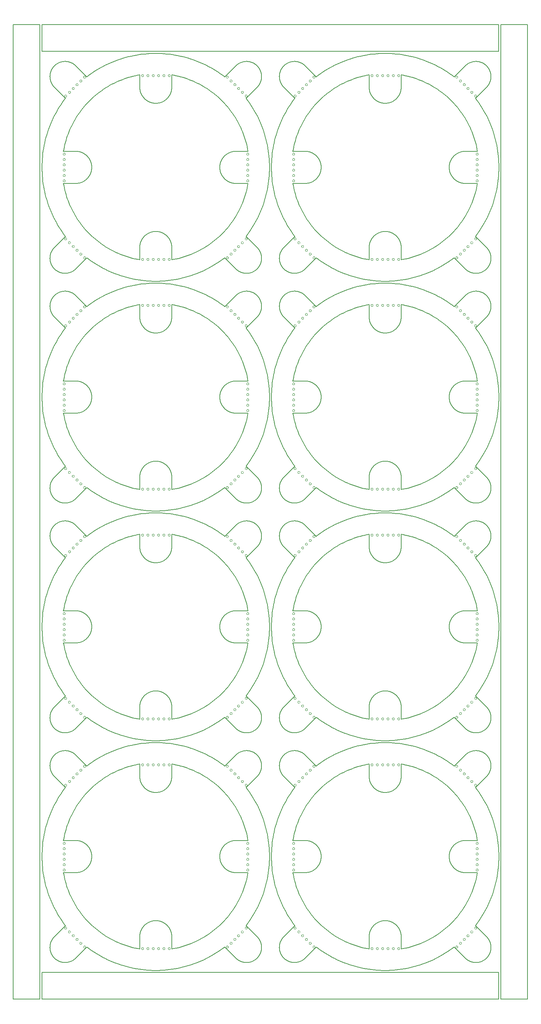
<source format=gko>
G75*
%MOIN*%
%OFA0B0*%
%FSLAX25Y25*%
%IPPOS*%
%LPD*%
%AMOC8*
5,1,8,0,0,1.08239X$1,22.5*
%
%ADD10C,0.00000*%
%ADD11C,0.00800*%
D10*
X0049354Y0068032D02*
X0049356Y0068095D01*
X0049362Y0068157D01*
X0049372Y0068219D01*
X0049385Y0068281D01*
X0049403Y0068341D01*
X0049424Y0068400D01*
X0049449Y0068458D01*
X0049478Y0068514D01*
X0049510Y0068568D01*
X0049545Y0068620D01*
X0049583Y0068669D01*
X0049625Y0068717D01*
X0049669Y0068761D01*
X0049717Y0068803D01*
X0049766Y0068841D01*
X0049818Y0068876D01*
X0049872Y0068908D01*
X0049928Y0068937D01*
X0049986Y0068962D01*
X0050045Y0068983D01*
X0050105Y0069001D01*
X0050167Y0069014D01*
X0050229Y0069024D01*
X0050291Y0069030D01*
X0050354Y0069032D01*
X0050417Y0069030D01*
X0050479Y0069024D01*
X0050541Y0069014D01*
X0050603Y0069001D01*
X0050663Y0068983D01*
X0050722Y0068962D01*
X0050780Y0068937D01*
X0050836Y0068908D01*
X0050890Y0068876D01*
X0050942Y0068841D01*
X0050991Y0068803D01*
X0051039Y0068761D01*
X0051083Y0068717D01*
X0051125Y0068669D01*
X0051163Y0068620D01*
X0051198Y0068568D01*
X0051230Y0068514D01*
X0051259Y0068458D01*
X0051284Y0068400D01*
X0051305Y0068341D01*
X0051323Y0068281D01*
X0051336Y0068219D01*
X0051346Y0068157D01*
X0051352Y0068095D01*
X0051354Y0068032D01*
X0051352Y0067969D01*
X0051346Y0067907D01*
X0051336Y0067845D01*
X0051323Y0067783D01*
X0051305Y0067723D01*
X0051284Y0067664D01*
X0051259Y0067606D01*
X0051230Y0067550D01*
X0051198Y0067496D01*
X0051163Y0067444D01*
X0051125Y0067395D01*
X0051083Y0067347D01*
X0051039Y0067303D01*
X0050991Y0067261D01*
X0050942Y0067223D01*
X0050890Y0067188D01*
X0050836Y0067156D01*
X0050780Y0067127D01*
X0050722Y0067102D01*
X0050663Y0067081D01*
X0050603Y0067063D01*
X0050541Y0067050D01*
X0050479Y0067040D01*
X0050417Y0067034D01*
X0050354Y0067032D01*
X0050291Y0067034D01*
X0050229Y0067040D01*
X0050167Y0067050D01*
X0050105Y0067063D01*
X0050045Y0067081D01*
X0049986Y0067102D01*
X0049928Y0067127D01*
X0049872Y0067156D01*
X0049818Y0067188D01*
X0049766Y0067223D01*
X0049717Y0067261D01*
X0049669Y0067303D01*
X0049625Y0067347D01*
X0049583Y0067395D01*
X0049545Y0067444D01*
X0049510Y0067496D01*
X0049478Y0067550D01*
X0049449Y0067606D01*
X0049424Y0067664D01*
X0049403Y0067723D01*
X0049385Y0067783D01*
X0049372Y0067845D01*
X0049362Y0067907D01*
X0049356Y0067969D01*
X0049354Y0068032D01*
X0052890Y0064496D02*
X0052892Y0064559D01*
X0052898Y0064621D01*
X0052908Y0064683D01*
X0052921Y0064745D01*
X0052939Y0064805D01*
X0052960Y0064864D01*
X0052985Y0064922D01*
X0053014Y0064978D01*
X0053046Y0065032D01*
X0053081Y0065084D01*
X0053119Y0065133D01*
X0053161Y0065181D01*
X0053205Y0065225D01*
X0053253Y0065267D01*
X0053302Y0065305D01*
X0053354Y0065340D01*
X0053408Y0065372D01*
X0053464Y0065401D01*
X0053522Y0065426D01*
X0053581Y0065447D01*
X0053641Y0065465D01*
X0053703Y0065478D01*
X0053765Y0065488D01*
X0053827Y0065494D01*
X0053890Y0065496D01*
X0053953Y0065494D01*
X0054015Y0065488D01*
X0054077Y0065478D01*
X0054139Y0065465D01*
X0054199Y0065447D01*
X0054258Y0065426D01*
X0054316Y0065401D01*
X0054372Y0065372D01*
X0054426Y0065340D01*
X0054478Y0065305D01*
X0054527Y0065267D01*
X0054575Y0065225D01*
X0054619Y0065181D01*
X0054661Y0065133D01*
X0054699Y0065084D01*
X0054734Y0065032D01*
X0054766Y0064978D01*
X0054795Y0064922D01*
X0054820Y0064864D01*
X0054841Y0064805D01*
X0054859Y0064745D01*
X0054872Y0064683D01*
X0054882Y0064621D01*
X0054888Y0064559D01*
X0054890Y0064496D01*
X0054888Y0064433D01*
X0054882Y0064371D01*
X0054872Y0064309D01*
X0054859Y0064247D01*
X0054841Y0064187D01*
X0054820Y0064128D01*
X0054795Y0064070D01*
X0054766Y0064014D01*
X0054734Y0063960D01*
X0054699Y0063908D01*
X0054661Y0063859D01*
X0054619Y0063811D01*
X0054575Y0063767D01*
X0054527Y0063725D01*
X0054478Y0063687D01*
X0054426Y0063652D01*
X0054372Y0063620D01*
X0054316Y0063591D01*
X0054258Y0063566D01*
X0054199Y0063545D01*
X0054139Y0063527D01*
X0054077Y0063514D01*
X0054015Y0063504D01*
X0053953Y0063498D01*
X0053890Y0063496D01*
X0053827Y0063498D01*
X0053765Y0063504D01*
X0053703Y0063514D01*
X0053641Y0063527D01*
X0053581Y0063545D01*
X0053522Y0063566D01*
X0053464Y0063591D01*
X0053408Y0063620D01*
X0053354Y0063652D01*
X0053302Y0063687D01*
X0053253Y0063725D01*
X0053205Y0063767D01*
X0053161Y0063811D01*
X0053119Y0063859D01*
X0053081Y0063908D01*
X0053046Y0063960D01*
X0053014Y0064014D01*
X0052985Y0064070D01*
X0052960Y0064128D01*
X0052939Y0064187D01*
X0052921Y0064247D01*
X0052908Y0064309D01*
X0052898Y0064371D01*
X0052892Y0064433D01*
X0052890Y0064496D01*
X0056425Y0060961D02*
X0056427Y0061024D01*
X0056433Y0061086D01*
X0056443Y0061148D01*
X0056456Y0061210D01*
X0056474Y0061270D01*
X0056495Y0061329D01*
X0056520Y0061387D01*
X0056549Y0061443D01*
X0056581Y0061497D01*
X0056616Y0061549D01*
X0056654Y0061598D01*
X0056696Y0061646D01*
X0056740Y0061690D01*
X0056788Y0061732D01*
X0056837Y0061770D01*
X0056889Y0061805D01*
X0056943Y0061837D01*
X0056999Y0061866D01*
X0057057Y0061891D01*
X0057116Y0061912D01*
X0057176Y0061930D01*
X0057238Y0061943D01*
X0057300Y0061953D01*
X0057362Y0061959D01*
X0057425Y0061961D01*
X0057488Y0061959D01*
X0057550Y0061953D01*
X0057612Y0061943D01*
X0057674Y0061930D01*
X0057734Y0061912D01*
X0057793Y0061891D01*
X0057851Y0061866D01*
X0057907Y0061837D01*
X0057961Y0061805D01*
X0058013Y0061770D01*
X0058062Y0061732D01*
X0058110Y0061690D01*
X0058154Y0061646D01*
X0058196Y0061598D01*
X0058234Y0061549D01*
X0058269Y0061497D01*
X0058301Y0061443D01*
X0058330Y0061387D01*
X0058355Y0061329D01*
X0058376Y0061270D01*
X0058394Y0061210D01*
X0058407Y0061148D01*
X0058417Y0061086D01*
X0058423Y0061024D01*
X0058425Y0060961D01*
X0058423Y0060898D01*
X0058417Y0060836D01*
X0058407Y0060774D01*
X0058394Y0060712D01*
X0058376Y0060652D01*
X0058355Y0060593D01*
X0058330Y0060535D01*
X0058301Y0060479D01*
X0058269Y0060425D01*
X0058234Y0060373D01*
X0058196Y0060324D01*
X0058154Y0060276D01*
X0058110Y0060232D01*
X0058062Y0060190D01*
X0058013Y0060152D01*
X0057961Y0060117D01*
X0057907Y0060085D01*
X0057851Y0060056D01*
X0057793Y0060031D01*
X0057734Y0060010D01*
X0057674Y0059992D01*
X0057612Y0059979D01*
X0057550Y0059969D01*
X0057488Y0059963D01*
X0057425Y0059961D01*
X0057362Y0059963D01*
X0057300Y0059969D01*
X0057238Y0059979D01*
X0057176Y0059992D01*
X0057116Y0060010D01*
X0057057Y0060031D01*
X0056999Y0060056D01*
X0056943Y0060085D01*
X0056889Y0060117D01*
X0056837Y0060152D01*
X0056788Y0060190D01*
X0056740Y0060232D01*
X0056696Y0060276D01*
X0056654Y0060324D01*
X0056616Y0060373D01*
X0056581Y0060425D01*
X0056549Y0060479D01*
X0056520Y0060535D01*
X0056495Y0060593D01*
X0056474Y0060652D01*
X0056456Y0060712D01*
X0056443Y0060774D01*
X0056433Y0060836D01*
X0056427Y0060898D01*
X0056425Y0060961D01*
X0059961Y0057425D02*
X0059963Y0057488D01*
X0059969Y0057550D01*
X0059979Y0057612D01*
X0059992Y0057674D01*
X0060010Y0057734D01*
X0060031Y0057793D01*
X0060056Y0057851D01*
X0060085Y0057907D01*
X0060117Y0057961D01*
X0060152Y0058013D01*
X0060190Y0058062D01*
X0060232Y0058110D01*
X0060276Y0058154D01*
X0060324Y0058196D01*
X0060373Y0058234D01*
X0060425Y0058269D01*
X0060479Y0058301D01*
X0060535Y0058330D01*
X0060593Y0058355D01*
X0060652Y0058376D01*
X0060712Y0058394D01*
X0060774Y0058407D01*
X0060836Y0058417D01*
X0060898Y0058423D01*
X0060961Y0058425D01*
X0061024Y0058423D01*
X0061086Y0058417D01*
X0061148Y0058407D01*
X0061210Y0058394D01*
X0061270Y0058376D01*
X0061329Y0058355D01*
X0061387Y0058330D01*
X0061443Y0058301D01*
X0061497Y0058269D01*
X0061549Y0058234D01*
X0061598Y0058196D01*
X0061646Y0058154D01*
X0061690Y0058110D01*
X0061732Y0058062D01*
X0061770Y0058013D01*
X0061805Y0057961D01*
X0061837Y0057907D01*
X0061866Y0057851D01*
X0061891Y0057793D01*
X0061912Y0057734D01*
X0061930Y0057674D01*
X0061943Y0057612D01*
X0061953Y0057550D01*
X0061959Y0057488D01*
X0061961Y0057425D01*
X0061959Y0057362D01*
X0061953Y0057300D01*
X0061943Y0057238D01*
X0061930Y0057176D01*
X0061912Y0057116D01*
X0061891Y0057057D01*
X0061866Y0056999D01*
X0061837Y0056943D01*
X0061805Y0056889D01*
X0061770Y0056837D01*
X0061732Y0056788D01*
X0061690Y0056740D01*
X0061646Y0056696D01*
X0061598Y0056654D01*
X0061549Y0056616D01*
X0061497Y0056581D01*
X0061443Y0056549D01*
X0061387Y0056520D01*
X0061329Y0056495D01*
X0061270Y0056474D01*
X0061210Y0056456D01*
X0061148Y0056443D01*
X0061086Y0056433D01*
X0061024Y0056427D01*
X0060961Y0056425D01*
X0060898Y0056427D01*
X0060836Y0056433D01*
X0060774Y0056443D01*
X0060712Y0056456D01*
X0060652Y0056474D01*
X0060593Y0056495D01*
X0060535Y0056520D01*
X0060479Y0056549D01*
X0060425Y0056581D01*
X0060373Y0056616D01*
X0060324Y0056654D01*
X0060276Y0056696D01*
X0060232Y0056740D01*
X0060190Y0056788D01*
X0060152Y0056837D01*
X0060117Y0056889D01*
X0060085Y0056943D01*
X0060056Y0056999D01*
X0060031Y0057057D01*
X0060010Y0057116D01*
X0059992Y0057176D01*
X0059979Y0057238D01*
X0059969Y0057300D01*
X0059963Y0057362D01*
X0059961Y0057425D01*
X0063496Y0053890D02*
X0063498Y0053953D01*
X0063504Y0054015D01*
X0063514Y0054077D01*
X0063527Y0054139D01*
X0063545Y0054199D01*
X0063566Y0054258D01*
X0063591Y0054316D01*
X0063620Y0054372D01*
X0063652Y0054426D01*
X0063687Y0054478D01*
X0063725Y0054527D01*
X0063767Y0054575D01*
X0063811Y0054619D01*
X0063859Y0054661D01*
X0063908Y0054699D01*
X0063960Y0054734D01*
X0064014Y0054766D01*
X0064070Y0054795D01*
X0064128Y0054820D01*
X0064187Y0054841D01*
X0064247Y0054859D01*
X0064309Y0054872D01*
X0064371Y0054882D01*
X0064433Y0054888D01*
X0064496Y0054890D01*
X0064559Y0054888D01*
X0064621Y0054882D01*
X0064683Y0054872D01*
X0064745Y0054859D01*
X0064805Y0054841D01*
X0064864Y0054820D01*
X0064922Y0054795D01*
X0064978Y0054766D01*
X0065032Y0054734D01*
X0065084Y0054699D01*
X0065133Y0054661D01*
X0065181Y0054619D01*
X0065225Y0054575D01*
X0065267Y0054527D01*
X0065305Y0054478D01*
X0065340Y0054426D01*
X0065372Y0054372D01*
X0065401Y0054316D01*
X0065426Y0054258D01*
X0065447Y0054199D01*
X0065465Y0054139D01*
X0065478Y0054077D01*
X0065488Y0054015D01*
X0065494Y0053953D01*
X0065496Y0053890D01*
X0065494Y0053827D01*
X0065488Y0053765D01*
X0065478Y0053703D01*
X0065465Y0053641D01*
X0065447Y0053581D01*
X0065426Y0053522D01*
X0065401Y0053464D01*
X0065372Y0053408D01*
X0065340Y0053354D01*
X0065305Y0053302D01*
X0065267Y0053253D01*
X0065225Y0053205D01*
X0065181Y0053161D01*
X0065133Y0053119D01*
X0065084Y0053081D01*
X0065032Y0053046D01*
X0064978Y0053014D01*
X0064922Y0052985D01*
X0064864Y0052960D01*
X0064805Y0052939D01*
X0064745Y0052921D01*
X0064683Y0052908D01*
X0064621Y0052898D01*
X0064559Y0052892D01*
X0064496Y0052890D01*
X0064433Y0052892D01*
X0064371Y0052898D01*
X0064309Y0052908D01*
X0064247Y0052921D01*
X0064187Y0052939D01*
X0064128Y0052960D01*
X0064070Y0052985D01*
X0064014Y0053014D01*
X0063960Y0053046D01*
X0063908Y0053081D01*
X0063859Y0053119D01*
X0063811Y0053161D01*
X0063767Y0053205D01*
X0063725Y0053253D01*
X0063687Y0053302D01*
X0063652Y0053354D01*
X0063620Y0053408D01*
X0063591Y0053464D01*
X0063566Y0053522D01*
X0063545Y0053581D01*
X0063527Y0053641D01*
X0063514Y0053703D01*
X0063504Y0053765D01*
X0063498Y0053827D01*
X0063496Y0053890D01*
X0067032Y0050354D02*
X0067034Y0050417D01*
X0067040Y0050479D01*
X0067050Y0050541D01*
X0067063Y0050603D01*
X0067081Y0050663D01*
X0067102Y0050722D01*
X0067127Y0050780D01*
X0067156Y0050836D01*
X0067188Y0050890D01*
X0067223Y0050942D01*
X0067261Y0050991D01*
X0067303Y0051039D01*
X0067347Y0051083D01*
X0067395Y0051125D01*
X0067444Y0051163D01*
X0067496Y0051198D01*
X0067550Y0051230D01*
X0067606Y0051259D01*
X0067664Y0051284D01*
X0067723Y0051305D01*
X0067783Y0051323D01*
X0067845Y0051336D01*
X0067907Y0051346D01*
X0067969Y0051352D01*
X0068032Y0051354D01*
X0068095Y0051352D01*
X0068157Y0051346D01*
X0068219Y0051336D01*
X0068281Y0051323D01*
X0068341Y0051305D01*
X0068400Y0051284D01*
X0068458Y0051259D01*
X0068514Y0051230D01*
X0068568Y0051198D01*
X0068620Y0051163D01*
X0068669Y0051125D01*
X0068717Y0051083D01*
X0068761Y0051039D01*
X0068803Y0050991D01*
X0068841Y0050942D01*
X0068876Y0050890D01*
X0068908Y0050836D01*
X0068937Y0050780D01*
X0068962Y0050722D01*
X0068983Y0050663D01*
X0069001Y0050603D01*
X0069014Y0050541D01*
X0069024Y0050479D01*
X0069030Y0050417D01*
X0069032Y0050354D01*
X0069030Y0050291D01*
X0069024Y0050229D01*
X0069014Y0050167D01*
X0069001Y0050105D01*
X0068983Y0050045D01*
X0068962Y0049986D01*
X0068937Y0049928D01*
X0068908Y0049872D01*
X0068876Y0049818D01*
X0068841Y0049766D01*
X0068803Y0049717D01*
X0068761Y0049669D01*
X0068717Y0049625D01*
X0068669Y0049583D01*
X0068620Y0049545D01*
X0068568Y0049510D01*
X0068514Y0049478D01*
X0068458Y0049449D01*
X0068400Y0049424D01*
X0068341Y0049403D01*
X0068281Y0049385D01*
X0068219Y0049372D01*
X0068157Y0049362D01*
X0068095Y0049356D01*
X0068032Y0049354D01*
X0067969Y0049356D01*
X0067907Y0049362D01*
X0067845Y0049372D01*
X0067783Y0049385D01*
X0067723Y0049403D01*
X0067664Y0049424D01*
X0067606Y0049449D01*
X0067550Y0049478D01*
X0067496Y0049510D01*
X0067444Y0049545D01*
X0067395Y0049583D01*
X0067347Y0049625D01*
X0067303Y0049669D01*
X0067261Y0049717D01*
X0067223Y0049766D01*
X0067188Y0049818D01*
X0067156Y0049872D01*
X0067127Y0049928D01*
X0067102Y0049986D01*
X0067081Y0050045D01*
X0067063Y0050105D01*
X0067050Y0050167D01*
X0067040Y0050229D01*
X0067034Y0050291D01*
X0067032Y0050354D01*
X0047900Y0122400D02*
X0047902Y0122463D01*
X0047908Y0122525D01*
X0047918Y0122587D01*
X0047931Y0122649D01*
X0047949Y0122709D01*
X0047970Y0122768D01*
X0047995Y0122826D01*
X0048024Y0122882D01*
X0048056Y0122936D01*
X0048091Y0122988D01*
X0048129Y0123037D01*
X0048171Y0123085D01*
X0048215Y0123129D01*
X0048263Y0123171D01*
X0048312Y0123209D01*
X0048364Y0123244D01*
X0048418Y0123276D01*
X0048474Y0123305D01*
X0048532Y0123330D01*
X0048591Y0123351D01*
X0048651Y0123369D01*
X0048713Y0123382D01*
X0048775Y0123392D01*
X0048837Y0123398D01*
X0048900Y0123400D01*
X0048963Y0123398D01*
X0049025Y0123392D01*
X0049087Y0123382D01*
X0049149Y0123369D01*
X0049209Y0123351D01*
X0049268Y0123330D01*
X0049326Y0123305D01*
X0049382Y0123276D01*
X0049436Y0123244D01*
X0049488Y0123209D01*
X0049537Y0123171D01*
X0049585Y0123129D01*
X0049629Y0123085D01*
X0049671Y0123037D01*
X0049709Y0122988D01*
X0049744Y0122936D01*
X0049776Y0122882D01*
X0049805Y0122826D01*
X0049830Y0122768D01*
X0049851Y0122709D01*
X0049869Y0122649D01*
X0049882Y0122587D01*
X0049892Y0122525D01*
X0049898Y0122463D01*
X0049900Y0122400D01*
X0049898Y0122337D01*
X0049892Y0122275D01*
X0049882Y0122213D01*
X0049869Y0122151D01*
X0049851Y0122091D01*
X0049830Y0122032D01*
X0049805Y0121974D01*
X0049776Y0121918D01*
X0049744Y0121864D01*
X0049709Y0121812D01*
X0049671Y0121763D01*
X0049629Y0121715D01*
X0049585Y0121671D01*
X0049537Y0121629D01*
X0049488Y0121591D01*
X0049436Y0121556D01*
X0049382Y0121524D01*
X0049326Y0121495D01*
X0049268Y0121470D01*
X0049209Y0121449D01*
X0049149Y0121431D01*
X0049087Y0121418D01*
X0049025Y0121408D01*
X0048963Y0121402D01*
X0048900Y0121400D01*
X0048837Y0121402D01*
X0048775Y0121408D01*
X0048713Y0121418D01*
X0048651Y0121431D01*
X0048591Y0121449D01*
X0048532Y0121470D01*
X0048474Y0121495D01*
X0048418Y0121524D01*
X0048364Y0121556D01*
X0048312Y0121591D01*
X0048263Y0121629D01*
X0048215Y0121671D01*
X0048171Y0121715D01*
X0048129Y0121763D01*
X0048091Y0121812D01*
X0048056Y0121864D01*
X0048024Y0121918D01*
X0047995Y0121974D01*
X0047970Y0122032D01*
X0047949Y0122091D01*
X0047931Y0122151D01*
X0047918Y0122213D01*
X0047908Y0122275D01*
X0047902Y0122337D01*
X0047900Y0122400D01*
X0047900Y0127400D02*
X0047902Y0127463D01*
X0047908Y0127525D01*
X0047918Y0127587D01*
X0047931Y0127649D01*
X0047949Y0127709D01*
X0047970Y0127768D01*
X0047995Y0127826D01*
X0048024Y0127882D01*
X0048056Y0127936D01*
X0048091Y0127988D01*
X0048129Y0128037D01*
X0048171Y0128085D01*
X0048215Y0128129D01*
X0048263Y0128171D01*
X0048312Y0128209D01*
X0048364Y0128244D01*
X0048418Y0128276D01*
X0048474Y0128305D01*
X0048532Y0128330D01*
X0048591Y0128351D01*
X0048651Y0128369D01*
X0048713Y0128382D01*
X0048775Y0128392D01*
X0048837Y0128398D01*
X0048900Y0128400D01*
X0048963Y0128398D01*
X0049025Y0128392D01*
X0049087Y0128382D01*
X0049149Y0128369D01*
X0049209Y0128351D01*
X0049268Y0128330D01*
X0049326Y0128305D01*
X0049382Y0128276D01*
X0049436Y0128244D01*
X0049488Y0128209D01*
X0049537Y0128171D01*
X0049585Y0128129D01*
X0049629Y0128085D01*
X0049671Y0128037D01*
X0049709Y0127988D01*
X0049744Y0127936D01*
X0049776Y0127882D01*
X0049805Y0127826D01*
X0049830Y0127768D01*
X0049851Y0127709D01*
X0049869Y0127649D01*
X0049882Y0127587D01*
X0049892Y0127525D01*
X0049898Y0127463D01*
X0049900Y0127400D01*
X0049898Y0127337D01*
X0049892Y0127275D01*
X0049882Y0127213D01*
X0049869Y0127151D01*
X0049851Y0127091D01*
X0049830Y0127032D01*
X0049805Y0126974D01*
X0049776Y0126918D01*
X0049744Y0126864D01*
X0049709Y0126812D01*
X0049671Y0126763D01*
X0049629Y0126715D01*
X0049585Y0126671D01*
X0049537Y0126629D01*
X0049488Y0126591D01*
X0049436Y0126556D01*
X0049382Y0126524D01*
X0049326Y0126495D01*
X0049268Y0126470D01*
X0049209Y0126449D01*
X0049149Y0126431D01*
X0049087Y0126418D01*
X0049025Y0126408D01*
X0048963Y0126402D01*
X0048900Y0126400D01*
X0048837Y0126402D01*
X0048775Y0126408D01*
X0048713Y0126418D01*
X0048651Y0126431D01*
X0048591Y0126449D01*
X0048532Y0126470D01*
X0048474Y0126495D01*
X0048418Y0126524D01*
X0048364Y0126556D01*
X0048312Y0126591D01*
X0048263Y0126629D01*
X0048215Y0126671D01*
X0048171Y0126715D01*
X0048129Y0126763D01*
X0048091Y0126812D01*
X0048056Y0126864D01*
X0048024Y0126918D01*
X0047995Y0126974D01*
X0047970Y0127032D01*
X0047949Y0127091D01*
X0047931Y0127151D01*
X0047918Y0127213D01*
X0047908Y0127275D01*
X0047902Y0127337D01*
X0047900Y0127400D01*
X0047900Y0132400D02*
X0047902Y0132463D01*
X0047908Y0132525D01*
X0047918Y0132587D01*
X0047931Y0132649D01*
X0047949Y0132709D01*
X0047970Y0132768D01*
X0047995Y0132826D01*
X0048024Y0132882D01*
X0048056Y0132936D01*
X0048091Y0132988D01*
X0048129Y0133037D01*
X0048171Y0133085D01*
X0048215Y0133129D01*
X0048263Y0133171D01*
X0048312Y0133209D01*
X0048364Y0133244D01*
X0048418Y0133276D01*
X0048474Y0133305D01*
X0048532Y0133330D01*
X0048591Y0133351D01*
X0048651Y0133369D01*
X0048713Y0133382D01*
X0048775Y0133392D01*
X0048837Y0133398D01*
X0048900Y0133400D01*
X0048963Y0133398D01*
X0049025Y0133392D01*
X0049087Y0133382D01*
X0049149Y0133369D01*
X0049209Y0133351D01*
X0049268Y0133330D01*
X0049326Y0133305D01*
X0049382Y0133276D01*
X0049436Y0133244D01*
X0049488Y0133209D01*
X0049537Y0133171D01*
X0049585Y0133129D01*
X0049629Y0133085D01*
X0049671Y0133037D01*
X0049709Y0132988D01*
X0049744Y0132936D01*
X0049776Y0132882D01*
X0049805Y0132826D01*
X0049830Y0132768D01*
X0049851Y0132709D01*
X0049869Y0132649D01*
X0049882Y0132587D01*
X0049892Y0132525D01*
X0049898Y0132463D01*
X0049900Y0132400D01*
X0049898Y0132337D01*
X0049892Y0132275D01*
X0049882Y0132213D01*
X0049869Y0132151D01*
X0049851Y0132091D01*
X0049830Y0132032D01*
X0049805Y0131974D01*
X0049776Y0131918D01*
X0049744Y0131864D01*
X0049709Y0131812D01*
X0049671Y0131763D01*
X0049629Y0131715D01*
X0049585Y0131671D01*
X0049537Y0131629D01*
X0049488Y0131591D01*
X0049436Y0131556D01*
X0049382Y0131524D01*
X0049326Y0131495D01*
X0049268Y0131470D01*
X0049209Y0131449D01*
X0049149Y0131431D01*
X0049087Y0131418D01*
X0049025Y0131408D01*
X0048963Y0131402D01*
X0048900Y0131400D01*
X0048837Y0131402D01*
X0048775Y0131408D01*
X0048713Y0131418D01*
X0048651Y0131431D01*
X0048591Y0131449D01*
X0048532Y0131470D01*
X0048474Y0131495D01*
X0048418Y0131524D01*
X0048364Y0131556D01*
X0048312Y0131591D01*
X0048263Y0131629D01*
X0048215Y0131671D01*
X0048171Y0131715D01*
X0048129Y0131763D01*
X0048091Y0131812D01*
X0048056Y0131864D01*
X0048024Y0131918D01*
X0047995Y0131974D01*
X0047970Y0132032D01*
X0047949Y0132091D01*
X0047931Y0132151D01*
X0047918Y0132213D01*
X0047908Y0132275D01*
X0047902Y0132337D01*
X0047900Y0132400D01*
X0047900Y0137400D02*
X0047902Y0137463D01*
X0047908Y0137525D01*
X0047918Y0137587D01*
X0047931Y0137649D01*
X0047949Y0137709D01*
X0047970Y0137768D01*
X0047995Y0137826D01*
X0048024Y0137882D01*
X0048056Y0137936D01*
X0048091Y0137988D01*
X0048129Y0138037D01*
X0048171Y0138085D01*
X0048215Y0138129D01*
X0048263Y0138171D01*
X0048312Y0138209D01*
X0048364Y0138244D01*
X0048418Y0138276D01*
X0048474Y0138305D01*
X0048532Y0138330D01*
X0048591Y0138351D01*
X0048651Y0138369D01*
X0048713Y0138382D01*
X0048775Y0138392D01*
X0048837Y0138398D01*
X0048900Y0138400D01*
X0048963Y0138398D01*
X0049025Y0138392D01*
X0049087Y0138382D01*
X0049149Y0138369D01*
X0049209Y0138351D01*
X0049268Y0138330D01*
X0049326Y0138305D01*
X0049382Y0138276D01*
X0049436Y0138244D01*
X0049488Y0138209D01*
X0049537Y0138171D01*
X0049585Y0138129D01*
X0049629Y0138085D01*
X0049671Y0138037D01*
X0049709Y0137988D01*
X0049744Y0137936D01*
X0049776Y0137882D01*
X0049805Y0137826D01*
X0049830Y0137768D01*
X0049851Y0137709D01*
X0049869Y0137649D01*
X0049882Y0137587D01*
X0049892Y0137525D01*
X0049898Y0137463D01*
X0049900Y0137400D01*
X0049898Y0137337D01*
X0049892Y0137275D01*
X0049882Y0137213D01*
X0049869Y0137151D01*
X0049851Y0137091D01*
X0049830Y0137032D01*
X0049805Y0136974D01*
X0049776Y0136918D01*
X0049744Y0136864D01*
X0049709Y0136812D01*
X0049671Y0136763D01*
X0049629Y0136715D01*
X0049585Y0136671D01*
X0049537Y0136629D01*
X0049488Y0136591D01*
X0049436Y0136556D01*
X0049382Y0136524D01*
X0049326Y0136495D01*
X0049268Y0136470D01*
X0049209Y0136449D01*
X0049149Y0136431D01*
X0049087Y0136418D01*
X0049025Y0136408D01*
X0048963Y0136402D01*
X0048900Y0136400D01*
X0048837Y0136402D01*
X0048775Y0136408D01*
X0048713Y0136418D01*
X0048651Y0136431D01*
X0048591Y0136449D01*
X0048532Y0136470D01*
X0048474Y0136495D01*
X0048418Y0136524D01*
X0048364Y0136556D01*
X0048312Y0136591D01*
X0048263Y0136629D01*
X0048215Y0136671D01*
X0048171Y0136715D01*
X0048129Y0136763D01*
X0048091Y0136812D01*
X0048056Y0136864D01*
X0048024Y0136918D01*
X0047995Y0136974D01*
X0047970Y0137032D01*
X0047949Y0137091D01*
X0047931Y0137151D01*
X0047918Y0137213D01*
X0047908Y0137275D01*
X0047902Y0137337D01*
X0047900Y0137400D01*
X0047900Y0142400D02*
X0047902Y0142463D01*
X0047908Y0142525D01*
X0047918Y0142587D01*
X0047931Y0142649D01*
X0047949Y0142709D01*
X0047970Y0142768D01*
X0047995Y0142826D01*
X0048024Y0142882D01*
X0048056Y0142936D01*
X0048091Y0142988D01*
X0048129Y0143037D01*
X0048171Y0143085D01*
X0048215Y0143129D01*
X0048263Y0143171D01*
X0048312Y0143209D01*
X0048364Y0143244D01*
X0048418Y0143276D01*
X0048474Y0143305D01*
X0048532Y0143330D01*
X0048591Y0143351D01*
X0048651Y0143369D01*
X0048713Y0143382D01*
X0048775Y0143392D01*
X0048837Y0143398D01*
X0048900Y0143400D01*
X0048963Y0143398D01*
X0049025Y0143392D01*
X0049087Y0143382D01*
X0049149Y0143369D01*
X0049209Y0143351D01*
X0049268Y0143330D01*
X0049326Y0143305D01*
X0049382Y0143276D01*
X0049436Y0143244D01*
X0049488Y0143209D01*
X0049537Y0143171D01*
X0049585Y0143129D01*
X0049629Y0143085D01*
X0049671Y0143037D01*
X0049709Y0142988D01*
X0049744Y0142936D01*
X0049776Y0142882D01*
X0049805Y0142826D01*
X0049830Y0142768D01*
X0049851Y0142709D01*
X0049869Y0142649D01*
X0049882Y0142587D01*
X0049892Y0142525D01*
X0049898Y0142463D01*
X0049900Y0142400D01*
X0049898Y0142337D01*
X0049892Y0142275D01*
X0049882Y0142213D01*
X0049869Y0142151D01*
X0049851Y0142091D01*
X0049830Y0142032D01*
X0049805Y0141974D01*
X0049776Y0141918D01*
X0049744Y0141864D01*
X0049709Y0141812D01*
X0049671Y0141763D01*
X0049629Y0141715D01*
X0049585Y0141671D01*
X0049537Y0141629D01*
X0049488Y0141591D01*
X0049436Y0141556D01*
X0049382Y0141524D01*
X0049326Y0141495D01*
X0049268Y0141470D01*
X0049209Y0141449D01*
X0049149Y0141431D01*
X0049087Y0141418D01*
X0049025Y0141408D01*
X0048963Y0141402D01*
X0048900Y0141400D01*
X0048837Y0141402D01*
X0048775Y0141408D01*
X0048713Y0141418D01*
X0048651Y0141431D01*
X0048591Y0141449D01*
X0048532Y0141470D01*
X0048474Y0141495D01*
X0048418Y0141524D01*
X0048364Y0141556D01*
X0048312Y0141591D01*
X0048263Y0141629D01*
X0048215Y0141671D01*
X0048171Y0141715D01*
X0048129Y0141763D01*
X0048091Y0141812D01*
X0048056Y0141864D01*
X0048024Y0141918D01*
X0047995Y0141974D01*
X0047970Y0142032D01*
X0047949Y0142091D01*
X0047931Y0142151D01*
X0047918Y0142213D01*
X0047908Y0142275D01*
X0047902Y0142337D01*
X0047900Y0142400D01*
X0047900Y0147400D02*
X0047902Y0147463D01*
X0047908Y0147525D01*
X0047918Y0147587D01*
X0047931Y0147649D01*
X0047949Y0147709D01*
X0047970Y0147768D01*
X0047995Y0147826D01*
X0048024Y0147882D01*
X0048056Y0147936D01*
X0048091Y0147988D01*
X0048129Y0148037D01*
X0048171Y0148085D01*
X0048215Y0148129D01*
X0048263Y0148171D01*
X0048312Y0148209D01*
X0048364Y0148244D01*
X0048418Y0148276D01*
X0048474Y0148305D01*
X0048532Y0148330D01*
X0048591Y0148351D01*
X0048651Y0148369D01*
X0048713Y0148382D01*
X0048775Y0148392D01*
X0048837Y0148398D01*
X0048900Y0148400D01*
X0048963Y0148398D01*
X0049025Y0148392D01*
X0049087Y0148382D01*
X0049149Y0148369D01*
X0049209Y0148351D01*
X0049268Y0148330D01*
X0049326Y0148305D01*
X0049382Y0148276D01*
X0049436Y0148244D01*
X0049488Y0148209D01*
X0049537Y0148171D01*
X0049585Y0148129D01*
X0049629Y0148085D01*
X0049671Y0148037D01*
X0049709Y0147988D01*
X0049744Y0147936D01*
X0049776Y0147882D01*
X0049805Y0147826D01*
X0049830Y0147768D01*
X0049851Y0147709D01*
X0049869Y0147649D01*
X0049882Y0147587D01*
X0049892Y0147525D01*
X0049898Y0147463D01*
X0049900Y0147400D01*
X0049898Y0147337D01*
X0049892Y0147275D01*
X0049882Y0147213D01*
X0049869Y0147151D01*
X0049851Y0147091D01*
X0049830Y0147032D01*
X0049805Y0146974D01*
X0049776Y0146918D01*
X0049744Y0146864D01*
X0049709Y0146812D01*
X0049671Y0146763D01*
X0049629Y0146715D01*
X0049585Y0146671D01*
X0049537Y0146629D01*
X0049488Y0146591D01*
X0049436Y0146556D01*
X0049382Y0146524D01*
X0049326Y0146495D01*
X0049268Y0146470D01*
X0049209Y0146449D01*
X0049149Y0146431D01*
X0049087Y0146418D01*
X0049025Y0146408D01*
X0048963Y0146402D01*
X0048900Y0146400D01*
X0048837Y0146402D01*
X0048775Y0146408D01*
X0048713Y0146418D01*
X0048651Y0146431D01*
X0048591Y0146449D01*
X0048532Y0146470D01*
X0048474Y0146495D01*
X0048418Y0146524D01*
X0048364Y0146556D01*
X0048312Y0146591D01*
X0048263Y0146629D01*
X0048215Y0146671D01*
X0048171Y0146715D01*
X0048129Y0146763D01*
X0048091Y0146812D01*
X0048056Y0146864D01*
X0048024Y0146918D01*
X0047995Y0146974D01*
X0047970Y0147032D01*
X0047949Y0147091D01*
X0047931Y0147151D01*
X0047918Y0147213D01*
X0047908Y0147275D01*
X0047902Y0147337D01*
X0047900Y0147400D01*
X0049354Y0201768D02*
X0049356Y0201831D01*
X0049362Y0201893D01*
X0049372Y0201955D01*
X0049385Y0202017D01*
X0049403Y0202077D01*
X0049424Y0202136D01*
X0049449Y0202194D01*
X0049478Y0202250D01*
X0049510Y0202304D01*
X0049545Y0202356D01*
X0049583Y0202405D01*
X0049625Y0202453D01*
X0049669Y0202497D01*
X0049717Y0202539D01*
X0049766Y0202577D01*
X0049818Y0202612D01*
X0049872Y0202644D01*
X0049928Y0202673D01*
X0049986Y0202698D01*
X0050045Y0202719D01*
X0050105Y0202737D01*
X0050167Y0202750D01*
X0050229Y0202760D01*
X0050291Y0202766D01*
X0050354Y0202768D01*
X0050417Y0202766D01*
X0050479Y0202760D01*
X0050541Y0202750D01*
X0050603Y0202737D01*
X0050663Y0202719D01*
X0050722Y0202698D01*
X0050780Y0202673D01*
X0050836Y0202644D01*
X0050890Y0202612D01*
X0050942Y0202577D01*
X0050991Y0202539D01*
X0051039Y0202497D01*
X0051083Y0202453D01*
X0051125Y0202405D01*
X0051163Y0202356D01*
X0051198Y0202304D01*
X0051230Y0202250D01*
X0051259Y0202194D01*
X0051284Y0202136D01*
X0051305Y0202077D01*
X0051323Y0202017D01*
X0051336Y0201955D01*
X0051346Y0201893D01*
X0051352Y0201831D01*
X0051354Y0201768D01*
X0051352Y0201705D01*
X0051346Y0201643D01*
X0051336Y0201581D01*
X0051323Y0201519D01*
X0051305Y0201459D01*
X0051284Y0201400D01*
X0051259Y0201342D01*
X0051230Y0201286D01*
X0051198Y0201232D01*
X0051163Y0201180D01*
X0051125Y0201131D01*
X0051083Y0201083D01*
X0051039Y0201039D01*
X0050991Y0200997D01*
X0050942Y0200959D01*
X0050890Y0200924D01*
X0050836Y0200892D01*
X0050780Y0200863D01*
X0050722Y0200838D01*
X0050663Y0200817D01*
X0050603Y0200799D01*
X0050541Y0200786D01*
X0050479Y0200776D01*
X0050417Y0200770D01*
X0050354Y0200768D01*
X0050291Y0200770D01*
X0050229Y0200776D01*
X0050167Y0200786D01*
X0050105Y0200799D01*
X0050045Y0200817D01*
X0049986Y0200838D01*
X0049928Y0200863D01*
X0049872Y0200892D01*
X0049818Y0200924D01*
X0049766Y0200959D01*
X0049717Y0200997D01*
X0049669Y0201039D01*
X0049625Y0201083D01*
X0049583Y0201131D01*
X0049545Y0201180D01*
X0049510Y0201232D01*
X0049478Y0201286D01*
X0049449Y0201342D01*
X0049424Y0201400D01*
X0049403Y0201459D01*
X0049385Y0201519D01*
X0049372Y0201581D01*
X0049362Y0201643D01*
X0049356Y0201705D01*
X0049354Y0201768D01*
X0052890Y0205304D02*
X0052892Y0205367D01*
X0052898Y0205429D01*
X0052908Y0205491D01*
X0052921Y0205553D01*
X0052939Y0205613D01*
X0052960Y0205672D01*
X0052985Y0205730D01*
X0053014Y0205786D01*
X0053046Y0205840D01*
X0053081Y0205892D01*
X0053119Y0205941D01*
X0053161Y0205989D01*
X0053205Y0206033D01*
X0053253Y0206075D01*
X0053302Y0206113D01*
X0053354Y0206148D01*
X0053408Y0206180D01*
X0053464Y0206209D01*
X0053522Y0206234D01*
X0053581Y0206255D01*
X0053641Y0206273D01*
X0053703Y0206286D01*
X0053765Y0206296D01*
X0053827Y0206302D01*
X0053890Y0206304D01*
X0053953Y0206302D01*
X0054015Y0206296D01*
X0054077Y0206286D01*
X0054139Y0206273D01*
X0054199Y0206255D01*
X0054258Y0206234D01*
X0054316Y0206209D01*
X0054372Y0206180D01*
X0054426Y0206148D01*
X0054478Y0206113D01*
X0054527Y0206075D01*
X0054575Y0206033D01*
X0054619Y0205989D01*
X0054661Y0205941D01*
X0054699Y0205892D01*
X0054734Y0205840D01*
X0054766Y0205786D01*
X0054795Y0205730D01*
X0054820Y0205672D01*
X0054841Y0205613D01*
X0054859Y0205553D01*
X0054872Y0205491D01*
X0054882Y0205429D01*
X0054888Y0205367D01*
X0054890Y0205304D01*
X0054888Y0205241D01*
X0054882Y0205179D01*
X0054872Y0205117D01*
X0054859Y0205055D01*
X0054841Y0204995D01*
X0054820Y0204936D01*
X0054795Y0204878D01*
X0054766Y0204822D01*
X0054734Y0204768D01*
X0054699Y0204716D01*
X0054661Y0204667D01*
X0054619Y0204619D01*
X0054575Y0204575D01*
X0054527Y0204533D01*
X0054478Y0204495D01*
X0054426Y0204460D01*
X0054372Y0204428D01*
X0054316Y0204399D01*
X0054258Y0204374D01*
X0054199Y0204353D01*
X0054139Y0204335D01*
X0054077Y0204322D01*
X0054015Y0204312D01*
X0053953Y0204306D01*
X0053890Y0204304D01*
X0053827Y0204306D01*
X0053765Y0204312D01*
X0053703Y0204322D01*
X0053641Y0204335D01*
X0053581Y0204353D01*
X0053522Y0204374D01*
X0053464Y0204399D01*
X0053408Y0204428D01*
X0053354Y0204460D01*
X0053302Y0204495D01*
X0053253Y0204533D01*
X0053205Y0204575D01*
X0053161Y0204619D01*
X0053119Y0204667D01*
X0053081Y0204716D01*
X0053046Y0204768D01*
X0053014Y0204822D01*
X0052985Y0204878D01*
X0052960Y0204936D01*
X0052939Y0204995D01*
X0052921Y0205055D01*
X0052908Y0205117D01*
X0052898Y0205179D01*
X0052892Y0205241D01*
X0052890Y0205304D01*
X0056425Y0208839D02*
X0056427Y0208902D01*
X0056433Y0208964D01*
X0056443Y0209026D01*
X0056456Y0209088D01*
X0056474Y0209148D01*
X0056495Y0209207D01*
X0056520Y0209265D01*
X0056549Y0209321D01*
X0056581Y0209375D01*
X0056616Y0209427D01*
X0056654Y0209476D01*
X0056696Y0209524D01*
X0056740Y0209568D01*
X0056788Y0209610D01*
X0056837Y0209648D01*
X0056889Y0209683D01*
X0056943Y0209715D01*
X0056999Y0209744D01*
X0057057Y0209769D01*
X0057116Y0209790D01*
X0057176Y0209808D01*
X0057238Y0209821D01*
X0057300Y0209831D01*
X0057362Y0209837D01*
X0057425Y0209839D01*
X0057488Y0209837D01*
X0057550Y0209831D01*
X0057612Y0209821D01*
X0057674Y0209808D01*
X0057734Y0209790D01*
X0057793Y0209769D01*
X0057851Y0209744D01*
X0057907Y0209715D01*
X0057961Y0209683D01*
X0058013Y0209648D01*
X0058062Y0209610D01*
X0058110Y0209568D01*
X0058154Y0209524D01*
X0058196Y0209476D01*
X0058234Y0209427D01*
X0058269Y0209375D01*
X0058301Y0209321D01*
X0058330Y0209265D01*
X0058355Y0209207D01*
X0058376Y0209148D01*
X0058394Y0209088D01*
X0058407Y0209026D01*
X0058417Y0208964D01*
X0058423Y0208902D01*
X0058425Y0208839D01*
X0058423Y0208776D01*
X0058417Y0208714D01*
X0058407Y0208652D01*
X0058394Y0208590D01*
X0058376Y0208530D01*
X0058355Y0208471D01*
X0058330Y0208413D01*
X0058301Y0208357D01*
X0058269Y0208303D01*
X0058234Y0208251D01*
X0058196Y0208202D01*
X0058154Y0208154D01*
X0058110Y0208110D01*
X0058062Y0208068D01*
X0058013Y0208030D01*
X0057961Y0207995D01*
X0057907Y0207963D01*
X0057851Y0207934D01*
X0057793Y0207909D01*
X0057734Y0207888D01*
X0057674Y0207870D01*
X0057612Y0207857D01*
X0057550Y0207847D01*
X0057488Y0207841D01*
X0057425Y0207839D01*
X0057362Y0207841D01*
X0057300Y0207847D01*
X0057238Y0207857D01*
X0057176Y0207870D01*
X0057116Y0207888D01*
X0057057Y0207909D01*
X0056999Y0207934D01*
X0056943Y0207963D01*
X0056889Y0207995D01*
X0056837Y0208030D01*
X0056788Y0208068D01*
X0056740Y0208110D01*
X0056696Y0208154D01*
X0056654Y0208202D01*
X0056616Y0208251D01*
X0056581Y0208303D01*
X0056549Y0208357D01*
X0056520Y0208413D01*
X0056495Y0208471D01*
X0056474Y0208530D01*
X0056456Y0208590D01*
X0056443Y0208652D01*
X0056433Y0208714D01*
X0056427Y0208776D01*
X0056425Y0208839D01*
X0059961Y0212375D02*
X0059963Y0212438D01*
X0059969Y0212500D01*
X0059979Y0212562D01*
X0059992Y0212624D01*
X0060010Y0212684D01*
X0060031Y0212743D01*
X0060056Y0212801D01*
X0060085Y0212857D01*
X0060117Y0212911D01*
X0060152Y0212963D01*
X0060190Y0213012D01*
X0060232Y0213060D01*
X0060276Y0213104D01*
X0060324Y0213146D01*
X0060373Y0213184D01*
X0060425Y0213219D01*
X0060479Y0213251D01*
X0060535Y0213280D01*
X0060593Y0213305D01*
X0060652Y0213326D01*
X0060712Y0213344D01*
X0060774Y0213357D01*
X0060836Y0213367D01*
X0060898Y0213373D01*
X0060961Y0213375D01*
X0061024Y0213373D01*
X0061086Y0213367D01*
X0061148Y0213357D01*
X0061210Y0213344D01*
X0061270Y0213326D01*
X0061329Y0213305D01*
X0061387Y0213280D01*
X0061443Y0213251D01*
X0061497Y0213219D01*
X0061549Y0213184D01*
X0061598Y0213146D01*
X0061646Y0213104D01*
X0061690Y0213060D01*
X0061732Y0213012D01*
X0061770Y0212963D01*
X0061805Y0212911D01*
X0061837Y0212857D01*
X0061866Y0212801D01*
X0061891Y0212743D01*
X0061912Y0212684D01*
X0061930Y0212624D01*
X0061943Y0212562D01*
X0061953Y0212500D01*
X0061959Y0212438D01*
X0061961Y0212375D01*
X0061959Y0212312D01*
X0061953Y0212250D01*
X0061943Y0212188D01*
X0061930Y0212126D01*
X0061912Y0212066D01*
X0061891Y0212007D01*
X0061866Y0211949D01*
X0061837Y0211893D01*
X0061805Y0211839D01*
X0061770Y0211787D01*
X0061732Y0211738D01*
X0061690Y0211690D01*
X0061646Y0211646D01*
X0061598Y0211604D01*
X0061549Y0211566D01*
X0061497Y0211531D01*
X0061443Y0211499D01*
X0061387Y0211470D01*
X0061329Y0211445D01*
X0061270Y0211424D01*
X0061210Y0211406D01*
X0061148Y0211393D01*
X0061086Y0211383D01*
X0061024Y0211377D01*
X0060961Y0211375D01*
X0060898Y0211377D01*
X0060836Y0211383D01*
X0060774Y0211393D01*
X0060712Y0211406D01*
X0060652Y0211424D01*
X0060593Y0211445D01*
X0060535Y0211470D01*
X0060479Y0211499D01*
X0060425Y0211531D01*
X0060373Y0211566D01*
X0060324Y0211604D01*
X0060276Y0211646D01*
X0060232Y0211690D01*
X0060190Y0211738D01*
X0060152Y0211787D01*
X0060117Y0211839D01*
X0060085Y0211893D01*
X0060056Y0211949D01*
X0060031Y0212007D01*
X0060010Y0212066D01*
X0059992Y0212126D01*
X0059979Y0212188D01*
X0059969Y0212250D01*
X0059963Y0212312D01*
X0059961Y0212375D01*
X0063496Y0215910D02*
X0063498Y0215973D01*
X0063504Y0216035D01*
X0063514Y0216097D01*
X0063527Y0216159D01*
X0063545Y0216219D01*
X0063566Y0216278D01*
X0063591Y0216336D01*
X0063620Y0216392D01*
X0063652Y0216446D01*
X0063687Y0216498D01*
X0063725Y0216547D01*
X0063767Y0216595D01*
X0063811Y0216639D01*
X0063859Y0216681D01*
X0063908Y0216719D01*
X0063960Y0216754D01*
X0064014Y0216786D01*
X0064070Y0216815D01*
X0064128Y0216840D01*
X0064187Y0216861D01*
X0064247Y0216879D01*
X0064309Y0216892D01*
X0064371Y0216902D01*
X0064433Y0216908D01*
X0064496Y0216910D01*
X0064559Y0216908D01*
X0064621Y0216902D01*
X0064683Y0216892D01*
X0064745Y0216879D01*
X0064805Y0216861D01*
X0064864Y0216840D01*
X0064922Y0216815D01*
X0064978Y0216786D01*
X0065032Y0216754D01*
X0065084Y0216719D01*
X0065133Y0216681D01*
X0065181Y0216639D01*
X0065225Y0216595D01*
X0065267Y0216547D01*
X0065305Y0216498D01*
X0065340Y0216446D01*
X0065372Y0216392D01*
X0065401Y0216336D01*
X0065426Y0216278D01*
X0065447Y0216219D01*
X0065465Y0216159D01*
X0065478Y0216097D01*
X0065488Y0216035D01*
X0065494Y0215973D01*
X0065496Y0215910D01*
X0065494Y0215847D01*
X0065488Y0215785D01*
X0065478Y0215723D01*
X0065465Y0215661D01*
X0065447Y0215601D01*
X0065426Y0215542D01*
X0065401Y0215484D01*
X0065372Y0215428D01*
X0065340Y0215374D01*
X0065305Y0215322D01*
X0065267Y0215273D01*
X0065225Y0215225D01*
X0065181Y0215181D01*
X0065133Y0215139D01*
X0065084Y0215101D01*
X0065032Y0215066D01*
X0064978Y0215034D01*
X0064922Y0215005D01*
X0064864Y0214980D01*
X0064805Y0214959D01*
X0064745Y0214941D01*
X0064683Y0214928D01*
X0064621Y0214918D01*
X0064559Y0214912D01*
X0064496Y0214910D01*
X0064433Y0214912D01*
X0064371Y0214918D01*
X0064309Y0214928D01*
X0064247Y0214941D01*
X0064187Y0214959D01*
X0064128Y0214980D01*
X0064070Y0215005D01*
X0064014Y0215034D01*
X0063960Y0215066D01*
X0063908Y0215101D01*
X0063859Y0215139D01*
X0063811Y0215181D01*
X0063767Y0215225D01*
X0063725Y0215273D01*
X0063687Y0215322D01*
X0063652Y0215374D01*
X0063620Y0215428D01*
X0063591Y0215484D01*
X0063566Y0215542D01*
X0063545Y0215601D01*
X0063527Y0215661D01*
X0063514Y0215723D01*
X0063504Y0215785D01*
X0063498Y0215847D01*
X0063496Y0215910D01*
X0067032Y0219446D02*
X0067034Y0219509D01*
X0067040Y0219571D01*
X0067050Y0219633D01*
X0067063Y0219695D01*
X0067081Y0219755D01*
X0067102Y0219814D01*
X0067127Y0219872D01*
X0067156Y0219928D01*
X0067188Y0219982D01*
X0067223Y0220034D01*
X0067261Y0220083D01*
X0067303Y0220131D01*
X0067347Y0220175D01*
X0067395Y0220217D01*
X0067444Y0220255D01*
X0067496Y0220290D01*
X0067550Y0220322D01*
X0067606Y0220351D01*
X0067664Y0220376D01*
X0067723Y0220397D01*
X0067783Y0220415D01*
X0067845Y0220428D01*
X0067907Y0220438D01*
X0067969Y0220444D01*
X0068032Y0220446D01*
X0068095Y0220444D01*
X0068157Y0220438D01*
X0068219Y0220428D01*
X0068281Y0220415D01*
X0068341Y0220397D01*
X0068400Y0220376D01*
X0068458Y0220351D01*
X0068514Y0220322D01*
X0068568Y0220290D01*
X0068620Y0220255D01*
X0068669Y0220217D01*
X0068717Y0220175D01*
X0068761Y0220131D01*
X0068803Y0220083D01*
X0068841Y0220034D01*
X0068876Y0219982D01*
X0068908Y0219928D01*
X0068937Y0219872D01*
X0068962Y0219814D01*
X0068983Y0219755D01*
X0069001Y0219695D01*
X0069014Y0219633D01*
X0069024Y0219571D01*
X0069030Y0219509D01*
X0069032Y0219446D01*
X0069030Y0219383D01*
X0069024Y0219321D01*
X0069014Y0219259D01*
X0069001Y0219197D01*
X0068983Y0219137D01*
X0068962Y0219078D01*
X0068937Y0219020D01*
X0068908Y0218964D01*
X0068876Y0218910D01*
X0068841Y0218858D01*
X0068803Y0218809D01*
X0068761Y0218761D01*
X0068717Y0218717D01*
X0068669Y0218675D01*
X0068620Y0218637D01*
X0068568Y0218602D01*
X0068514Y0218570D01*
X0068458Y0218541D01*
X0068400Y0218516D01*
X0068341Y0218495D01*
X0068281Y0218477D01*
X0068219Y0218464D01*
X0068157Y0218454D01*
X0068095Y0218448D01*
X0068032Y0218446D01*
X0067969Y0218448D01*
X0067907Y0218454D01*
X0067845Y0218464D01*
X0067783Y0218477D01*
X0067723Y0218495D01*
X0067664Y0218516D01*
X0067606Y0218541D01*
X0067550Y0218570D01*
X0067496Y0218602D01*
X0067444Y0218637D01*
X0067395Y0218675D01*
X0067347Y0218717D01*
X0067303Y0218761D01*
X0067261Y0218809D01*
X0067223Y0218858D01*
X0067188Y0218910D01*
X0067156Y0218964D01*
X0067127Y0219020D01*
X0067102Y0219078D01*
X0067081Y0219137D01*
X0067063Y0219197D01*
X0067050Y0219259D01*
X0067040Y0219321D01*
X0067034Y0219383D01*
X0067032Y0219446D01*
X0067032Y0265354D02*
X0067034Y0265417D01*
X0067040Y0265479D01*
X0067050Y0265541D01*
X0067063Y0265603D01*
X0067081Y0265663D01*
X0067102Y0265722D01*
X0067127Y0265780D01*
X0067156Y0265836D01*
X0067188Y0265890D01*
X0067223Y0265942D01*
X0067261Y0265991D01*
X0067303Y0266039D01*
X0067347Y0266083D01*
X0067395Y0266125D01*
X0067444Y0266163D01*
X0067496Y0266198D01*
X0067550Y0266230D01*
X0067606Y0266259D01*
X0067664Y0266284D01*
X0067723Y0266305D01*
X0067783Y0266323D01*
X0067845Y0266336D01*
X0067907Y0266346D01*
X0067969Y0266352D01*
X0068032Y0266354D01*
X0068095Y0266352D01*
X0068157Y0266346D01*
X0068219Y0266336D01*
X0068281Y0266323D01*
X0068341Y0266305D01*
X0068400Y0266284D01*
X0068458Y0266259D01*
X0068514Y0266230D01*
X0068568Y0266198D01*
X0068620Y0266163D01*
X0068669Y0266125D01*
X0068717Y0266083D01*
X0068761Y0266039D01*
X0068803Y0265991D01*
X0068841Y0265942D01*
X0068876Y0265890D01*
X0068908Y0265836D01*
X0068937Y0265780D01*
X0068962Y0265722D01*
X0068983Y0265663D01*
X0069001Y0265603D01*
X0069014Y0265541D01*
X0069024Y0265479D01*
X0069030Y0265417D01*
X0069032Y0265354D01*
X0069030Y0265291D01*
X0069024Y0265229D01*
X0069014Y0265167D01*
X0069001Y0265105D01*
X0068983Y0265045D01*
X0068962Y0264986D01*
X0068937Y0264928D01*
X0068908Y0264872D01*
X0068876Y0264818D01*
X0068841Y0264766D01*
X0068803Y0264717D01*
X0068761Y0264669D01*
X0068717Y0264625D01*
X0068669Y0264583D01*
X0068620Y0264545D01*
X0068568Y0264510D01*
X0068514Y0264478D01*
X0068458Y0264449D01*
X0068400Y0264424D01*
X0068341Y0264403D01*
X0068281Y0264385D01*
X0068219Y0264372D01*
X0068157Y0264362D01*
X0068095Y0264356D01*
X0068032Y0264354D01*
X0067969Y0264356D01*
X0067907Y0264362D01*
X0067845Y0264372D01*
X0067783Y0264385D01*
X0067723Y0264403D01*
X0067664Y0264424D01*
X0067606Y0264449D01*
X0067550Y0264478D01*
X0067496Y0264510D01*
X0067444Y0264545D01*
X0067395Y0264583D01*
X0067347Y0264625D01*
X0067303Y0264669D01*
X0067261Y0264717D01*
X0067223Y0264766D01*
X0067188Y0264818D01*
X0067156Y0264872D01*
X0067127Y0264928D01*
X0067102Y0264986D01*
X0067081Y0265045D01*
X0067063Y0265105D01*
X0067050Y0265167D01*
X0067040Y0265229D01*
X0067034Y0265291D01*
X0067032Y0265354D01*
X0063496Y0268890D02*
X0063498Y0268953D01*
X0063504Y0269015D01*
X0063514Y0269077D01*
X0063527Y0269139D01*
X0063545Y0269199D01*
X0063566Y0269258D01*
X0063591Y0269316D01*
X0063620Y0269372D01*
X0063652Y0269426D01*
X0063687Y0269478D01*
X0063725Y0269527D01*
X0063767Y0269575D01*
X0063811Y0269619D01*
X0063859Y0269661D01*
X0063908Y0269699D01*
X0063960Y0269734D01*
X0064014Y0269766D01*
X0064070Y0269795D01*
X0064128Y0269820D01*
X0064187Y0269841D01*
X0064247Y0269859D01*
X0064309Y0269872D01*
X0064371Y0269882D01*
X0064433Y0269888D01*
X0064496Y0269890D01*
X0064559Y0269888D01*
X0064621Y0269882D01*
X0064683Y0269872D01*
X0064745Y0269859D01*
X0064805Y0269841D01*
X0064864Y0269820D01*
X0064922Y0269795D01*
X0064978Y0269766D01*
X0065032Y0269734D01*
X0065084Y0269699D01*
X0065133Y0269661D01*
X0065181Y0269619D01*
X0065225Y0269575D01*
X0065267Y0269527D01*
X0065305Y0269478D01*
X0065340Y0269426D01*
X0065372Y0269372D01*
X0065401Y0269316D01*
X0065426Y0269258D01*
X0065447Y0269199D01*
X0065465Y0269139D01*
X0065478Y0269077D01*
X0065488Y0269015D01*
X0065494Y0268953D01*
X0065496Y0268890D01*
X0065494Y0268827D01*
X0065488Y0268765D01*
X0065478Y0268703D01*
X0065465Y0268641D01*
X0065447Y0268581D01*
X0065426Y0268522D01*
X0065401Y0268464D01*
X0065372Y0268408D01*
X0065340Y0268354D01*
X0065305Y0268302D01*
X0065267Y0268253D01*
X0065225Y0268205D01*
X0065181Y0268161D01*
X0065133Y0268119D01*
X0065084Y0268081D01*
X0065032Y0268046D01*
X0064978Y0268014D01*
X0064922Y0267985D01*
X0064864Y0267960D01*
X0064805Y0267939D01*
X0064745Y0267921D01*
X0064683Y0267908D01*
X0064621Y0267898D01*
X0064559Y0267892D01*
X0064496Y0267890D01*
X0064433Y0267892D01*
X0064371Y0267898D01*
X0064309Y0267908D01*
X0064247Y0267921D01*
X0064187Y0267939D01*
X0064128Y0267960D01*
X0064070Y0267985D01*
X0064014Y0268014D01*
X0063960Y0268046D01*
X0063908Y0268081D01*
X0063859Y0268119D01*
X0063811Y0268161D01*
X0063767Y0268205D01*
X0063725Y0268253D01*
X0063687Y0268302D01*
X0063652Y0268354D01*
X0063620Y0268408D01*
X0063591Y0268464D01*
X0063566Y0268522D01*
X0063545Y0268581D01*
X0063527Y0268641D01*
X0063514Y0268703D01*
X0063504Y0268765D01*
X0063498Y0268827D01*
X0063496Y0268890D01*
X0059961Y0272425D02*
X0059963Y0272488D01*
X0059969Y0272550D01*
X0059979Y0272612D01*
X0059992Y0272674D01*
X0060010Y0272734D01*
X0060031Y0272793D01*
X0060056Y0272851D01*
X0060085Y0272907D01*
X0060117Y0272961D01*
X0060152Y0273013D01*
X0060190Y0273062D01*
X0060232Y0273110D01*
X0060276Y0273154D01*
X0060324Y0273196D01*
X0060373Y0273234D01*
X0060425Y0273269D01*
X0060479Y0273301D01*
X0060535Y0273330D01*
X0060593Y0273355D01*
X0060652Y0273376D01*
X0060712Y0273394D01*
X0060774Y0273407D01*
X0060836Y0273417D01*
X0060898Y0273423D01*
X0060961Y0273425D01*
X0061024Y0273423D01*
X0061086Y0273417D01*
X0061148Y0273407D01*
X0061210Y0273394D01*
X0061270Y0273376D01*
X0061329Y0273355D01*
X0061387Y0273330D01*
X0061443Y0273301D01*
X0061497Y0273269D01*
X0061549Y0273234D01*
X0061598Y0273196D01*
X0061646Y0273154D01*
X0061690Y0273110D01*
X0061732Y0273062D01*
X0061770Y0273013D01*
X0061805Y0272961D01*
X0061837Y0272907D01*
X0061866Y0272851D01*
X0061891Y0272793D01*
X0061912Y0272734D01*
X0061930Y0272674D01*
X0061943Y0272612D01*
X0061953Y0272550D01*
X0061959Y0272488D01*
X0061961Y0272425D01*
X0061959Y0272362D01*
X0061953Y0272300D01*
X0061943Y0272238D01*
X0061930Y0272176D01*
X0061912Y0272116D01*
X0061891Y0272057D01*
X0061866Y0271999D01*
X0061837Y0271943D01*
X0061805Y0271889D01*
X0061770Y0271837D01*
X0061732Y0271788D01*
X0061690Y0271740D01*
X0061646Y0271696D01*
X0061598Y0271654D01*
X0061549Y0271616D01*
X0061497Y0271581D01*
X0061443Y0271549D01*
X0061387Y0271520D01*
X0061329Y0271495D01*
X0061270Y0271474D01*
X0061210Y0271456D01*
X0061148Y0271443D01*
X0061086Y0271433D01*
X0061024Y0271427D01*
X0060961Y0271425D01*
X0060898Y0271427D01*
X0060836Y0271433D01*
X0060774Y0271443D01*
X0060712Y0271456D01*
X0060652Y0271474D01*
X0060593Y0271495D01*
X0060535Y0271520D01*
X0060479Y0271549D01*
X0060425Y0271581D01*
X0060373Y0271616D01*
X0060324Y0271654D01*
X0060276Y0271696D01*
X0060232Y0271740D01*
X0060190Y0271788D01*
X0060152Y0271837D01*
X0060117Y0271889D01*
X0060085Y0271943D01*
X0060056Y0271999D01*
X0060031Y0272057D01*
X0060010Y0272116D01*
X0059992Y0272176D01*
X0059979Y0272238D01*
X0059969Y0272300D01*
X0059963Y0272362D01*
X0059961Y0272425D01*
X0056425Y0275961D02*
X0056427Y0276024D01*
X0056433Y0276086D01*
X0056443Y0276148D01*
X0056456Y0276210D01*
X0056474Y0276270D01*
X0056495Y0276329D01*
X0056520Y0276387D01*
X0056549Y0276443D01*
X0056581Y0276497D01*
X0056616Y0276549D01*
X0056654Y0276598D01*
X0056696Y0276646D01*
X0056740Y0276690D01*
X0056788Y0276732D01*
X0056837Y0276770D01*
X0056889Y0276805D01*
X0056943Y0276837D01*
X0056999Y0276866D01*
X0057057Y0276891D01*
X0057116Y0276912D01*
X0057176Y0276930D01*
X0057238Y0276943D01*
X0057300Y0276953D01*
X0057362Y0276959D01*
X0057425Y0276961D01*
X0057488Y0276959D01*
X0057550Y0276953D01*
X0057612Y0276943D01*
X0057674Y0276930D01*
X0057734Y0276912D01*
X0057793Y0276891D01*
X0057851Y0276866D01*
X0057907Y0276837D01*
X0057961Y0276805D01*
X0058013Y0276770D01*
X0058062Y0276732D01*
X0058110Y0276690D01*
X0058154Y0276646D01*
X0058196Y0276598D01*
X0058234Y0276549D01*
X0058269Y0276497D01*
X0058301Y0276443D01*
X0058330Y0276387D01*
X0058355Y0276329D01*
X0058376Y0276270D01*
X0058394Y0276210D01*
X0058407Y0276148D01*
X0058417Y0276086D01*
X0058423Y0276024D01*
X0058425Y0275961D01*
X0058423Y0275898D01*
X0058417Y0275836D01*
X0058407Y0275774D01*
X0058394Y0275712D01*
X0058376Y0275652D01*
X0058355Y0275593D01*
X0058330Y0275535D01*
X0058301Y0275479D01*
X0058269Y0275425D01*
X0058234Y0275373D01*
X0058196Y0275324D01*
X0058154Y0275276D01*
X0058110Y0275232D01*
X0058062Y0275190D01*
X0058013Y0275152D01*
X0057961Y0275117D01*
X0057907Y0275085D01*
X0057851Y0275056D01*
X0057793Y0275031D01*
X0057734Y0275010D01*
X0057674Y0274992D01*
X0057612Y0274979D01*
X0057550Y0274969D01*
X0057488Y0274963D01*
X0057425Y0274961D01*
X0057362Y0274963D01*
X0057300Y0274969D01*
X0057238Y0274979D01*
X0057176Y0274992D01*
X0057116Y0275010D01*
X0057057Y0275031D01*
X0056999Y0275056D01*
X0056943Y0275085D01*
X0056889Y0275117D01*
X0056837Y0275152D01*
X0056788Y0275190D01*
X0056740Y0275232D01*
X0056696Y0275276D01*
X0056654Y0275324D01*
X0056616Y0275373D01*
X0056581Y0275425D01*
X0056549Y0275479D01*
X0056520Y0275535D01*
X0056495Y0275593D01*
X0056474Y0275652D01*
X0056456Y0275712D01*
X0056443Y0275774D01*
X0056433Y0275836D01*
X0056427Y0275898D01*
X0056425Y0275961D01*
X0052890Y0279496D02*
X0052892Y0279559D01*
X0052898Y0279621D01*
X0052908Y0279683D01*
X0052921Y0279745D01*
X0052939Y0279805D01*
X0052960Y0279864D01*
X0052985Y0279922D01*
X0053014Y0279978D01*
X0053046Y0280032D01*
X0053081Y0280084D01*
X0053119Y0280133D01*
X0053161Y0280181D01*
X0053205Y0280225D01*
X0053253Y0280267D01*
X0053302Y0280305D01*
X0053354Y0280340D01*
X0053408Y0280372D01*
X0053464Y0280401D01*
X0053522Y0280426D01*
X0053581Y0280447D01*
X0053641Y0280465D01*
X0053703Y0280478D01*
X0053765Y0280488D01*
X0053827Y0280494D01*
X0053890Y0280496D01*
X0053953Y0280494D01*
X0054015Y0280488D01*
X0054077Y0280478D01*
X0054139Y0280465D01*
X0054199Y0280447D01*
X0054258Y0280426D01*
X0054316Y0280401D01*
X0054372Y0280372D01*
X0054426Y0280340D01*
X0054478Y0280305D01*
X0054527Y0280267D01*
X0054575Y0280225D01*
X0054619Y0280181D01*
X0054661Y0280133D01*
X0054699Y0280084D01*
X0054734Y0280032D01*
X0054766Y0279978D01*
X0054795Y0279922D01*
X0054820Y0279864D01*
X0054841Y0279805D01*
X0054859Y0279745D01*
X0054872Y0279683D01*
X0054882Y0279621D01*
X0054888Y0279559D01*
X0054890Y0279496D01*
X0054888Y0279433D01*
X0054882Y0279371D01*
X0054872Y0279309D01*
X0054859Y0279247D01*
X0054841Y0279187D01*
X0054820Y0279128D01*
X0054795Y0279070D01*
X0054766Y0279014D01*
X0054734Y0278960D01*
X0054699Y0278908D01*
X0054661Y0278859D01*
X0054619Y0278811D01*
X0054575Y0278767D01*
X0054527Y0278725D01*
X0054478Y0278687D01*
X0054426Y0278652D01*
X0054372Y0278620D01*
X0054316Y0278591D01*
X0054258Y0278566D01*
X0054199Y0278545D01*
X0054139Y0278527D01*
X0054077Y0278514D01*
X0054015Y0278504D01*
X0053953Y0278498D01*
X0053890Y0278496D01*
X0053827Y0278498D01*
X0053765Y0278504D01*
X0053703Y0278514D01*
X0053641Y0278527D01*
X0053581Y0278545D01*
X0053522Y0278566D01*
X0053464Y0278591D01*
X0053408Y0278620D01*
X0053354Y0278652D01*
X0053302Y0278687D01*
X0053253Y0278725D01*
X0053205Y0278767D01*
X0053161Y0278811D01*
X0053119Y0278859D01*
X0053081Y0278908D01*
X0053046Y0278960D01*
X0053014Y0279014D01*
X0052985Y0279070D01*
X0052960Y0279128D01*
X0052939Y0279187D01*
X0052921Y0279247D01*
X0052908Y0279309D01*
X0052898Y0279371D01*
X0052892Y0279433D01*
X0052890Y0279496D01*
X0049354Y0283032D02*
X0049356Y0283095D01*
X0049362Y0283157D01*
X0049372Y0283219D01*
X0049385Y0283281D01*
X0049403Y0283341D01*
X0049424Y0283400D01*
X0049449Y0283458D01*
X0049478Y0283514D01*
X0049510Y0283568D01*
X0049545Y0283620D01*
X0049583Y0283669D01*
X0049625Y0283717D01*
X0049669Y0283761D01*
X0049717Y0283803D01*
X0049766Y0283841D01*
X0049818Y0283876D01*
X0049872Y0283908D01*
X0049928Y0283937D01*
X0049986Y0283962D01*
X0050045Y0283983D01*
X0050105Y0284001D01*
X0050167Y0284014D01*
X0050229Y0284024D01*
X0050291Y0284030D01*
X0050354Y0284032D01*
X0050417Y0284030D01*
X0050479Y0284024D01*
X0050541Y0284014D01*
X0050603Y0284001D01*
X0050663Y0283983D01*
X0050722Y0283962D01*
X0050780Y0283937D01*
X0050836Y0283908D01*
X0050890Y0283876D01*
X0050942Y0283841D01*
X0050991Y0283803D01*
X0051039Y0283761D01*
X0051083Y0283717D01*
X0051125Y0283669D01*
X0051163Y0283620D01*
X0051198Y0283568D01*
X0051230Y0283514D01*
X0051259Y0283458D01*
X0051284Y0283400D01*
X0051305Y0283341D01*
X0051323Y0283281D01*
X0051336Y0283219D01*
X0051346Y0283157D01*
X0051352Y0283095D01*
X0051354Y0283032D01*
X0051352Y0282969D01*
X0051346Y0282907D01*
X0051336Y0282845D01*
X0051323Y0282783D01*
X0051305Y0282723D01*
X0051284Y0282664D01*
X0051259Y0282606D01*
X0051230Y0282550D01*
X0051198Y0282496D01*
X0051163Y0282444D01*
X0051125Y0282395D01*
X0051083Y0282347D01*
X0051039Y0282303D01*
X0050991Y0282261D01*
X0050942Y0282223D01*
X0050890Y0282188D01*
X0050836Y0282156D01*
X0050780Y0282127D01*
X0050722Y0282102D01*
X0050663Y0282081D01*
X0050603Y0282063D01*
X0050541Y0282050D01*
X0050479Y0282040D01*
X0050417Y0282034D01*
X0050354Y0282032D01*
X0050291Y0282034D01*
X0050229Y0282040D01*
X0050167Y0282050D01*
X0050105Y0282063D01*
X0050045Y0282081D01*
X0049986Y0282102D01*
X0049928Y0282127D01*
X0049872Y0282156D01*
X0049818Y0282188D01*
X0049766Y0282223D01*
X0049717Y0282261D01*
X0049669Y0282303D01*
X0049625Y0282347D01*
X0049583Y0282395D01*
X0049545Y0282444D01*
X0049510Y0282496D01*
X0049478Y0282550D01*
X0049449Y0282606D01*
X0049424Y0282664D01*
X0049403Y0282723D01*
X0049385Y0282783D01*
X0049372Y0282845D01*
X0049362Y0282907D01*
X0049356Y0282969D01*
X0049354Y0283032D01*
X0047900Y0337400D02*
X0047902Y0337463D01*
X0047908Y0337525D01*
X0047918Y0337587D01*
X0047931Y0337649D01*
X0047949Y0337709D01*
X0047970Y0337768D01*
X0047995Y0337826D01*
X0048024Y0337882D01*
X0048056Y0337936D01*
X0048091Y0337988D01*
X0048129Y0338037D01*
X0048171Y0338085D01*
X0048215Y0338129D01*
X0048263Y0338171D01*
X0048312Y0338209D01*
X0048364Y0338244D01*
X0048418Y0338276D01*
X0048474Y0338305D01*
X0048532Y0338330D01*
X0048591Y0338351D01*
X0048651Y0338369D01*
X0048713Y0338382D01*
X0048775Y0338392D01*
X0048837Y0338398D01*
X0048900Y0338400D01*
X0048963Y0338398D01*
X0049025Y0338392D01*
X0049087Y0338382D01*
X0049149Y0338369D01*
X0049209Y0338351D01*
X0049268Y0338330D01*
X0049326Y0338305D01*
X0049382Y0338276D01*
X0049436Y0338244D01*
X0049488Y0338209D01*
X0049537Y0338171D01*
X0049585Y0338129D01*
X0049629Y0338085D01*
X0049671Y0338037D01*
X0049709Y0337988D01*
X0049744Y0337936D01*
X0049776Y0337882D01*
X0049805Y0337826D01*
X0049830Y0337768D01*
X0049851Y0337709D01*
X0049869Y0337649D01*
X0049882Y0337587D01*
X0049892Y0337525D01*
X0049898Y0337463D01*
X0049900Y0337400D01*
X0049898Y0337337D01*
X0049892Y0337275D01*
X0049882Y0337213D01*
X0049869Y0337151D01*
X0049851Y0337091D01*
X0049830Y0337032D01*
X0049805Y0336974D01*
X0049776Y0336918D01*
X0049744Y0336864D01*
X0049709Y0336812D01*
X0049671Y0336763D01*
X0049629Y0336715D01*
X0049585Y0336671D01*
X0049537Y0336629D01*
X0049488Y0336591D01*
X0049436Y0336556D01*
X0049382Y0336524D01*
X0049326Y0336495D01*
X0049268Y0336470D01*
X0049209Y0336449D01*
X0049149Y0336431D01*
X0049087Y0336418D01*
X0049025Y0336408D01*
X0048963Y0336402D01*
X0048900Y0336400D01*
X0048837Y0336402D01*
X0048775Y0336408D01*
X0048713Y0336418D01*
X0048651Y0336431D01*
X0048591Y0336449D01*
X0048532Y0336470D01*
X0048474Y0336495D01*
X0048418Y0336524D01*
X0048364Y0336556D01*
X0048312Y0336591D01*
X0048263Y0336629D01*
X0048215Y0336671D01*
X0048171Y0336715D01*
X0048129Y0336763D01*
X0048091Y0336812D01*
X0048056Y0336864D01*
X0048024Y0336918D01*
X0047995Y0336974D01*
X0047970Y0337032D01*
X0047949Y0337091D01*
X0047931Y0337151D01*
X0047918Y0337213D01*
X0047908Y0337275D01*
X0047902Y0337337D01*
X0047900Y0337400D01*
X0047900Y0342400D02*
X0047902Y0342463D01*
X0047908Y0342525D01*
X0047918Y0342587D01*
X0047931Y0342649D01*
X0047949Y0342709D01*
X0047970Y0342768D01*
X0047995Y0342826D01*
X0048024Y0342882D01*
X0048056Y0342936D01*
X0048091Y0342988D01*
X0048129Y0343037D01*
X0048171Y0343085D01*
X0048215Y0343129D01*
X0048263Y0343171D01*
X0048312Y0343209D01*
X0048364Y0343244D01*
X0048418Y0343276D01*
X0048474Y0343305D01*
X0048532Y0343330D01*
X0048591Y0343351D01*
X0048651Y0343369D01*
X0048713Y0343382D01*
X0048775Y0343392D01*
X0048837Y0343398D01*
X0048900Y0343400D01*
X0048963Y0343398D01*
X0049025Y0343392D01*
X0049087Y0343382D01*
X0049149Y0343369D01*
X0049209Y0343351D01*
X0049268Y0343330D01*
X0049326Y0343305D01*
X0049382Y0343276D01*
X0049436Y0343244D01*
X0049488Y0343209D01*
X0049537Y0343171D01*
X0049585Y0343129D01*
X0049629Y0343085D01*
X0049671Y0343037D01*
X0049709Y0342988D01*
X0049744Y0342936D01*
X0049776Y0342882D01*
X0049805Y0342826D01*
X0049830Y0342768D01*
X0049851Y0342709D01*
X0049869Y0342649D01*
X0049882Y0342587D01*
X0049892Y0342525D01*
X0049898Y0342463D01*
X0049900Y0342400D01*
X0049898Y0342337D01*
X0049892Y0342275D01*
X0049882Y0342213D01*
X0049869Y0342151D01*
X0049851Y0342091D01*
X0049830Y0342032D01*
X0049805Y0341974D01*
X0049776Y0341918D01*
X0049744Y0341864D01*
X0049709Y0341812D01*
X0049671Y0341763D01*
X0049629Y0341715D01*
X0049585Y0341671D01*
X0049537Y0341629D01*
X0049488Y0341591D01*
X0049436Y0341556D01*
X0049382Y0341524D01*
X0049326Y0341495D01*
X0049268Y0341470D01*
X0049209Y0341449D01*
X0049149Y0341431D01*
X0049087Y0341418D01*
X0049025Y0341408D01*
X0048963Y0341402D01*
X0048900Y0341400D01*
X0048837Y0341402D01*
X0048775Y0341408D01*
X0048713Y0341418D01*
X0048651Y0341431D01*
X0048591Y0341449D01*
X0048532Y0341470D01*
X0048474Y0341495D01*
X0048418Y0341524D01*
X0048364Y0341556D01*
X0048312Y0341591D01*
X0048263Y0341629D01*
X0048215Y0341671D01*
X0048171Y0341715D01*
X0048129Y0341763D01*
X0048091Y0341812D01*
X0048056Y0341864D01*
X0048024Y0341918D01*
X0047995Y0341974D01*
X0047970Y0342032D01*
X0047949Y0342091D01*
X0047931Y0342151D01*
X0047918Y0342213D01*
X0047908Y0342275D01*
X0047902Y0342337D01*
X0047900Y0342400D01*
X0047900Y0347400D02*
X0047902Y0347463D01*
X0047908Y0347525D01*
X0047918Y0347587D01*
X0047931Y0347649D01*
X0047949Y0347709D01*
X0047970Y0347768D01*
X0047995Y0347826D01*
X0048024Y0347882D01*
X0048056Y0347936D01*
X0048091Y0347988D01*
X0048129Y0348037D01*
X0048171Y0348085D01*
X0048215Y0348129D01*
X0048263Y0348171D01*
X0048312Y0348209D01*
X0048364Y0348244D01*
X0048418Y0348276D01*
X0048474Y0348305D01*
X0048532Y0348330D01*
X0048591Y0348351D01*
X0048651Y0348369D01*
X0048713Y0348382D01*
X0048775Y0348392D01*
X0048837Y0348398D01*
X0048900Y0348400D01*
X0048963Y0348398D01*
X0049025Y0348392D01*
X0049087Y0348382D01*
X0049149Y0348369D01*
X0049209Y0348351D01*
X0049268Y0348330D01*
X0049326Y0348305D01*
X0049382Y0348276D01*
X0049436Y0348244D01*
X0049488Y0348209D01*
X0049537Y0348171D01*
X0049585Y0348129D01*
X0049629Y0348085D01*
X0049671Y0348037D01*
X0049709Y0347988D01*
X0049744Y0347936D01*
X0049776Y0347882D01*
X0049805Y0347826D01*
X0049830Y0347768D01*
X0049851Y0347709D01*
X0049869Y0347649D01*
X0049882Y0347587D01*
X0049892Y0347525D01*
X0049898Y0347463D01*
X0049900Y0347400D01*
X0049898Y0347337D01*
X0049892Y0347275D01*
X0049882Y0347213D01*
X0049869Y0347151D01*
X0049851Y0347091D01*
X0049830Y0347032D01*
X0049805Y0346974D01*
X0049776Y0346918D01*
X0049744Y0346864D01*
X0049709Y0346812D01*
X0049671Y0346763D01*
X0049629Y0346715D01*
X0049585Y0346671D01*
X0049537Y0346629D01*
X0049488Y0346591D01*
X0049436Y0346556D01*
X0049382Y0346524D01*
X0049326Y0346495D01*
X0049268Y0346470D01*
X0049209Y0346449D01*
X0049149Y0346431D01*
X0049087Y0346418D01*
X0049025Y0346408D01*
X0048963Y0346402D01*
X0048900Y0346400D01*
X0048837Y0346402D01*
X0048775Y0346408D01*
X0048713Y0346418D01*
X0048651Y0346431D01*
X0048591Y0346449D01*
X0048532Y0346470D01*
X0048474Y0346495D01*
X0048418Y0346524D01*
X0048364Y0346556D01*
X0048312Y0346591D01*
X0048263Y0346629D01*
X0048215Y0346671D01*
X0048171Y0346715D01*
X0048129Y0346763D01*
X0048091Y0346812D01*
X0048056Y0346864D01*
X0048024Y0346918D01*
X0047995Y0346974D01*
X0047970Y0347032D01*
X0047949Y0347091D01*
X0047931Y0347151D01*
X0047918Y0347213D01*
X0047908Y0347275D01*
X0047902Y0347337D01*
X0047900Y0347400D01*
X0047900Y0352400D02*
X0047902Y0352463D01*
X0047908Y0352525D01*
X0047918Y0352587D01*
X0047931Y0352649D01*
X0047949Y0352709D01*
X0047970Y0352768D01*
X0047995Y0352826D01*
X0048024Y0352882D01*
X0048056Y0352936D01*
X0048091Y0352988D01*
X0048129Y0353037D01*
X0048171Y0353085D01*
X0048215Y0353129D01*
X0048263Y0353171D01*
X0048312Y0353209D01*
X0048364Y0353244D01*
X0048418Y0353276D01*
X0048474Y0353305D01*
X0048532Y0353330D01*
X0048591Y0353351D01*
X0048651Y0353369D01*
X0048713Y0353382D01*
X0048775Y0353392D01*
X0048837Y0353398D01*
X0048900Y0353400D01*
X0048963Y0353398D01*
X0049025Y0353392D01*
X0049087Y0353382D01*
X0049149Y0353369D01*
X0049209Y0353351D01*
X0049268Y0353330D01*
X0049326Y0353305D01*
X0049382Y0353276D01*
X0049436Y0353244D01*
X0049488Y0353209D01*
X0049537Y0353171D01*
X0049585Y0353129D01*
X0049629Y0353085D01*
X0049671Y0353037D01*
X0049709Y0352988D01*
X0049744Y0352936D01*
X0049776Y0352882D01*
X0049805Y0352826D01*
X0049830Y0352768D01*
X0049851Y0352709D01*
X0049869Y0352649D01*
X0049882Y0352587D01*
X0049892Y0352525D01*
X0049898Y0352463D01*
X0049900Y0352400D01*
X0049898Y0352337D01*
X0049892Y0352275D01*
X0049882Y0352213D01*
X0049869Y0352151D01*
X0049851Y0352091D01*
X0049830Y0352032D01*
X0049805Y0351974D01*
X0049776Y0351918D01*
X0049744Y0351864D01*
X0049709Y0351812D01*
X0049671Y0351763D01*
X0049629Y0351715D01*
X0049585Y0351671D01*
X0049537Y0351629D01*
X0049488Y0351591D01*
X0049436Y0351556D01*
X0049382Y0351524D01*
X0049326Y0351495D01*
X0049268Y0351470D01*
X0049209Y0351449D01*
X0049149Y0351431D01*
X0049087Y0351418D01*
X0049025Y0351408D01*
X0048963Y0351402D01*
X0048900Y0351400D01*
X0048837Y0351402D01*
X0048775Y0351408D01*
X0048713Y0351418D01*
X0048651Y0351431D01*
X0048591Y0351449D01*
X0048532Y0351470D01*
X0048474Y0351495D01*
X0048418Y0351524D01*
X0048364Y0351556D01*
X0048312Y0351591D01*
X0048263Y0351629D01*
X0048215Y0351671D01*
X0048171Y0351715D01*
X0048129Y0351763D01*
X0048091Y0351812D01*
X0048056Y0351864D01*
X0048024Y0351918D01*
X0047995Y0351974D01*
X0047970Y0352032D01*
X0047949Y0352091D01*
X0047931Y0352151D01*
X0047918Y0352213D01*
X0047908Y0352275D01*
X0047902Y0352337D01*
X0047900Y0352400D01*
X0047900Y0357400D02*
X0047902Y0357463D01*
X0047908Y0357525D01*
X0047918Y0357587D01*
X0047931Y0357649D01*
X0047949Y0357709D01*
X0047970Y0357768D01*
X0047995Y0357826D01*
X0048024Y0357882D01*
X0048056Y0357936D01*
X0048091Y0357988D01*
X0048129Y0358037D01*
X0048171Y0358085D01*
X0048215Y0358129D01*
X0048263Y0358171D01*
X0048312Y0358209D01*
X0048364Y0358244D01*
X0048418Y0358276D01*
X0048474Y0358305D01*
X0048532Y0358330D01*
X0048591Y0358351D01*
X0048651Y0358369D01*
X0048713Y0358382D01*
X0048775Y0358392D01*
X0048837Y0358398D01*
X0048900Y0358400D01*
X0048963Y0358398D01*
X0049025Y0358392D01*
X0049087Y0358382D01*
X0049149Y0358369D01*
X0049209Y0358351D01*
X0049268Y0358330D01*
X0049326Y0358305D01*
X0049382Y0358276D01*
X0049436Y0358244D01*
X0049488Y0358209D01*
X0049537Y0358171D01*
X0049585Y0358129D01*
X0049629Y0358085D01*
X0049671Y0358037D01*
X0049709Y0357988D01*
X0049744Y0357936D01*
X0049776Y0357882D01*
X0049805Y0357826D01*
X0049830Y0357768D01*
X0049851Y0357709D01*
X0049869Y0357649D01*
X0049882Y0357587D01*
X0049892Y0357525D01*
X0049898Y0357463D01*
X0049900Y0357400D01*
X0049898Y0357337D01*
X0049892Y0357275D01*
X0049882Y0357213D01*
X0049869Y0357151D01*
X0049851Y0357091D01*
X0049830Y0357032D01*
X0049805Y0356974D01*
X0049776Y0356918D01*
X0049744Y0356864D01*
X0049709Y0356812D01*
X0049671Y0356763D01*
X0049629Y0356715D01*
X0049585Y0356671D01*
X0049537Y0356629D01*
X0049488Y0356591D01*
X0049436Y0356556D01*
X0049382Y0356524D01*
X0049326Y0356495D01*
X0049268Y0356470D01*
X0049209Y0356449D01*
X0049149Y0356431D01*
X0049087Y0356418D01*
X0049025Y0356408D01*
X0048963Y0356402D01*
X0048900Y0356400D01*
X0048837Y0356402D01*
X0048775Y0356408D01*
X0048713Y0356418D01*
X0048651Y0356431D01*
X0048591Y0356449D01*
X0048532Y0356470D01*
X0048474Y0356495D01*
X0048418Y0356524D01*
X0048364Y0356556D01*
X0048312Y0356591D01*
X0048263Y0356629D01*
X0048215Y0356671D01*
X0048171Y0356715D01*
X0048129Y0356763D01*
X0048091Y0356812D01*
X0048056Y0356864D01*
X0048024Y0356918D01*
X0047995Y0356974D01*
X0047970Y0357032D01*
X0047949Y0357091D01*
X0047931Y0357151D01*
X0047918Y0357213D01*
X0047908Y0357275D01*
X0047902Y0357337D01*
X0047900Y0357400D01*
X0047900Y0362400D02*
X0047902Y0362463D01*
X0047908Y0362525D01*
X0047918Y0362587D01*
X0047931Y0362649D01*
X0047949Y0362709D01*
X0047970Y0362768D01*
X0047995Y0362826D01*
X0048024Y0362882D01*
X0048056Y0362936D01*
X0048091Y0362988D01*
X0048129Y0363037D01*
X0048171Y0363085D01*
X0048215Y0363129D01*
X0048263Y0363171D01*
X0048312Y0363209D01*
X0048364Y0363244D01*
X0048418Y0363276D01*
X0048474Y0363305D01*
X0048532Y0363330D01*
X0048591Y0363351D01*
X0048651Y0363369D01*
X0048713Y0363382D01*
X0048775Y0363392D01*
X0048837Y0363398D01*
X0048900Y0363400D01*
X0048963Y0363398D01*
X0049025Y0363392D01*
X0049087Y0363382D01*
X0049149Y0363369D01*
X0049209Y0363351D01*
X0049268Y0363330D01*
X0049326Y0363305D01*
X0049382Y0363276D01*
X0049436Y0363244D01*
X0049488Y0363209D01*
X0049537Y0363171D01*
X0049585Y0363129D01*
X0049629Y0363085D01*
X0049671Y0363037D01*
X0049709Y0362988D01*
X0049744Y0362936D01*
X0049776Y0362882D01*
X0049805Y0362826D01*
X0049830Y0362768D01*
X0049851Y0362709D01*
X0049869Y0362649D01*
X0049882Y0362587D01*
X0049892Y0362525D01*
X0049898Y0362463D01*
X0049900Y0362400D01*
X0049898Y0362337D01*
X0049892Y0362275D01*
X0049882Y0362213D01*
X0049869Y0362151D01*
X0049851Y0362091D01*
X0049830Y0362032D01*
X0049805Y0361974D01*
X0049776Y0361918D01*
X0049744Y0361864D01*
X0049709Y0361812D01*
X0049671Y0361763D01*
X0049629Y0361715D01*
X0049585Y0361671D01*
X0049537Y0361629D01*
X0049488Y0361591D01*
X0049436Y0361556D01*
X0049382Y0361524D01*
X0049326Y0361495D01*
X0049268Y0361470D01*
X0049209Y0361449D01*
X0049149Y0361431D01*
X0049087Y0361418D01*
X0049025Y0361408D01*
X0048963Y0361402D01*
X0048900Y0361400D01*
X0048837Y0361402D01*
X0048775Y0361408D01*
X0048713Y0361418D01*
X0048651Y0361431D01*
X0048591Y0361449D01*
X0048532Y0361470D01*
X0048474Y0361495D01*
X0048418Y0361524D01*
X0048364Y0361556D01*
X0048312Y0361591D01*
X0048263Y0361629D01*
X0048215Y0361671D01*
X0048171Y0361715D01*
X0048129Y0361763D01*
X0048091Y0361812D01*
X0048056Y0361864D01*
X0048024Y0361918D01*
X0047995Y0361974D01*
X0047970Y0362032D01*
X0047949Y0362091D01*
X0047931Y0362151D01*
X0047918Y0362213D01*
X0047908Y0362275D01*
X0047902Y0362337D01*
X0047900Y0362400D01*
X0049354Y0416768D02*
X0049356Y0416831D01*
X0049362Y0416893D01*
X0049372Y0416955D01*
X0049385Y0417017D01*
X0049403Y0417077D01*
X0049424Y0417136D01*
X0049449Y0417194D01*
X0049478Y0417250D01*
X0049510Y0417304D01*
X0049545Y0417356D01*
X0049583Y0417405D01*
X0049625Y0417453D01*
X0049669Y0417497D01*
X0049717Y0417539D01*
X0049766Y0417577D01*
X0049818Y0417612D01*
X0049872Y0417644D01*
X0049928Y0417673D01*
X0049986Y0417698D01*
X0050045Y0417719D01*
X0050105Y0417737D01*
X0050167Y0417750D01*
X0050229Y0417760D01*
X0050291Y0417766D01*
X0050354Y0417768D01*
X0050417Y0417766D01*
X0050479Y0417760D01*
X0050541Y0417750D01*
X0050603Y0417737D01*
X0050663Y0417719D01*
X0050722Y0417698D01*
X0050780Y0417673D01*
X0050836Y0417644D01*
X0050890Y0417612D01*
X0050942Y0417577D01*
X0050991Y0417539D01*
X0051039Y0417497D01*
X0051083Y0417453D01*
X0051125Y0417405D01*
X0051163Y0417356D01*
X0051198Y0417304D01*
X0051230Y0417250D01*
X0051259Y0417194D01*
X0051284Y0417136D01*
X0051305Y0417077D01*
X0051323Y0417017D01*
X0051336Y0416955D01*
X0051346Y0416893D01*
X0051352Y0416831D01*
X0051354Y0416768D01*
X0051352Y0416705D01*
X0051346Y0416643D01*
X0051336Y0416581D01*
X0051323Y0416519D01*
X0051305Y0416459D01*
X0051284Y0416400D01*
X0051259Y0416342D01*
X0051230Y0416286D01*
X0051198Y0416232D01*
X0051163Y0416180D01*
X0051125Y0416131D01*
X0051083Y0416083D01*
X0051039Y0416039D01*
X0050991Y0415997D01*
X0050942Y0415959D01*
X0050890Y0415924D01*
X0050836Y0415892D01*
X0050780Y0415863D01*
X0050722Y0415838D01*
X0050663Y0415817D01*
X0050603Y0415799D01*
X0050541Y0415786D01*
X0050479Y0415776D01*
X0050417Y0415770D01*
X0050354Y0415768D01*
X0050291Y0415770D01*
X0050229Y0415776D01*
X0050167Y0415786D01*
X0050105Y0415799D01*
X0050045Y0415817D01*
X0049986Y0415838D01*
X0049928Y0415863D01*
X0049872Y0415892D01*
X0049818Y0415924D01*
X0049766Y0415959D01*
X0049717Y0415997D01*
X0049669Y0416039D01*
X0049625Y0416083D01*
X0049583Y0416131D01*
X0049545Y0416180D01*
X0049510Y0416232D01*
X0049478Y0416286D01*
X0049449Y0416342D01*
X0049424Y0416400D01*
X0049403Y0416459D01*
X0049385Y0416519D01*
X0049372Y0416581D01*
X0049362Y0416643D01*
X0049356Y0416705D01*
X0049354Y0416768D01*
X0052890Y0420304D02*
X0052892Y0420367D01*
X0052898Y0420429D01*
X0052908Y0420491D01*
X0052921Y0420553D01*
X0052939Y0420613D01*
X0052960Y0420672D01*
X0052985Y0420730D01*
X0053014Y0420786D01*
X0053046Y0420840D01*
X0053081Y0420892D01*
X0053119Y0420941D01*
X0053161Y0420989D01*
X0053205Y0421033D01*
X0053253Y0421075D01*
X0053302Y0421113D01*
X0053354Y0421148D01*
X0053408Y0421180D01*
X0053464Y0421209D01*
X0053522Y0421234D01*
X0053581Y0421255D01*
X0053641Y0421273D01*
X0053703Y0421286D01*
X0053765Y0421296D01*
X0053827Y0421302D01*
X0053890Y0421304D01*
X0053953Y0421302D01*
X0054015Y0421296D01*
X0054077Y0421286D01*
X0054139Y0421273D01*
X0054199Y0421255D01*
X0054258Y0421234D01*
X0054316Y0421209D01*
X0054372Y0421180D01*
X0054426Y0421148D01*
X0054478Y0421113D01*
X0054527Y0421075D01*
X0054575Y0421033D01*
X0054619Y0420989D01*
X0054661Y0420941D01*
X0054699Y0420892D01*
X0054734Y0420840D01*
X0054766Y0420786D01*
X0054795Y0420730D01*
X0054820Y0420672D01*
X0054841Y0420613D01*
X0054859Y0420553D01*
X0054872Y0420491D01*
X0054882Y0420429D01*
X0054888Y0420367D01*
X0054890Y0420304D01*
X0054888Y0420241D01*
X0054882Y0420179D01*
X0054872Y0420117D01*
X0054859Y0420055D01*
X0054841Y0419995D01*
X0054820Y0419936D01*
X0054795Y0419878D01*
X0054766Y0419822D01*
X0054734Y0419768D01*
X0054699Y0419716D01*
X0054661Y0419667D01*
X0054619Y0419619D01*
X0054575Y0419575D01*
X0054527Y0419533D01*
X0054478Y0419495D01*
X0054426Y0419460D01*
X0054372Y0419428D01*
X0054316Y0419399D01*
X0054258Y0419374D01*
X0054199Y0419353D01*
X0054139Y0419335D01*
X0054077Y0419322D01*
X0054015Y0419312D01*
X0053953Y0419306D01*
X0053890Y0419304D01*
X0053827Y0419306D01*
X0053765Y0419312D01*
X0053703Y0419322D01*
X0053641Y0419335D01*
X0053581Y0419353D01*
X0053522Y0419374D01*
X0053464Y0419399D01*
X0053408Y0419428D01*
X0053354Y0419460D01*
X0053302Y0419495D01*
X0053253Y0419533D01*
X0053205Y0419575D01*
X0053161Y0419619D01*
X0053119Y0419667D01*
X0053081Y0419716D01*
X0053046Y0419768D01*
X0053014Y0419822D01*
X0052985Y0419878D01*
X0052960Y0419936D01*
X0052939Y0419995D01*
X0052921Y0420055D01*
X0052908Y0420117D01*
X0052898Y0420179D01*
X0052892Y0420241D01*
X0052890Y0420304D01*
X0056425Y0423839D02*
X0056427Y0423902D01*
X0056433Y0423964D01*
X0056443Y0424026D01*
X0056456Y0424088D01*
X0056474Y0424148D01*
X0056495Y0424207D01*
X0056520Y0424265D01*
X0056549Y0424321D01*
X0056581Y0424375D01*
X0056616Y0424427D01*
X0056654Y0424476D01*
X0056696Y0424524D01*
X0056740Y0424568D01*
X0056788Y0424610D01*
X0056837Y0424648D01*
X0056889Y0424683D01*
X0056943Y0424715D01*
X0056999Y0424744D01*
X0057057Y0424769D01*
X0057116Y0424790D01*
X0057176Y0424808D01*
X0057238Y0424821D01*
X0057300Y0424831D01*
X0057362Y0424837D01*
X0057425Y0424839D01*
X0057488Y0424837D01*
X0057550Y0424831D01*
X0057612Y0424821D01*
X0057674Y0424808D01*
X0057734Y0424790D01*
X0057793Y0424769D01*
X0057851Y0424744D01*
X0057907Y0424715D01*
X0057961Y0424683D01*
X0058013Y0424648D01*
X0058062Y0424610D01*
X0058110Y0424568D01*
X0058154Y0424524D01*
X0058196Y0424476D01*
X0058234Y0424427D01*
X0058269Y0424375D01*
X0058301Y0424321D01*
X0058330Y0424265D01*
X0058355Y0424207D01*
X0058376Y0424148D01*
X0058394Y0424088D01*
X0058407Y0424026D01*
X0058417Y0423964D01*
X0058423Y0423902D01*
X0058425Y0423839D01*
X0058423Y0423776D01*
X0058417Y0423714D01*
X0058407Y0423652D01*
X0058394Y0423590D01*
X0058376Y0423530D01*
X0058355Y0423471D01*
X0058330Y0423413D01*
X0058301Y0423357D01*
X0058269Y0423303D01*
X0058234Y0423251D01*
X0058196Y0423202D01*
X0058154Y0423154D01*
X0058110Y0423110D01*
X0058062Y0423068D01*
X0058013Y0423030D01*
X0057961Y0422995D01*
X0057907Y0422963D01*
X0057851Y0422934D01*
X0057793Y0422909D01*
X0057734Y0422888D01*
X0057674Y0422870D01*
X0057612Y0422857D01*
X0057550Y0422847D01*
X0057488Y0422841D01*
X0057425Y0422839D01*
X0057362Y0422841D01*
X0057300Y0422847D01*
X0057238Y0422857D01*
X0057176Y0422870D01*
X0057116Y0422888D01*
X0057057Y0422909D01*
X0056999Y0422934D01*
X0056943Y0422963D01*
X0056889Y0422995D01*
X0056837Y0423030D01*
X0056788Y0423068D01*
X0056740Y0423110D01*
X0056696Y0423154D01*
X0056654Y0423202D01*
X0056616Y0423251D01*
X0056581Y0423303D01*
X0056549Y0423357D01*
X0056520Y0423413D01*
X0056495Y0423471D01*
X0056474Y0423530D01*
X0056456Y0423590D01*
X0056443Y0423652D01*
X0056433Y0423714D01*
X0056427Y0423776D01*
X0056425Y0423839D01*
X0059961Y0427375D02*
X0059963Y0427438D01*
X0059969Y0427500D01*
X0059979Y0427562D01*
X0059992Y0427624D01*
X0060010Y0427684D01*
X0060031Y0427743D01*
X0060056Y0427801D01*
X0060085Y0427857D01*
X0060117Y0427911D01*
X0060152Y0427963D01*
X0060190Y0428012D01*
X0060232Y0428060D01*
X0060276Y0428104D01*
X0060324Y0428146D01*
X0060373Y0428184D01*
X0060425Y0428219D01*
X0060479Y0428251D01*
X0060535Y0428280D01*
X0060593Y0428305D01*
X0060652Y0428326D01*
X0060712Y0428344D01*
X0060774Y0428357D01*
X0060836Y0428367D01*
X0060898Y0428373D01*
X0060961Y0428375D01*
X0061024Y0428373D01*
X0061086Y0428367D01*
X0061148Y0428357D01*
X0061210Y0428344D01*
X0061270Y0428326D01*
X0061329Y0428305D01*
X0061387Y0428280D01*
X0061443Y0428251D01*
X0061497Y0428219D01*
X0061549Y0428184D01*
X0061598Y0428146D01*
X0061646Y0428104D01*
X0061690Y0428060D01*
X0061732Y0428012D01*
X0061770Y0427963D01*
X0061805Y0427911D01*
X0061837Y0427857D01*
X0061866Y0427801D01*
X0061891Y0427743D01*
X0061912Y0427684D01*
X0061930Y0427624D01*
X0061943Y0427562D01*
X0061953Y0427500D01*
X0061959Y0427438D01*
X0061961Y0427375D01*
X0061959Y0427312D01*
X0061953Y0427250D01*
X0061943Y0427188D01*
X0061930Y0427126D01*
X0061912Y0427066D01*
X0061891Y0427007D01*
X0061866Y0426949D01*
X0061837Y0426893D01*
X0061805Y0426839D01*
X0061770Y0426787D01*
X0061732Y0426738D01*
X0061690Y0426690D01*
X0061646Y0426646D01*
X0061598Y0426604D01*
X0061549Y0426566D01*
X0061497Y0426531D01*
X0061443Y0426499D01*
X0061387Y0426470D01*
X0061329Y0426445D01*
X0061270Y0426424D01*
X0061210Y0426406D01*
X0061148Y0426393D01*
X0061086Y0426383D01*
X0061024Y0426377D01*
X0060961Y0426375D01*
X0060898Y0426377D01*
X0060836Y0426383D01*
X0060774Y0426393D01*
X0060712Y0426406D01*
X0060652Y0426424D01*
X0060593Y0426445D01*
X0060535Y0426470D01*
X0060479Y0426499D01*
X0060425Y0426531D01*
X0060373Y0426566D01*
X0060324Y0426604D01*
X0060276Y0426646D01*
X0060232Y0426690D01*
X0060190Y0426738D01*
X0060152Y0426787D01*
X0060117Y0426839D01*
X0060085Y0426893D01*
X0060056Y0426949D01*
X0060031Y0427007D01*
X0060010Y0427066D01*
X0059992Y0427126D01*
X0059979Y0427188D01*
X0059969Y0427250D01*
X0059963Y0427312D01*
X0059961Y0427375D01*
X0063496Y0430910D02*
X0063498Y0430973D01*
X0063504Y0431035D01*
X0063514Y0431097D01*
X0063527Y0431159D01*
X0063545Y0431219D01*
X0063566Y0431278D01*
X0063591Y0431336D01*
X0063620Y0431392D01*
X0063652Y0431446D01*
X0063687Y0431498D01*
X0063725Y0431547D01*
X0063767Y0431595D01*
X0063811Y0431639D01*
X0063859Y0431681D01*
X0063908Y0431719D01*
X0063960Y0431754D01*
X0064014Y0431786D01*
X0064070Y0431815D01*
X0064128Y0431840D01*
X0064187Y0431861D01*
X0064247Y0431879D01*
X0064309Y0431892D01*
X0064371Y0431902D01*
X0064433Y0431908D01*
X0064496Y0431910D01*
X0064559Y0431908D01*
X0064621Y0431902D01*
X0064683Y0431892D01*
X0064745Y0431879D01*
X0064805Y0431861D01*
X0064864Y0431840D01*
X0064922Y0431815D01*
X0064978Y0431786D01*
X0065032Y0431754D01*
X0065084Y0431719D01*
X0065133Y0431681D01*
X0065181Y0431639D01*
X0065225Y0431595D01*
X0065267Y0431547D01*
X0065305Y0431498D01*
X0065340Y0431446D01*
X0065372Y0431392D01*
X0065401Y0431336D01*
X0065426Y0431278D01*
X0065447Y0431219D01*
X0065465Y0431159D01*
X0065478Y0431097D01*
X0065488Y0431035D01*
X0065494Y0430973D01*
X0065496Y0430910D01*
X0065494Y0430847D01*
X0065488Y0430785D01*
X0065478Y0430723D01*
X0065465Y0430661D01*
X0065447Y0430601D01*
X0065426Y0430542D01*
X0065401Y0430484D01*
X0065372Y0430428D01*
X0065340Y0430374D01*
X0065305Y0430322D01*
X0065267Y0430273D01*
X0065225Y0430225D01*
X0065181Y0430181D01*
X0065133Y0430139D01*
X0065084Y0430101D01*
X0065032Y0430066D01*
X0064978Y0430034D01*
X0064922Y0430005D01*
X0064864Y0429980D01*
X0064805Y0429959D01*
X0064745Y0429941D01*
X0064683Y0429928D01*
X0064621Y0429918D01*
X0064559Y0429912D01*
X0064496Y0429910D01*
X0064433Y0429912D01*
X0064371Y0429918D01*
X0064309Y0429928D01*
X0064247Y0429941D01*
X0064187Y0429959D01*
X0064128Y0429980D01*
X0064070Y0430005D01*
X0064014Y0430034D01*
X0063960Y0430066D01*
X0063908Y0430101D01*
X0063859Y0430139D01*
X0063811Y0430181D01*
X0063767Y0430225D01*
X0063725Y0430273D01*
X0063687Y0430322D01*
X0063652Y0430374D01*
X0063620Y0430428D01*
X0063591Y0430484D01*
X0063566Y0430542D01*
X0063545Y0430601D01*
X0063527Y0430661D01*
X0063514Y0430723D01*
X0063504Y0430785D01*
X0063498Y0430847D01*
X0063496Y0430910D01*
X0067032Y0434446D02*
X0067034Y0434509D01*
X0067040Y0434571D01*
X0067050Y0434633D01*
X0067063Y0434695D01*
X0067081Y0434755D01*
X0067102Y0434814D01*
X0067127Y0434872D01*
X0067156Y0434928D01*
X0067188Y0434982D01*
X0067223Y0435034D01*
X0067261Y0435083D01*
X0067303Y0435131D01*
X0067347Y0435175D01*
X0067395Y0435217D01*
X0067444Y0435255D01*
X0067496Y0435290D01*
X0067550Y0435322D01*
X0067606Y0435351D01*
X0067664Y0435376D01*
X0067723Y0435397D01*
X0067783Y0435415D01*
X0067845Y0435428D01*
X0067907Y0435438D01*
X0067969Y0435444D01*
X0068032Y0435446D01*
X0068095Y0435444D01*
X0068157Y0435438D01*
X0068219Y0435428D01*
X0068281Y0435415D01*
X0068341Y0435397D01*
X0068400Y0435376D01*
X0068458Y0435351D01*
X0068514Y0435322D01*
X0068568Y0435290D01*
X0068620Y0435255D01*
X0068669Y0435217D01*
X0068717Y0435175D01*
X0068761Y0435131D01*
X0068803Y0435083D01*
X0068841Y0435034D01*
X0068876Y0434982D01*
X0068908Y0434928D01*
X0068937Y0434872D01*
X0068962Y0434814D01*
X0068983Y0434755D01*
X0069001Y0434695D01*
X0069014Y0434633D01*
X0069024Y0434571D01*
X0069030Y0434509D01*
X0069032Y0434446D01*
X0069030Y0434383D01*
X0069024Y0434321D01*
X0069014Y0434259D01*
X0069001Y0434197D01*
X0068983Y0434137D01*
X0068962Y0434078D01*
X0068937Y0434020D01*
X0068908Y0433964D01*
X0068876Y0433910D01*
X0068841Y0433858D01*
X0068803Y0433809D01*
X0068761Y0433761D01*
X0068717Y0433717D01*
X0068669Y0433675D01*
X0068620Y0433637D01*
X0068568Y0433602D01*
X0068514Y0433570D01*
X0068458Y0433541D01*
X0068400Y0433516D01*
X0068341Y0433495D01*
X0068281Y0433477D01*
X0068219Y0433464D01*
X0068157Y0433454D01*
X0068095Y0433448D01*
X0068032Y0433446D01*
X0067969Y0433448D01*
X0067907Y0433454D01*
X0067845Y0433464D01*
X0067783Y0433477D01*
X0067723Y0433495D01*
X0067664Y0433516D01*
X0067606Y0433541D01*
X0067550Y0433570D01*
X0067496Y0433602D01*
X0067444Y0433637D01*
X0067395Y0433675D01*
X0067347Y0433717D01*
X0067303Y0433761D01*
X0067261Y0433809D01*
X0067223Y0433858D01*
X0067188Y0433910D01*
X0067156Y0433964D01*
X0067127Y0434020D01*
X0067102Y0434078D01*
X0067081Y0434137D01*
X0067063Y0434197D01*
X0067050Y0434259D01*
X0067040Y0434321D01*
X0067034Y0434383D01*
X0067032Y0434446D01*
X0067032Y0480354D02*
X0067034Y0480417D01*
X0067040Y0480479D01*
X0067050Y0480541D01*
X0067063Y0480603D01*
X0067081Y0480663D01*
X0067102Y0480722D01*
X0067127Y0480780D01*
X0067156Y0480836D01*
X0067188Y0480890D01*
X0067223Y0480942D01*
X0067261Y0480991D01*
X0067303Y0481039D01*
X0067347Y0481083D01*
X0067395Y0481125D01*
X0067444Y0481163D01*
X0067496Y0481198D01*
X0067550Y0481230D01*
X0067606Y0481259D01*
X0067664Y0481284D01*
X0067723Y0481305D01*
X0067783Y0481323D01*
X0067845Y0481336D01*
X0067907Y0481346D01*
X0067969Y0481352D01*
X0068032Y0481354D01*
X0068095Y0481352D01*
X0068157Y0481346D01*
X0068219Y0481336D01*
X0068281Y0481323D01*
X0068341Y0481305D01*
X0068400Y0481284D01*
X0068458Y0481259D01*
X0068514Y0481230D01*
X0068568Y0481198D01*
X0068620Y0481163D01*
X0068669Y0481125D01*
X0068717Y0481083D01*
X0068761Y0481039D01*
X0068803Y0480991D01*
X0068841Y0480942D01*
X0068876Y0480890D01*
X0068908Y0480836D01*
X0068937Y0480780D01*
X0068962Y0480722D01*
X0068983Y0480663D01*
X0069001Y0480603D01*
X0069014Y0480541D01*
X0069024Y0480479D01*
X0069030Y0480417D01*
X0069032Y0480354D01*
X0069030Y0480291D01*
X0069024Y0480229D01*
X0069014Y0480167D01*
X0069001Y0480105D01*
X0068983Y0480045D01*
X0068962Y0479986D01*
X0068937Y0479928D01*
X0068908Y0479872D01*
X0068876Y0479818D01*
X0068841Y0479766D01*
X0068803Y0479717D01*
X0068761Y0479669D01*
X0068717Y0479625D01*
X0068669Y0479583D01*
X0068620Y0479545D01*
X0068568Y0479510D01*
X0068514Y0479478D01*
X0068458Y0479449D01*
X0068400Y0479424D01*
X0068341Y0479403D01*
X0068281Y0479385D01*
X0068219Y0479372D01*
X0068157Y0479362D01*
X0068095Y0479356D01*
X0068032Y0479354D01*
X0067969Y0479356D01*
X0067907Y0479362D01*
X0067845Y0479372D01*
X0067783Y0479385D01*
X0067723Y0479403D01*
X0067664Y0479424D01*
X0067606Y0479449D01*
X0067550Y0479478D01*
X0067496Y0479510D01*
X0067444Y0479545D01*
X0067395Y0479583D01*
X0067347Y0479625D01*
X0067303Y0479669D01*
X0067261Y0479717D01*
X0067223Y0479766D01*
X0067188Y0479818D01*
X0067156Y0479872D01*
X0067127Y0479928D01*
X0067102Y0479986D01*
X0067081Y0480045D01*
X0067063Y0480105D01*
X0067050Y0480167D01*
X0067040Y0480229D01*
X0067034Y0480291D01*
X0067032Y0480354D01*
X0063496Y0483890D02*
X0063498Y0483953D01*
X0063504Y0484015D01*
X0063514Y0484077D01*
X0063527Y0484139D01*
X0063545Y0484199D01*
X0063566Y0484258D01*
X0063591Y0484316D01*
X0063620Y0484372D01*
X0063652Y0484426D01*
X0063687Y0484478D01*
X0063725Y0484527D01*
X0063767Y0484575D01*
X0063811Y0484619D01*
X0063859Y0484661D01*
X0063908Y0484699D01*
X0063960Y0484734D01*
X0064014Y0484766D01*
X0064070Y0484795D01*
X0064128Y0484820D01*
X0064187Y0484841D01*
X0064247Y0484859D01*
X0064309Y0484872D01*
X0064371Y0484882D01*
X0064433Y0484888D01*
X0064496Y0484890D01*
X0064559Y0484888D01*
X0064621Y0484882D01*
X0064683Y0484872D01*
X0064745Y0484859D01*
X0064805Y0484841D01*
X0064864Y0484820D01*
X0064922Y0484795D01*
X0064978Y0484766D01*
X0065032Y0484734D01*
X0065084Y0484699D01*
X0065133Y0484661D01*
X0065181Y0484619D01*
X0065225Y0484575D01*
X0065267Y0484527D01*
X0065305Y0484478D01*
X0065340Y0484426D01*
X0065372Y0484372D01*
X0065401Y0484316D01*
X0065426Y0484258D01*
X0065447Y0484199D01*
X0065465Y0484139D01*
X0065478Y0484077D01*
X0065488Y0484015D01*
X0065494Y0483953D01*
X0065496Y0483890D01*
X0065494Y0483827D01*
X0065488Y0483765D01*
X0065478Y0483703D01*
X0065465Y0483641D01*
X0065447Y0483581D01*
X0065426Y0483522D01*
X0065401Y0483464D01*
X0065372Y0483408D01*
X0065340Y0483354D01*
X0065305Y0483302D01*
X0065267Y0483253D01*
X0065225Y0483205D01*
X0065181Y0483161D01*
X0065133Y0483119D01*
X0065084Y0483081D01*
X0065032Y0483046D01*
X0064978Y0483014D01*
X0064922Y0482985D01*
X0064864Y0482960D01*
X0064805Y0482939D01*
X0064745Y0482921D01*
X0064683Y0482908D01*
X0064621Y0482898D01*
X0064559Y0482892D01*
X0064496Y0482890D01*
X0064433Y0482892D01*
X0064371Y0482898D01*
X0064309Y0482908D01*
X0064247Y0482921D01*
X0064187Y0482939D01*
X0064128Y0482960D01*
X0064070Y0482985D01*
X0064014Y0483014D01*
X0063960Y0483046D01*
X0063908Y0483081D01*
X0063859Y0483119D01*
X0063811Y0483161D01*
X0063767Y0483205D01*
X0063725Y0483253D01*
X0063687Y0483302D01*
X0063652Y0483354D01*
X0063620Y0483408D01*
X0063591Y0483464D01*
X0063566Y0483522D01*
X0063545Y0483581D01*
X0063527Y0483641D01*
X0063514Y0483703D01*
X0063504Y0483765D01*
X0063498Y0483827D01*
X0063496Y0483890D01*
X0059961Y0487425D02*
X0059963Y0487488D01*
X0059969Y0487550D01*
X0059979Y0487612D01*
X0059992Y0487674D01*
X0060010Y0487734D01*
X0060031Y0487793D01*
X0060056Y0487851D01*
X0060085Y0487907D01*
X0060117Y0487961D01*
X0060152Y0488013D01*
X0060190Y0488062D01*
X0060232Y0488110D01*
X0060276Y0488154D01*
X0060324Y0488196D01*
X0060373Y0488234D01*
X0060425Y0488269D01*
X0060479Y0488301D01*
X0060535Y0488330D01*
X0060593Y0488355D01*
X0060652Y0488376D01*
X0060712Y0488394D01*
X0060774Y0488407D01*
X0060836Y0488417D01*
X0060898Y0488423D01*
X0060961Y0488425D01*
X0061024Y0488423D01*
X0061086Y0488417D01*
X0061148Y0488407D01*
X0061210Y0488394D01*
X0061270Y0488376D01*
X0061329Y0488355D01*
X0061387Y0488330D01*
X0061443Y0488301D01*
X0061497Y0488269D01*
X0061549Y0488234D01*
X0061598Y0488196D01*
X0061646Y0488154D01*
X0061690Y0488110D01*
X0061732Y0488062D01*
X0061770Y0488013D01*
X0061805Y0487961D01*
X0061837Y0487907D01*
X0061866Y0487851D01*
X0061891Y0487793D01*
X0061912Y0487734D01*
X0061930Y0487674D01*
X0061943Y0487612D01*
X0061953Y0487550D01*
X0061959Y0487488D01*
X0061961Y0487425D01*
X0061959Y0487362D01*
X0061953Y0487300D01*
X0061943Y0487238D01*
X0061930Y0487176D01*
X0061912Y0487116D01*
X0061891Y0487057D01*
X0061866Y0486999D01*
X0061837Y0486943D01*
X0061805Y0486889D01*
X0061770Y0486837D01*
X0061732Y0486788D01*
X0061690Y0486740D01*
X0061646Y0486696D01*
X0061598Y0486654D01*
X0061549Y0486616D01*
X0061497Y0486581D01*
X0061443Y0486549D01*
X0061387Y0486520D01*
X0061329Y0486495D01*
X0061270Y0486474D01*
X0061210Y0486456D01*
X0061148Y0486443D01*
X0061086Y0486433D01*
X0061024Y0486427D01*
X0060961Y0486425D01*
X0060898Y0486427D01*
X0060836Y0486433D01*
X0060774Y0486443D01*
X0060712Y0486456D01*
X0060652Y0486474D01*
X0060593Y0486495D01*
X0060535Y0486520D01*
X0060479Y0486549D01*
X0060425Y0486581D01*
X0060373Y0486616D01*
X0060324Y0486654D01*
X0060276Y0486696D01*
X0060232Y0486740D01*
X0060190Y0486788D01*
X0060152Y0486837D01*
X0060117Y0486889D01*
X0060085Y0486943D01*
X0060056Y0486999D01*
X0060031Y0487057D01*
X0060010Y0487116D01*
X0059992Y0487176D01*
X0059979Y0487238D01*
X0059969Y0487300D01*
X0059963Y0487362D01*
X0059961Y0487425D01*
X0056425Y0490961D02*
X0056427Y0491024D01*
X0056433Y0491086D01*
X0056443Y0491148D01*
X0056456Y0491210D01*
X0056474Y0491270D01*
X0056495Y0491329D01*
X0056520Y0491387D01*
X0056549Y0491443D01*
X0056581Y0491497D01*
X0056616Y0491549D01*
X0056654Y0491598D01*
X0056696Y0491646D01*
X0056740Y0491690D01*
X0056788Y0491732D01*
X0056837Y0491770D01*
X0056889Y0491805D01*
X0056943Y0491837D01*
X0056999Y0491866D01*
X0057057Y0491891D01*
X0057116Y0491912D01*
X0057176Y0491930D01*
X0057238Y0491943D01*
X0057300Y0491953D01*
X0057362Y0491959D01*
X0057425Y0491961D01*
X0057488Y0491959D01*
X0057550Y0491953D01*
X0057612Y0491943D01*
X0057674Y0491930D01*
X0057734Y0491912D01*
X0057793Y0491891D01*
X0057851Y0491866D01*
X0057907Y0491837D01*
X0057961Y0491805D01*
X0058013Y0491770D01*
X0058062Y0491732D01*
X0058110Y0491690D01*
X0058154Y0491646D01*
X0058196Y0491598D01*
X0058234Y0491549D01*
X0058269Y0491497D01*
X0058301Y0491443D01*
X0058330Y0491387D01*
X0058355Y0491329D01*
X0058376Y0491270D01*
X0058394Y0491210D01*
X0058407Y0491148D01*
X0058417Y0491086D01*
X0058423Y0491024D01*
X0058425Y0490961D01*
X0058423Y0490898D01*
X0058417Y0490836D01*
X0058407Y0490774D01*
X0058394Y0490712D01*
X0058376Y0490652D01*
X0058355Y0490593D01*
X0058330Y0490535D01*
X0058301Y0490479D01*
X0058269Y0490425D01*
X0058234Y0490373D01*
X0058196Y0490324D01*
X0058154Y0490276D01*
X0058110Y0490232D01*
X0058062Y0490190D01*
X0058013Y0490152D01*
X0057961Y0490117D01*
X0057907Y0490085D01*
X0057851Y0490056D01*
X0057793Y0490031D01*
X0057734Y0490010D01*
X0057674Y0489992D01*
X0057612Y0489979D01*
X0057550Y0489969D01*
X0057488Y0489963D01*
X0057425Y0489961D01*
X0057362Y0489963D01*
X0057300Y0489969D01*
X0057238Y0489979D01*
X0057176Y0489992D01*
X0057116Y0490010D01*
X0057057Y0490031D01*
X0056999Y0490056D01*
X0056943Y0490085D01*
X0056889Y0490117D01*
X0056837Y0490152D01*
X0056788Y0490190D01*
X0056740Y0490232D01*
X0056696Y0490276D01*
X0056654Y0490324D01*
X0056616Y0490373D01*
X0056581Y0490425D01*
X0056549Y0490479D01*
X0056520Y0490535D01*
X0056495Y0490593D01*
X0056474Y0490652D01*
X0056456Y0490712D01*
X0056443Y0490774D01*
X0056433Y0490836D01*
X0056427Y0490898D01*
X0056425Y0490961D01*
X0052890Y0494496D02*
X0052892Y0494559D01*
X0052898Y0494621D01*
X0052908Y0494683D01*
X0052921Y0494745D01*
X0052939Y0494805D01*
X0052960Y0494864D01*
X0052985Y0494922D01*
X0053014Y0494978D01*
X0053046Y0495032D01*
X0053081Y0495084D01*
X0053119Y0495133D01*
X0053161Y0495181D01*
X0053205Y0495225D01*
X0053253Y0495267D01*
X0053302Y0495305D01*
X0053354Y0495340D01*
X0053408Y0495372D01*
X0053464Y0495401D01*
X0053522Y0495426D01*
X0053581Y0495447D01*
X0053641Y0495465D01*
X0053703Y0495478D01*
X0053765Y0495488D01*
X0053827Y0495494D01*
X0053890Y0495496D01*
X0053953Y0495494D01*
X0054015Y0495488D01*
X0054077Y0495478D01*
X0054139Y0495465D01*
X0054199Y0495447D01*
X0054258Y0495426D01*
X0054316Y0495401D01*
X0054372Y0495372D01*
X0054426Y0495340D01*
X0054478Y0495305D01*
X0054527Y0495267D01*
X0054575Y0495225D01*
X0054619Y0495181D01*
X0054661Y0495133D01*
X0054699Y0495084D01*
X0054734Y0495032D01*
X0054766Y0494978D01*
X0054795Y0494922D01*
X0054820Y0494864D01*
X0054841Y0494805D01*
X0054859Y0494745D01*
X0054872Y0494683D01*
X0054882Y0494621D01*
X0054888Y0494559D01*
X0054890Y0494496D01*
X0054888Y0494433D01*
X0054882Y0494371D01*
X0054872Y0494309D01*
X0054859Y0494247D01*
X0054841Y0494187D01*
X0054820Y0494128D01*
X0054795Y0494070D01*
X0054766Y0494014D01*
X0054734Y0493960D01*
X0054699Y0493908D01*
X0054661Y0493859D01*
X0054619Y0493811D01*
X0054575Y0493767D01*
X0054527Y0493725D01*
X0054478Y0493687D01*
X0054426Y0493652D01*
X0054372Y0493620D01*
X0054316Y0493591D01*
X0054258Y0493566D01*
X0054199Y0493545D01*
X0054139Y0493527D01*
X0054077Y0493514D01*
X0054015Y0493504D01*
X0053953Y0493498D01*
X0053890Y0493496D01*
X0053827Y0493498D01*
X0053765Y0493504D01*
X0053703Y0493514D01*
X0053641Y0493527D01*
X0053581Y0493545D01*
X0053522Y0493566D01*
X0053464Y0493591D01*
X0053408Y0493620D01*
X0053354Y0493652D01*
X0053302Y0493687D01*
X0053253Y0493725D01*
X0053205Y0493767D01*
X0053161Y0493811D01*
X0053119Y0493859D01*
X0053081Y0493908D01*
X0053046Y0493960D01*
X0053014Y0494014D01*
X0052985Y0494070D01*
X0052960Y0494128D01*
X0052939Y0494187D01*
X0052921Y0494247D01*
X0052908Y0494309D01*
X0052898Y0494371D01*
X0052892Y0494433D01*
X0052890Y0494496D01*
X0049354Y0498032D02*
X0049356Y0498095D01*
X0049362Y0498157D01*
X0049372Y0498219D01*
X0049385Y0498281D01*
X0049403Y0498341D01*
X0049424Y0498400D01*
X0049449Y0498458D01*
X0049478Y0498514D01*
X0049510Y0498568D01*
X0049545Y0498620D01*
X0049583Y0498669D01*
X0049625Y0498717D01*
X0049669Y0498761D01*
X0049717Y0498803D01*
X0049766Y0498841D01*
X0049818Y0498876D01*
X0049872Y0498908D01*
X0049928Y0498937D01*
X0049986Y0498962D01*
X0050045Y0498983D01*
X0050105Y0499001D01*
X0050167Y0499014D01*
X0050229Y0499024D01*
X0050291Y0499030D01*
X0050354Y0499032D01*
X0050417Y0499030D01*
X0050479Y0499024D01*
X0050541Y0499014D01*
X0050603Y0499001D01*
X0050663Y0498983D01*
X0050722Y0498962D01*
X0050780Y0498937D01*
X0050836Y0498908D01*
X0050890Y0498876D01*
X0050942Y0498841D01*
X0050991Y0498803D01*
X0051039Y0498761D01*
X0051083Y0498717D01*
X0051125Y0498669D01*
X0051163Y0498620D01*
X0051198Y0498568D01*
X0051230Y0498514D01*
X0051259Y0498458D01*
X0051284Y0498400D01*
X0051305Y0498341D01*
X0051323Y0498281D01*
X0051336Y0498219D01*
X0051346Y0498157D01*
X0051352Y0498095D01*
X0051354Y0498032D01*
X0051352Y0497969D01*
X0051346Y0497907D01*
X0051336Y0497845D01*
X0051323Y0497783D01*
X0051305Y0497723D01*
X0051284Y0497664D01*
X0051259Y0497606D01*
X0051230Y0497550D01*
X0051198Y0497496D01*
X0051163Y0497444D01*
X0051125Y0497395D01*
X0051083Y0497347D01*
X0051039Y0497303D01*
X0050991Y0497261D01*
X0050942Y0497223D01*
X0050890Y0497188D01*
X0050836Y0497156D01*
X0050780Y0497127D01*
X0050722Y0497102D01*
X0050663Y0497081D01*
X0050603Y0497063D01*
X0050541Y0497050D01*
X0050479Y0497040D01*
X0050417Y0497034D01*
X0050354Y0497032D01*
X0050291Y0497034D01*
X0050229Y0497040D01*
X0050167Y0497050D01*
X0050105Y0497063D01*
X0050045Y0497081D01*
X0049986Y0497102D01*
X0049928Y0497127D01*
X0049872Y0497156D01*
X0049818Y0497188D01*
X0049766Y0497223D01*
X0049717Y0497261D01*
X0049669Y0497303D01*
X0049625Y0497347D01*
X0049583Y0497395D01*
X0049545Y0497444D01*
X0049510Y0497496D01*
X0049478Y0497550D01*
X0049449Y0497606D01*
X0049424Y0497664D01*
X0049403Y0497723D01*
X0049385Y0497783D01*
X0049372Y0497845D01*
X0049362Y0497907D01*
X0049356Y0497969D01*
X0049354Y0498032D01*
X0047900Y0552400D02*
X0047902Y0552463D01*
X0047908Y0552525D01*
X0047918Y0552587D01*
X0047931Y0552649D01*
X0047949Y0552709D01*
X0047970Y0552768D01*
X0047995Y0552826D01*
X0048024Y0552882D01*
X0048056Y0552936D01*
X0048091Y0552988D01*
X0048129Y0553037D01*
X0048171Y0553085D01*
X0048215Y0553129D01*
X0048263Y0553171D01*
X0048312Y0553209D01*
X0048364Y0553244D01*
X0048418Y0553276D01*
X0048474Y0553305D01*
X0048532Y0553330D01*
X0048591Y0553351D01*
X0048651Y0553369D01*
X0048713Y0553382D01*
X0048775Y0553392D01*
X0048837Y0553398D01*
X0048900Y0553400D01*
X0048963Y0553398D01*
X0049025Y0553392D01*
X0049087Y0553382D01*
X0049149Y0553369D01*
X0049209Y0553351D01*
X0049268Y0553330D01*
X0049326Y0553305D01*
X0049382Y0553276D01*
X0049436Y0553244D01*
X0049488Y0553209D01*
X0049537Y0553171D01*
X0049585Y0553129D01*
X0049629Y0553085D01*
X0049671Y0553037D01*
X0049709Y0552988D01*
X0049744Y0552936D01*
X0049776Y0552882D01*
X0049805Y0552826D01*
X0049830Y0552768D01*
X0049851Y0552709D01*
X0049869Y0552649D01*
X0049882Y0552587D01*
X0049892Y0552525D01*
X0049898Y0552463D01*
X0049900Y0552400D01*
X0049898Y0552337D01*
X0049892Y0552275D01*
X0049882Y0552213D01*
X0049869Y0552151D01*
X0049851Y0552091D01*
X0049830Y0552032D01*
X0049805Y0551974D01*
X0049776Y0551918D01*
X0049744Y0551864D01*
X0049709Y0551812D01*
X0049671Y0551763D01*
X0049629Y0551715D01*
X0049585Y0551671D01*
X0049537Y0551629D01*
X0049488Y0551591D01*
X0049436Y0551556D01*
X0049382Y0551524D01*
X0049326Y0551495D01*
X0049268Y0551470D01*
X0049209Y0551449D01*
X0049149Y0551431D01*
X0049087Y0551418D01*
X0049025Y0551408D01*
X0048963Y0551402D01*
X0048900Y0551400D01*
X0048837Y0551402D01*
X0048775Y0551408D01*
X0048713Y0551418D01*
X0048651Y0551431D01*
X0048591Y0551449D01*
X0048532Y0551470D01*
X0048474Y0551495D01*
X0048418Y0551524D01*
X0048364Y0551556D01*
X0048312Y0551591D01*
X0048263Y0551629D01*
X0048215Y0551671D01*
X0048171Y0551715D01*
X0048129Y0551763D01*
X0048091Y0551812D01*
X0048056Y0551864D01*
X0048024Y0551918D01*
X0047995Y0551974D01*
X0047970Y0552032D01*
X0047949Y0552091D01*
X0047931Y0552151D01*
X0047918Y0552213D01*
X0047908Y0552275D01*
X0047902Y0552337D01*
X0047900Y0552400D01*
X0047900Y0557400D02*
X0047902Y0557463D01*
X0047908Y0557525D01*
X0047918Y0557587D01*
X0047931Y0557649D01*
X0047949Y0557709D01*
X0047970Y0557768D01*
X0047995Y0557826D01*
X0048024Y0557882D01*
X0048056Y0557936D01*
X0048091Y0557988D01*
X0048129Y0558037D01*
X0048171Y0558085D01*
X0048215Y0558129D01*
X0048263Y0558171D01*
X0048312Y0558209D01*
X0048364Y0558244D01*
X0048418Y0558276D01*
X0048474Y0558305D01*
X0048532Y0558330D01*
X0048591Y0558351D01*
X0048651Y0558369D01*
X0048713Y0558382D01*
X0048775Y0558392D01*
X0048837Y0558398D01*
X0048900Y0558400D01*
X0048963Y0558398D01*
X0049025Y0558392D01*
X0049087Y0558382D01*
X0049149Y0558369D01*
X0049209Y0558351D01*
X0049268Y0558330D01*
X0049326Y0558305D01*
X0049382Y0558276D01*
X0049436Y0558244D01*
X0049488Y0558209D01*
X0049537Y0558171D01*
X0049585Y0558129D01*
X0049629Y0558085D01*
X0049671Y0558037D01*
X0049709Y0557988D01*
X0049744Y0557936D01*
X0049776Y0557882D01*
X0049805Y0557826D01*
X0049830Y0557768D01*
X0049851Y0557709D01*
X0049869Y0557649D01*
X0049882Y0557587D01*
X0049892Y0557525D01*
X0049898Y0557463D01*
X0049900Y0557400D01*
X0049898Y0557337D01*
X0049892Y0557275D01*
X0049882Y0557213D01*
X0049869Y0557151D01*
X0049851Y0557091D01*
X0049830Y0557032D01*
X0049805Y0556974D01*
X0049776Y0556918D01*
X0049744Y0556864D01*
X0049709Y0556812D01*
X0049671Y0556763D01*
X0049629Y0556715D01*
X0049585Y0556671D01*
X0049537Y0556629D01*
X0049488Y0556591D01*
X0049436Y0556556D01*
X0049382Y0556524D01*
X0049326Y0556495D01*
X0049268Y0556470D01*
X0049209Y0556449D01*
X0049149Y0556431D01*
X0049087Y0556418D01*
X0049025Y0556408D01*
X0048963Y0556402D01*
X0048900Y0556400D01*
X0048837Y0556402D01*
X0048775Y0556408D01*
X0048713Y0556418D01*
X0048651Y0556431D01*
X0048591Y0556449D01*
X0048532Y0556470D01*
X0048474Y0556495D01*
X0048418Y0556524D01*
X0048364Y0556556D01*
X0048312Y0556591D01*
X0048263Y0556629D01*
X0048215Y0556671D01*
X0048171Y0556715D01*
X0048129Y0556763D01*
X0048091Y0556812D01*
X0048056Y0556864D01*
X0048024Y0556918D01*
X0047995Y0556974D01*
X0047970Y0557032D01*
X0047949Y0557091D01*
X0047931Y0557151D01*
X0047918Y0557213D01*
X0047908Y0557275D01*
X0047902Y0557337D01*
X0047900Y0557400D01*
X0047900Y0562400D02*
X0047902Y0562463D01*
X0047908Y0562525D01*
X0047918Y0562587D01*
X0047931Y0562649D01*
X0047949Y0562709D01*
X0047970Y0562768D01*
X0047995Y0562826D01*
X0048024Y0562882D01*
X0048056Y0562936D01*
X0048091Y0562988D01*
X0048129Y0563037D01*
X0048171Y0563085D01*
X0048215Y0563129D01*
X0048263Y0563171D01*
X0048312Y0563209D01*
X0048364Y0563244D01*
X0048418Y0563276D01*
X0048474Y0563305D01*
X0048532Y0563330D01*
X0048591Y0563351D01*
X0048651Y0563369D01*
X0048713Y0563382D01*
X0048775Y0563392D01*
X0048837Y0563398D01*
X0048900Y0563400D01*
X0048963Y0563398D01*
X0049025Y0563392D01*
X0049087Y0563382D01*
X0049149Y0563369D01*
X0049209Y0563351D01*
X0049268Y0563330D01*
X0049326Y0563305D01*
X0049382Y0563276D01*
X0049436Y0563244D01*
X0049488Y0563209D01*
X0049537Y0563171D01*
X0049585Y0563129D01*
X0049629Y0563085D01*
X0049671Y0563037D01*
X0049709Y0562988D01*
X0049744Y0562936D01*
X0049776Y0562882D01*
X0049805Y0562826D01*
X0049830Y0562768D01*
X0049851Y0562709D01*
X0049869Y0562649D01*
X0049882Y0562587D01*
X0049892Y0562525D01*
X0049898Y0562463D01*
X0049900Y0562400D01*
X0049898Y0562337D01*
X0049892Y0562275D01*
X0049882Y0562213D01*
X0049869Y0562151D01*
X0049851Y0562091D01*
X0049830Y0562032D01*
X0049805Y0561974D01*
X0049776Y0561918D01*
X0049744Y0561864D01*
X0049709Y0561812D01*
X0049671Y0561763D01*
X0049629Y0561715D01*
X0049585Y0561671D01*
X0049537Y0561629D01*
X0049488Y0561591D01*
X0049436Y0561556D01*
X0049382Y0561524D01*
X0049326Y0561495D01*
X0049268Y0561470D01*
X0049209Y0561449D01*
X0049149Y0561431D01*
X0049087Y0561418D01*
X0049025Y0561408D01*
X0048963Y0561402D01*
X0048900Y0561400D01*
X0048837Y0561402D01*
X0048775Y0561408D01*
X0048713Y0561418D01*
X0048651Y0561431D01*
X0048591Y0561449D01*
X0048532Y0561470D01*
X0048474Y0561495D01*
X0048418Y0561524D01*
X0048364Y0561556D01*
X0048312Y0561591D01*
X0048263Y0561629D01*
X0048215Y0561671D01*
X0048171Y0561715D01*
X0048129Y0561763D01*
X0048091Y0561812D01*
X0048056Y0561864D01*
X0048024Y0561918D01*
X0047995Y0561974D01*
X0047970Y0562032D01*
X0047949Y0562091D01*
X0047931Y0562151D01*
X0047918Y0562213D01*
X0047908Y0562275D01*
X0047902Y0562337D01*
X0047900Y0562400D01*
X0047900Y0567400D02*
X0047902Y0567463D01*
X0047908Y0567525D01*
X0047918Y0567587D01*
X0047931Y0567649D01*
X0047949Y0567709D01*
X0047970Y0567768D01*
X0047995Y0567826D01*
X0048024Y0567882D01*
X0048056Y0567936D01*
X0048091Y0567988D01*
X0048129Y0568037D01*
X0048171Y0568085D01*
X0048215Y0568129D01*
X0048263Y0568171D01*
X0048312Y0568209D01*
X0048364Y0568244D01*
X0048418Y0568276D01*
X0048474Y0568305D01*
X0048532Y0568330D01*
X0048591Y0568351D01*
X0048651Y0568369D01*
X0048713Y0568382D01*
X0048775Y0568392D01*
X0048837Y0568398D01*
X0048900Y0568400D01*
X0048963Y0568398D01*
X0049025Y0568392D01*
X0049087Y0568382D01*
X0049149Y0568369D01*
X0049209Y0568351D01*
X0049268Y0568330D01*
X0049326Y0568305D01*
X0049382Y0568276D01*
X0049436Y0568244D01*
X0049488Y0568209D01*
X0049537Y0568171D01*
X0049585Y0568129D01*
X0049629Y0568085D01*
X0049671Y0568037D01*
X0049709Y0567988D01*
X0049744Y0567936D01*
X0049776Y0567882D01*
X0049805Y0567826D01*
X0049830Y0567768D01*
X0049851Y0567709D01*
X0049869Y0567649D01*
X0049882Y0567587D01*
X0049892Y0567525D01*
X0049898Y0567463D01*
X0049900Y0567400D01*
X0049898Y0567337D01*
X0049892Y0567275D01*
X0049882Y0567213D01*
X0049869Y0567151D01*
X0049851Y0567091D01*
X0049830Y0567032D01*
X0049805Y0566974D01*
X0049776Y0566918D01*
X0049744Y0566864D01*
X0049709Y0566812D01*
X0049671Y0566763D01*
X0049629Y0566715D01*
X0049585Y0566671D01*
X0049537Y0566629D01*
X0049488Y0566591D01*
X0049436Y0566556D01*
X0049382Y0566524D01*
X0049326Y0566495D01*
X0049268Y0566470D01*
X0049209Y0566449D01*
X0049149Y0566431D01*
X0049087Y0566418D01*
X0049025Y0566408D01*
X0048963Y0566402D01*
X0048900Y0566400D01*
X0048837Y0566402D01*
X0048775Y0566408D01*
X0048713Y0566418D01*
X0048651Y0566431D01*
X0048591Y0566449D01*
X0048532Y0566470D01*
X0048474Y0566495D01*
X0048418Y0566524D01*
X0048364Y0566556D01*
X0048312Y0566591D01*
X0048263Y0566629D01*
X0048215Y0566671D01*
X0048171Y0566715D01*
X0048129Y0566763D01*
X0048091Y0566812D01*
X0048056Y0566864D01*
X0048024Y0566918D01*
X0047995Y0566974D01*
X0047970Y0567032D01*
X0047949Y0567091D01*
X0047931Y0567151D01*
X0047918Y0567213D01*
X0047908Y0567275D01*
X0047902Y0567337D01*
X0047900Y0567400D01*
X0047900Y0572400D02*
X0047902Y0572463D01*
X0047908Y0572525D01*
X0047918Y0572587D01*
X0047931Y0572649D01*
X0047949Y0572709D01*
X0047970Y0572768D01*
X0047995Y0572826D01*
X0048024Y0572882D01*
X0048056Y0572936D01*
X0048091Y0572988D01*
X0048129Y0573037D01*
X0048171Y0573085D01*
X0048215Y0573129D01*
X0048263Y0573171D01*
X0048312Y0573209D01*
X0048364Y0573244D01*
X0048418Y0573276D01*
X0048474Y0573305D01*
X0048532Y0573330D01*
X0048591Y0573351D01*
X0048651Y0573369D01*
X0048713Y0573382D01*
X0048775Y0573392D01*
X0048837Y0573398D01*
X0048900Y0573400D01*
X0048963Y0573398D01*
X0049025Y0573392D01*
X0049087Y0573382D01*
X0049149Y0573369D01*
X0049209Y0573351D01*
X0049268Y0573330D01*
X0049326Y0573305D01*
X0049382Y0573276D01*
X0049436Y0573244D01*
X0049488Y0573209D01*
X0049537Y0573171D01*
X0049585Y0573129D01*
X0049629Y0573085D01*
X0049671Y0573037D01*
X0049709Y0572988D01*
X0049744Y0572936D01*
X0049776Y0572882D01*
X0049805Y0572826D01*
X0049830Y0572768D01*
X0049851Y0572709D01*
X0049869Y0572649D01*
X0049882Y0572587D01*
X0049892Y0572525D01*
X0049898Y0572463D01*
X0049900Y0572400D01*
X0049898Y0572337D01*
X0049892Y0572275D01*
X0049882Y0572213D01*
X0049869Y0572151D01*
X0049851Y0572091D01*
X0049830Y0572032D01*
X0049805Y0571974D01*
X0049776Y0571918D01*
X0049744Y0571864D01*
X0049709Y0571812D01*
X0049671Y0571763D01*
X0049629Y0571715D01*
X0049585Y0571671D01*
X0049537Y0571629D01*
X0049488Y0571591D01*
X0049436Y0571556D01*
X0049382Y0571524D01*
X0049326Y0571495D01*
X0049268Y0571470D01*
X0049209Y0571449D01*
X0049149Y0571431D01*
X0049087Y0571418D01*
X0049025Y0571408D01*
X0048963Y0571402D01*
X0048900Y0571400D01*
X0048837Y0571402D01*
X0048775Y0571408D01*
X0048713Y0571418D01*
X0048651Y0571431D01*
X0048591Y0571449D01*
X0048532Y0571470D01*
X0048474Y0571495D01*
X0048418Y0571524D01*
X0048364Y0571556D01*
X0048312Y0571591D01*
X0048263Y0571629D01*
X0048215Y0571671D01*
X0048171Y0571715D01*
X0048129Y0571763D01*
X0048091Y0571812D01*
X0048056Y0571864D01*
X0048024Y0571918D01*
X0047995Y0571974D01*
X0047970Y0572032D01*
X0047949Y0572091D01*
X0047931Y0572151D01*
X0047918Y0572213D01*
X0047908Y0572275D01*
X0047902Y0572337D01*
X0047900Y0572400D01*
X0047900Y0577400D02*
X0047902Y0577463D01*
X0047908Y0577525D01*
X0047918Y0577587D01*
X0047931Y0577649D01*
X0047949Y0577709D01*
X0047970Y0577768D01*
X0047995Y0577826D01*
X0048024Y0577882D01*
X0048056Y0577936D01*
X0048091Y0577988D01*
X0048129Y0578037D01*
X0048171Y0578085D01*
X0048215Y0578129D01*
X0048263Y0578171D01*
X0048312Y0578209D01*
X0048364Y0578244D01*
X0048418Y0578276D01*
X0048474Y0578305D01*
X0048532Y0578330D01*
X0048591Y0578351D01*
X0048651Y0578369D01*
X0048713Y0578382D01*
X0048775Y0578392D01*
X0048837Y0578398D01*
X0048900Y0578400D01*
X0048963Y0578398D01*
X0049025Y0578392D01*
X0049087Y0578382D01*
X0049149Y0578369D01*
X0049209Y0578351D01*
X0049268Y0578330D01*
X0049326Y0578305D01*
X0049382Y0578276D01*
X0049436Y0578244D01*
X0049488Y0578209D01*
X0049537Y0578171D01*
X0049585Y0578129D01*
X0049629Y0578085D01*
X0049671Y0578037D01*
X0049709Y0577988D01*
X0049744Y0577936D01*
X0049776Y0577882D01*
X0049805Y0577826D01*
X0049830Y0577768D01*
X0049851Y0577709D01*
X0049869Y0577649D01*
X0049882Y0577587D01*
X0049892Y0577525D01*
X0049898Y0577463D01*
X0049900Y0577400D01*
X0049898Y0577337D01*
X0049892Y0577275D01*
X0049882Y0577213D01*
X0049869Y0577151D01*
X0049851Y0577091D01*
X0049830Y0577032D01*
X0049805Y0576974D01*
X0049776Y0576918D01*
X0049744Y0576864D01*
X0049709Y0576812D01*
X0049671Y0576763D01*
X0049629Y0576715D01*
X0049585Y0576671D01*
X0049537Y0576629D01*
X0049488Y0576591D01*
X0049436Y0576556D01*
X0049382Y0576524D01*
X0049326Y0576495D01*
X0049268Y0576470D01*
X0049209Y0576449D01*
X0049149Y0576431D01*
X0049087Y0576418D01*
X0049025Y0576408D01*
X0048963Y0576402D01*
X0048900Y0576400D01*
X0048837Y0576402D01*
X0048775Y0576408D01*
X0048713Y0576418D01*
X0048651Y0576431D01*
X0048591Y0576449D01*
X0048532Y0576470D01*
X0048474Y0576495D01*
X0048418Y0576524D01*
X0048364Y0576556D01*
X0048312Y0576591D01*
X0048263Y0576629D01*
X0048215Y0576671D01*
X0048171Y0576715D01*
X0048129Y0576763D01*
X0048091Y0576812D01*
X0048056Y0576864D01*
X0048024Y0576918D01*
X0047995Y0576974D01*
X0047970Y0577032D01*
X0047949Y0577091D01*
X0047931Y0577151D01*
X0047918Y0577213D01*
X0047908Y0577275D01*
X0047902Y0577337D01*
X0047900Y0577400D01*
X0049354Y0631768D02*
X0049356Y0631831D01*
X0049362Y0631893D01*
X0049372Y0631955D01*
X0049385Y0632017D01*
X0049403Y0632077D01*
X0049424Y0632136D01*
X0049449Y0632194D01*
X0049478Y0632250D01*
X0049510Y0632304D01*
X0049545Y0632356D01*
X0049583Y0632405D01*
X0049625Y0632453D01*
X0049669Y0632497D01*
X0049717Y0632539D01*
X0049766Y0632577D01*
X0049818Y0632612D01*
X0049872Y0632644D01*
X0049928Y0632673D01*
X0049986Y0632698D01*
X0050045Y0632719D01*
X0050105Y0632737D01*
X0050167Y0632750D01*
X0050229Y0632760D01*
X0050291Y0632766D01*
X0050354Y0632768D01*
X0050417Y0632766D01*
X0050479Y0632760D01*
X0050541Y0632750D01*
X0050603Y0632737D01*
X0050663Y0632719D01*
X0050722Y0632698D01*
X0050780Y0632673D01*
X0050836Y0632644D01*
X0050890Y0632612D01*
X0050942Y0632577D01*
X0050991Y0632539D01*
X0051039Y0632497D01*
X0051083Y0632453D01*
X0051125Y0632405D01*
X0051163Y0632356D01*
X0051198Y0632304D01*
X0051230Y0632250D01*
X0051259Y0632194D01*
X0051284Y0632136D01*
X0051305Y0632077D01*
X0051323Y0632017D01*
X0051336Y0631955D01*
X0051346Y0631893D01*
X0051352Y0631831D01*
X0051354Y0631768D01*
X0051352Y0631705D01*
X0051346Y0631643D01*
X0051336Y0631581D01*
X0051323Y0631519D01*
X0051305Y0631459D01*
X0051284Y0631400D01*
X0051259Y0631342D01*
X0051230Y0631286D01*
X0051198Y0631232D01*
X0051163Y0631180D01*
X0051125Y0631131D01*
X0051083Y0631083D01*
X0051039Y0631039D01*
X0050991Y0630997D01*
X0050942Y0630959D01*
X0050890Y0630924D01*
X0050836Y0630892D01*
X0050780Y0630863D01*
X0050722Y0630838D01*
X0050663Y0630817D01*
X0050603Y0630799D01*
X0050541Y0630786D01*
X0050479Y0630776D01*
X0050417Y0630770D01*
X0050354Y0630768D01*
X0050291Y0630770D01*
X0050229Y0630776D01*
X0050167Y0630786D01*
X0050105Y0630799D01*
X0050045Y0630817D01*
X0049986Y0630838D01*
X0049928Y0630863D01*
X0049872Y0630892D01*
X0049818Y0630924D01*
X0049766Y0630959D01*
X0049717Y0630997D01*
X0049669Y0631039D01*
X0049625Y0631083D01*
X0049583Y0631131D01*
X0049545Y0631180D01*
X0049510Y0631232D01*
X0049478Y0631286D01*
X0049449Y0631342D01*
X0049424Y0631400D01*
X0049403Y0631459D01*
X0049385Y0631519D01*
X0049372Y0631581D01*
X0049362Y0631643D01*
X0049356Y0631705D01*
X0049354Y0631768D01*
X0052890Y0635304D02*
X0052892Y0635367D01*
X0052898Y0635429D01*
X0052908Y0635491D01*
X0052921Y0635553D01*
X0052939Y0635613D01*
X0052960Y0635672D01*
X0052985Y0635730D01*
X0053014Y0635786D01*
X0053046Y0635840D01*
X0053081Y0635892D01*
X0053119Y0635941D01*
X0053161Y0635989D01*
X0053205Y0636033D01*
X0053253Y0636075D01*
X0053302Y0636113D01*
X0053354Y0636148D01*
X0053408Y0636180D01*
X0053464Y0636209D01*
X0053522Y0636234D01*
X0053581Y0636255D01*
X0053641Y0636273D01*
X0053703Y0636286D01*
X0053765Y0636296D01*
X0053827Y0636302D01*
X0053890Y0636304D01*
X0053953Y0636302D01*
X0054015Y0636296D01*
X0054077Y0636286D01*
X0054139Y0636273D01*
X0054199Y0636255D01*
X0054258Y0636234D01*
X0054316Y0636209D01*
X0054372Y0636180D01*
X0054426Y0636148D01*
X0054478Y0636113D01*
X0054527Y0636075D01*
X0054575Y0636033D01*
X0054619Y0635989D01*
X0054661Y0635941D01*
X0054699Y0635892D01*
X0054734Y0635840D01*
X0054766Y0635786D01*
X0054795Y0635730D01*
X0054820Y0635672D01*
X0054841Y0635613D01*
X0054859Y0635553D01*
X0054872Y0635491D01*
X0054882Y0635429D01*
X0054888Y0635367D01*
X0054890Y0635304D01*
X0054888Y0635241D01*
X0054882Y0635179D01*
X0054872Y0635117D01*
X0054859Y0635055D01*
X0054841Y0634995D01*
X0054820Y0634936D01*
X0054795Y0634878D01*
X0054766Y0634822D01*
X0054734Y0634768D01*
X0054699Y0634716D01*
X0054661Y0634667D01*
X0054619Y0634619D01*
X0054575Y0634575D01*
X0054527Y0634533D01*
X0054478Y0634495D01*
X0054426Y0634460D01*
X0054372Y0634428D01*
X0054316Y0634399D01*
X0054258Y0634374D01*
X0054199Y0634353D01*
X0054139Y0634335D01*
X0054077Y0634322D01*
X0054015Y0634312D01*
X0053953Y0634306D01*
X0053890Y0634304D01*
X0053827Y0634306D01*
X0053765Y0634312D01*
X0053703Y0634322D01*
X0053641Y0634335D01*
X0053581Y0634353D01*
X0053522Y0634374D01*
X0053464Y0634399D01*
X0053408Y0634428D01*
X0053354Y0634460D01*
X0053302Y0634495D01*
X0053253Y0634533D01*
X0053205Y0634575D01*
X0053161Y0634619D01*
X0053119Y0634667D01*
X0053081Y0634716D01*
X0053046Y0634768D01*
X0053014Y0634822D01*
X0052985Y0634878D01*
X0052960Y0634936D01*
X0052939Y0634995D01*
X0052921Y0635055D01*
X0052908Y0635117D01*
X0052898Y0635179D01*
X0052892Y0635241D01*
X0052890Y0635304D01*
X0056425Y0638839D02*
X0056427Y0638902D01*
X0056433Y0638964D01*
X0056443Y0639026D01*
X0056456Y0639088D01*
X0056474Y0639148D01*
X0056495Y0639207D01*
X0056520Y0639265D01*
X0056549Y0639321D01*
X0056581Y0639375D01*
X0056616Y0639427D01*
X0056654Y0639476D01*
X0056696Y0639524D01*
X0056740Y0639568D01*
X0056788Y0639610D01*
X0056837Y0639648D01*
X0056889Y0639683D01*
X0056943Y0639715D01*
X0056999Y0639744D01*
X0057057Y0639769D01*
X0057116Y0639790D01*
X0057176Y0639808D01*
X0057238Y0639821D01*
X0057300Y0639831D01*
X0057362Y0639837D01*
X0057425Y0639839D01*
X0057488Y0639837D01*
X0057550Y0639831D01*
X0057612Y0639821D01*
X0057674Y0639808D01*
X0057734Y0639790D01*
X0057793Y0639769D01*
X0057851Y0639744D01*
X0057907Y0639715D01*
X0057961Y0639683D01*
X0058013Y0639648D01*
X0058062Y0639610D01*
X0058110Y0639568D01*
X0058154Y0639524D01*
X0058196Y0639476D01*
X0058234Y0639427D01*
X0058269Y0639375D01*
X0058301Y0639321D01*
X0058330Y0639265D01*
X0058355Y0639207D01*
X0058376Y0639148D01*
X0058394Y0639088D01*
X0058407Y0639026D01*
X0058417Y0638964D01*
X0058423Y0638902D01*
X0058425Y0638839D01*
X0058423Y0638776D01*
X0058417Y0638714D01*
X0058407Y0638652D01*
X0058394Y0638590D01*
X0058376Y0638530D01*
X0058355Y0638471D01*
X0058330Y0638413D01*
X0058301Y0638357D01*
X0058269Y0638303D01*
X0058234Y0638251D01*
X0058196Y0638202D01*
X0058154Y0638154D01*
X0058110Y0638110D01*
X0058062Y0638068D01*
X0058013Y0638030D01*
X0057961Y0637995D01*
X0057907Y0637963D01*
X0057851Y0637934D01*
X0057793Y0637909D01*
X0057734Y0637888D01*
X0057674Y0637870D01*
X0057612Y0637857D01*
X0057550Y0637847D01*
X0057488Y0637841D01*
X0057425Y0637839D01*
X0057362Y0637841D01*
X0057300Y0637847D01*
X0057238Y0637857D01*
X0057176Y0637870D01*
X0057116Y0637888D01*
X0057057Y0637909D01*
X0056999Y0637934D01*
X0056943Y0637963D01*
X0056889Y0637995D01*
X0056837Y0638030D01*
X0056788Y0638068D01*
X0056740Y0638110D01*
X0056696Y0638154D01*
X0056654Y0638202D01*
X0056616Y0638251D01*
X0056581Y0638303D01*
X0056549Y0638357D01*
X0056520Y0638413D01*
X0056495Y0638471D01*
X0056474Y0638530D01*
X0056456Y0638590D01*
X0056443Y0638652D01*
X0056433Y0638714D01*
X0056427Y0638776D01*
X0056425Y0638839D01*
X0059961Y0642375D02*
X0059963Y0642438D01*
X0059969Y0642500D01*
X0059979Y0642562D01*
X0059992Y0642624D01*
X0060010Y0642684D01*
X0060031Y0642743D01*
X0060056Y0642801D01*
X0060085Y0642857D01*
X0060117Y0642911D01*
X0060152Y0642963D01*
X0060190Y0643012D01*
X0060232Y0643060D01*
X0060276Y0643104D01*
X0060324Y0643146D01*
X0060373Y0643184D01*
X0060425Y0643219D01*
X0060479Y0643251D01*
X0060535Y0643280D01*
X0060593Y0643305D01*
X0060652Y0643326D01*
X0060712Y0643344D01*
X0060774Y0643357D01*
X0060836Y0643367D01*
X0060898Y0643373D01*
X0060961Y0643375D01*
X0061024Y0643373D01*
X0061086Y0643367D01*
X0061148Y0643357D01*
X0061210Y0643344D01*
X0061270Y0643326D01*
X0061329Y0643305D01*
X0061387Y0643280D01*
X0061443Y0643251D01*
X0061497Y0643219D01*
X0061549Y0643184D01*
X0061598Y0643146D01*
X0061646Y0643104D01*
X0061690Y0643060D01*
X0061732Y0643012D01*
X0061770Y0642963D01*
X0061805Y0642911D01*
X0061837Y0642857D01*
X0061866Y0642801D01*
X0061891Y0642743D01*
X0061912Y0642684D01*
X0061930Y0642624D01*
X0061943Y0642562D01*
X0061953Y0642500D01*
X0061959Y0642438D01*
X0061961Y0642375D01*
X0061959Y0642312D01*
X0061953Y0642250D01*
X0061943Y0642188D01*
X0061930Y0642126D01*
X0061912Y0642066D01*
X0061891Y0642007D01*
X0061866Y0641949D01*
X0061837Y0641893D01*
X0061805Y0641839D01*
X0061770Y0641787D01*
X0061732Y0641738D01*
X0061690Y0641690D01*
X0061646Y0641646D01*
X0061598Y0641604D01*
X0061549Y0641566D01*
X0061497Y0641531D01*
X0061443Y0641499D01*
X0061387Y0641470D01*
X0061329Y0641445D01*
X0061270Y0641424D01*
X0061210Y0641406D01*
X0061148Y0641393D01*
X0061086Y0641383D01*
X0061024Y0641377D01*
X0060961Y0641375D01*
X0060898Y0641377D01*
X0060836Y0641383D01*
X0060774Y0641393D01*
X0060712Y0641406D01*
X0060652Y0641424D01*
X0060593Y0641445D01*
X0060535Y0641470D01*
X0060479Y0641499D01*
X0060425Y0641531D01*
X0060373Y0641566D01*
X0060324Y0641604D01*
X0060276Y0641646D01*
X0060232Y0641690D01*
X0060190Y0641738D01*
X0060152Y0641787D01*
X0060117Y0641839D01*
X0060085Y0641893D01*
X0060056Y0641949D01*
X0060031Y0642007D01*
X0060010Y0642066D01*
X0059992Y0642126D01*
X0059979Y0642188D01*
X0059969Y0642250D01*
X0059963Y0642312D01*
X0059961Y0642375D01*
X0063496Y0645910D02*
X0063498Y0645973D01*
X0063504Y0646035D01*
X0063514Y0646097D01*
X0063527Y0646159D01*
X0063545Y0646219D01*
X0063566Y0646278D01*
X0063591Y0646336D01*
X0063620Y0646392D01*
X0063652Y0646446D01*
X0063687Y0646498D01*
X0063725Y0646547D01*
X0063767Y0646595D01*
X0063811Y0646639D01*
X0063859Y0646681D01*
X0063908Y0646719D01*
X0063960Y0646754D01*
X0064014Y0646786D01*
X0064070Y0646815D01*
X0064128Y0646840D01*
X0064187Y0646861D01*
X0064247Y0646879D01*
X0064309Y0646892D01*
X0064371Y0646902D01*
X0064433Y0646908D01*
X0064496Y0646910D01*
X0064559Y0646908D01*
X0064621Y0646902D01*
X0064683Y0646892D01*
X0064745Y0646879D01*
X0064805Y0646861D01*
X0064864Y0646840D01*
X0064922Y0646815D01*
X0064978Y0646786D01*
X0065032Y0646754D01*
X0065084Y0646719D01*
X0065133Y0646681D01*
X0065181Y0646639D01*
X0065225Y0646595D01*
X0065267Y0646547D01*
X0065305Y0646498D01*
X0065340Y0646446D01*
X0065372Y0646392D01*
X0065401Y0646336D01*
X0065426Y0646278D01*
X0065447Y0646219D01*
X0065465Y0646159D01*
X0065478Y0646097D01*
X0065488Y0646035D01*
X0065494Y0645973D01*
X0065496Y0645910D01*
X0065494Y0645847D01*
X0065488Y0645785D01*
X0065478Y0645723D01*
X0065465Y0645661D01*
X0065447Y0645601D01*
X0065426Y0645542D01*
X0065401Y0645484D01*
X0065372Y0645428D01*
X0065340Y0645374D01*
X0065305Y0645322D01*
X0065267Y0645273D01*
X0065225Y0645225D01*
X0065181Y0645181D01*
X0065133Y0645139D01*
X0065084Y0645101D01*
X0065032Y0645066D01*
X0064978Y0645034D01*
X0064922Y0645005D01*
X0064864Y0644980D01*
X0064805Y0644959D01*
X0064745Y0644941D01*
X0064683Y0644928D01*
X0064621Y0644918D01*
X0064559Y0644912D01*
X0064496Y0644910D01*
X0064433Y0644912D01*
X0064371Y0644918D01*
X0064309Y0644928D01*
X0064247Y0644941D01*
X0064187Y0644959D01*
X0064128Y0644980D01*
X0064070Y0645005D01*
X0064014Y0645034D01*
X0063960Y0645066D01*
X0063908Y0645101D01*
X0063859Y0645139D01*
X0063811Y0645181D01*
X0063767Y0645225D01*
X0063725Y0645273D01*
X0063687Y0645322D01*
X0063652Y0645374D01*
X0063620Y0645428D01*
X0063591Y0645484D01*
X0063566Y0645542D01*
X0063545Y0645601D01*
X0063527Y0645661D01*
X0063514Y0645723D01*
X0063504Y0645785D01*
X0063498Y0645847D01*
X0063496Y0645910D01*
X0067032Y0649446D02*
X0067034Y0649509D01*
X0067040Y0649571D01*
X0067050Y0649633D01*
X0067063Y0649695D01*
X0067081Y0649755D01*
X0067102Y0649814D01*
X0067127Y0649872D01*
X0067156Y0649928D01*
X0067188Y0649982D01*
X0067223Y0650034D01*
X0067261Y0650083D01*
X0067303Y0650131D01*
X0067347Y0650175D01*
X0067395Y0650217D01*
X0067444Y0650255D01*
X0067496Y0650290D01*
X0067550Y0650322D01*
X0067606Y0650351D01*
X0067664Y0650376D01*
X0067723Y0650397D01*
X0067783Y0650415D01*
X0067845Y0650428D01*
X0067907Y0650438D01*
X0067969Y0650444D01*
X0068032Y0650446D01*
X0068095Y0650444D01*
X0068157Y0650438D01*
X0068219Y0650428D01*
X0068281Y0650415D01*
X0068341Y0650397D01*
X0068400Y0650376D01*
X0068458Y0650351D01*
X0068514Y0650322D01*
X0068568Y0650290D01*
X0068620Y0650255D01*
X0068669Y0650217D01*
X0068717Y0650175D01*
X0068761Y0650131D01*
X0068803Y0650083D01*
X0068841Y0650034D01*
X0068876Y0649982D01*
X0068908Y0649928D01*
X0068937Y0649872D01*
X0068962Y0649814D01*
X0068983Y0649755D01*
X0069001Y0649695D01*
X0069014Y0649633D01*
X0069024Y0649571D01*
X0069030Y0649509D01*
X0069032Y0649446D01*
X0069030Y0649383D01*
X0069024Y0649321D01*
X0069014Y0649259D01*
X0069001Y0649197D01*
X0068983Y0649137D01*
X0068962Y0649078D01*
X0068937Y0649020D01*
X0068908Y0648964D01*
X0068876Y0648910D01*
X0068841Y0648858D01*
X0068803Y0648809D01*
X0068761Y0648761D01*
X0068717Y0648717D01*
X0068669Y0648675D01*
X0068620Y0648637D01*
X0068568Y0648602D01*
X0068514Y0648570D01*
X0068458Y0648541D01*
X0068400Y0648516D01*
X0068341Y0648495D01*
X0068281Y0648477D01*
X0068219Y0648464D01*
X0068157Y0648454D01*
X0068095Y0648448D01*
X0068032Y0648446D01*
X0067969Y0648448D01*
X0067907Y0648454D01*
X0067845Y0648464D01*
X0067783Y0648477D01*
X0067723Y0648495D01*
X0067664Y0648516D01*
X0067606Y0648541D01*
X0067550Y0648570D01*
X0067496Y0648602D01*
X0067444Y0648637D01*
X0067395Y0648675D01*
X0067347Y0648717D01*
X0067303Y0648761D01*
X0067261Y0648809D01*
X0067223Y0648858D01*
X0067188Y0648910D01*
X0067156Y0648964D01*
X0067127Y0649020D01*
X0067102Y0649078D01*
X0067081Y0649137D01*
X0067063Y0649197D01*
X0067050Y0649259D01*
X0067040Y0649321D01*
X0067034Y0649383D01*
X0067032Y0649446D01*
X0067032Y0695354D02*
X0067034Y0695417D01*
X0067040Y0695479D01*
X0067050Y0695541D01*
X0067063Y0695603D01*
X0067081Y0695663D01*
X0067102Y0695722D01*
X0067127Y0695780D01*
X0067156Y0695836D01*
X0067188Y0695890D01*
X0067223Y0695942D01*
X0067261Y0695991D01*
X0067303Y0696039D01*
X0067347Y0696083D01*
X0067395Y0696125D01*
X0067444Y0696163D01*
X0067496Y0696198D01*
X0067550Y0696230D01*
X0067606Y0696259D01*
X0067664Y0696284D01*
X0067723Y0696305D01*
X0067783Y0696323D01*
X0067845Y0696336D01*
X0067907Y0696346D01*
X0067969Y0696352D01*
X0068032Y0696354D01*
X0068095Y0696352D01*
X0068157Y0696346D01*
X0068219Y0696336D01*
X0068281Y0696323D01*
X0068341Y0696305D01*
X0068400Y0696284D01*
X0068458Y0696259D01*
X0068514Y0696230D01*
X0068568Y0696198D01*
X0068620Y0696163D01*
X0068669Y0696125D01*
X0068717Y0696083D01*
X0068761Y0696039D01*
X0068803Y0695991D01*
X0068841Y0695942D01*
X0068876Y0695890D01*
X0068908Y0695836D01*
X0068937Y0695780D01*
X0068962Y0695722D01*
X0068983Y0695663D01*
X0069001Y0695603D01*
X0069014Y0695541D01*
X0069024Y0695479D01*
X0069030Y0695417D01*
X0069032Y0695354D01*
X0069030Y0695291D01*
X0069024Y0695229D01*
X0069014Y0695167D01*
X0069001Y0695105D01*
X0068983Y0695045D01*
X0068962Y0694986D01*
X0068937Y0694928D01*
X0068908Y0694872D01*
X0068876Y0694818D01*
X0068841Y0694766D01*
X0068803Y0694717D01*
X0068761Y0694669D01*
X0068717Y0694625D01*
X0068669Y0694583D01*
X0068620Y0694545D01*
X0068568Y0694510D01*
X0068514Y0694478D01*
X0068458Y0694449D01*
X0068400Y0694424D01*
X0068341Y0694403D01*
X0068281Y0694385D01*
X0068219Y0694372D01*
X0068157Y0694362D01*
X0068095Y0694356D01*
X0068032Y0694354D01*
X0067969Y0694356D01*
X0067907Y0694362D01*
X0067845Y0694372D01*
X0067783Y0694385D01*
X0067723Y0694403D01*
X0067664Y0694424D01*
X0067606Y0694449D01*
X0067550Y0694478D01*
X0067496Y0694510D01*
X0067444Y0694545D01*
X0067395Y0694583D01*
X0067347Y0694625D01*
X0067303Y0694669D01*
X0067261Y0694717D01*
X0067223Y0694766D01*
X0067188Y0694818D01*
X0067156Y0694872D01*
X0067127Y0694928D01*
X0067102Y0694986D01*
X0067081Y0695045D01*
X0067063Y0695105D01*
X0067050Y0695167D01*
X0067040Y0695229D01*
X0067034Y0695291D01*
X0067032Y0695354D01*
X0063496Y0698890D02*
X0063498Y0698953D01*
X0063504Y0699015D01*
X0063514Y0699077D01*
X0063527Y0699139D01*
X0063545Y0699199D01*
X0063566Y0699258D01*
X0063591Y0699316D01*
X0063620Y0699372D01*
X0063652Y0699426D01*
X0063687Y0699478D01*
X0063725Y0699527D01*
X0063767Y0699575D01*
X0063811Y0699619D01*
X0063859Y0699661D01*
X0063908Y0699699D01*
X0063960Y0699734D01*
X0064014Y0699766D01*
X0064070Y0699795D01*
X0064128Y0699820D01*
X0064187Y0699841D01*
X0064247Y0699859D01*
X0064309Y0699872D01*
X0064371Y0699882D01*
X0064433Y0699888D01*
X0064496Y0699890D01*
X0064559Y0699888D01*
X0064621Y0699882D01*
X0064683Y0699872D01*
X0064745Y0699859D01*
X0064805Y0699841D01*
X0064864Y0699820D01*
X0064922Y0699795D01*
X0064978Y0699766D01*
X0065032Y0699734D01*
X0065084Y0699699D01*
X0065133Y0699661D01*
X0065181Y0699619D01*
X0065225Y0699575D01*
X0065267Y0699527D01*
X0065305Y0699478D01*
X0065340Y0699426D01*
X0065372Y0699372D01*
X0065401Y0699316D01*
X0065426Y0699258D01*
X0065447Y0699199D01*
X0065465Y0699139D01*
X0065478Y0699077D01*
X0065488Y0699015D01*
X0065494Y0698953D01*
X0065496Y0698890D01*
X0065494Y0698827D01*
X0065488Y0698765D01*
X0065478Y0698703D01*
X0065465Y0698641D01*
X0065447Y0698581D01*
X0065426Y0698522D01*
X0065401Y0698464D01*
X0065372Y0698408D01*
X0065340Y0698354D01*
X0065305Y0698302D01*
X0065267Y0698253D01*
X0065225Y0698205D01*
X0065181Y0698161D01*
X0065133Y0698119D01*
X0065084Y0698081D01*
X0065032Y0698046D01*
X0064978Y0698014D01*
X0064922Y0697985D01*
X0064864Y0697960D01*
X0064805Y0697939D01*
X0064745Y0697921D01*
X0064683Y0697908D01*
X0064621Y0697898D01*
X0064559Y0697892D01*
X0064496Y0697890D01*
X0064433Y0697892D01*
X0064371Y0697898D01*
X0064309Y0697908D01*
X0064247Y0697921D01*
X0064187Y0697939D01*
X0064128Y0697960D01*
X0064070Y0697985D01*
X0064014Y0698014D01*
X0063960Y0698046D01*
X0063908Y0698081D01*
X0063859Y0698119D01*
X0063811Y0698161D01*
X0063767Y0698205D01*
X0063725Y0698253D01*
X0063687Y0698302D01*
X0063652Y0698354D01*
X0063620Y0698408D01*
X0063591Y0698464D01*
X0063566Y0698522D01*
X0063545Y0698581D01*
X0063527Y0698641D01*
X0063514Y0698703D01*
X0063504Y0698765D01*
X0063498Y0698827D01*
X0063496Y0698890D01*
X0059961Y0702425D02*
X0059963Y0702488D01*
X0059969Y0702550D01*
X0059979Y0702612D01*
X0059992Y0702674D01*
X0060010Y0702734D01*
X0060031Y0702793D01*
X0060056Y0702851D01*
X0060085Y0702907D01*
X0060117Y0702961D01*
X0060152Y0703013D01*
X0060190Y0703062D01*
X0060232Y0703110D01*
X0060276Y0703154D01*
X0060324Y0703196D01*
X0060373Y0703234D01*
X0060425Y0703269D01*
X0060479Y0703301D01*
X0060535Y0703330D01*
X0060593Y0703355D01*
X0060652Y0703376D01*
X0060712Y0703394D01*
X0060774Y0703407D01*
X0060836Y0703417D01*
X0060898Y0703423D01*
X0060961Y0703425D01*
X0061024Y0703423D01*
X0061086Y0703417D01*
X0061148Y0703407D01*
X0061210Y0703394D01*
X0061270Y0703376D01*
X0061329Y0703355D01*
X0061387Y0703330D01*
X0061443Y0703301D01*
X0061497Y0703269D01*
X0061549Y0703234D01*
X0061598Y0703196D01*
X0061646Y0703154D01*
X0061690Y0703110D01*
X0061732Y0703062D01*
X0061770Y0703013D01*
X0061805Y0702961D01*
X0061837Y0702907D01*
X0061866Y0702851D01*
X0061891Y0702793D01*
X0061912Y0702734D01*
X0061930Y0702674D01*
X0061943Y0702612D01*
X0061953Y0702550D01*
X0061959Y0702488D01*
X0061961Y0702425D01*
X0061959Y0702362D01*
X0061953Y0702300D01*
X0061943Y0702238D01*
X0061930Y0702176D01*
X0061912Y0702116D01*
X0061891Y0702057D01*
X0061866Y0701999D01*
X0061837Y0701943D01*
X0061805Y0701889D01*
X0061770Y0701837D01*
X0061732Y0701788D01*
X0061690Y0701740D01*
X0061646Y0701696D01*
X0061598Y0701654D01*
X0061549Y0701616D01*
X0061497Y0701581D01*
X0061443Y0701549D01*
X0061387Y0701520D01*
X0061329Y0701495D01*
X0061270Y0701474D01*
X0061210Y0701456D01*
X0061148Y0701443D01*
X0061086Y0701433D01*
X0061024Y0701427D01*
X0060961Y0701425D01*
X0060898Y0701427D01*
X0060836Y0701433D01*
X0060774Y0701443D01*
X0060712Y0701456D01*
X0060652Y0701474D01*
X0060593Y0701495D01*
X0060535Y0701520D01*
X0060479Y0701549D01*
X0060425Y0701581D01*
X0060373Y0701616D01*
X0060324Y0701654D01*
X0060276Y0701696D01*
X0060232Y0701740D01*
X0060190Y0701788D01*
X0060152Y0701837D01*
X0060117Y0701889D01*
X0060085Y0701943D01*
X0060056Y0701999D01*
X0060031Y0702057D01*
X0060010Y0702116D01*
X0059992Y0702176D01*
X0059979Y0702238D01*
X0059969Y0702300D01*
X0059963Y0702362D01*
X0059961Y0702425D01*
X0056425Y0705961D02*
X0056427Y0706024D01*
X0056433Y0706086D01*
X0056443Y0706148D01*
X0056456Y0706210D01*
X0056474Y0706270D01*
X0056495Y0706329D01*
X0056520Y0706387D01*
X0056549Y0706443D01*
X0056581Y0706497D01*
X0056616Y0706549D01*
X0056654Y0706598D01*
X0056696Y0706646D01*
X0056740Y0706690D01*
X0056788Y0706732D01*
X0056837Y0706770D01*
X0056889Y0706805D01*
X0056943Y0706837D01*
X0056999Y0706866D01*
X0057057Y0706891D01*
X0057116Y0706912D01*
X0057176Y0706930D01*
X0057238Y0706943D01*
X0057300Y0706953D01*
X0057362Y0706959D01*
X0057425Y0706961D01*
X0057488Y0706959D01*
X0057550Y0706953D01*
X0057612Y0706943D01*
X0057674Y0706930D01*
X0057734Y0706912D01*
X0057793Y0706891D01*
X0057851Y0706866D01*
X0057907Y0706837D01*
X0057961Y0706805D01*
X0058013Y0706770D01*
X0058062Y0706732D01*
X0058110Y0706690D01*
X0058154Y0706646D01*
X0058196Y0706598D01*
X0058234Y0706549D01*
X0058269Y0706497D01*
X0058301Y0706443D01*
X0058330Y0706387D01*
X0058355Y0706329D01*
X0058376Y0706270D01*
X0058394Y0706210D01*
X0058407Y0706148D01*
X0058417Y0706086D01*
X0058423Y0706024D01*
X0058425Y0705961D01*
X0058423Y0705898D01*
X0058417Y0705836D01*
X0058407Y0705774D01*
X0058394Y0705712D01*
X0058376Y0705652D01*
X0058355Y0705593D01*
X0058330Y0705535D01*
X0058301Y0705479D01*
X0058269Y0705425D01*
X0058234Y0705373D01*
X0058196Y0705324D01*
X0058154Y0705276D01*
X0058110Y0705232D01*
X0058062Y0705190D01*
X0058013Y0705152D01*
X0057961Y0705117D01*
X0057907Y0705085D01*
X0057851Y0705056D01*
X0057793Y0705031D01*
X0057734Y0705010D01*
X0057674Y0704992D01*
X0057612Y0704979D01*
X0057550Y0704969D01*
X0057488Y0704963D01*
X0057425Y0704961D01*
X0057362Y0704963D01*
X0057300Y0704969D01*
X0057238Y0704979D01*
X0057176Y0704992D01*
X0057116Y0705010D01*
X0057057Y0705031D01*
X0056999Y0705056D01*
X0056943Y0705085D01*
X0056889Y0705117D01*
X0056837Y0705152D01*
X0056788Y0705190D01*
X0056740Y0705232D01*
X0056696Y0705276D01*
X0056654Y0705324D01*
X0056616Y0705373D01*
X0056581Y0705425D01*
X0056549Y0705479D01*
X0056520Y0705535D01*
X0056495Y0705593D01*
X0056474Y0705652D01*
X0056456Y0705712D01*
X0056443Y0705774D01*
X0056433Y0705836D01*
X0056427Y0705898D01*
X0056425Y0705961D01*
X0052890Y0709496D02*
X0052892Y0709559D01*
X0052898Y0709621D01*
X0052908Y0709683D01*
X0052921Y0709745D01*
X0052939Y0709805D01*
X0052960Y0709864D01*
X0052985Y0709922D01*
X0053014Y0709978D01*
X0053046Y0710032D01*
X0053081Y0710084D01*
X0053119Y0710133D01*
X0053161Y0710181D01*
X0053205Y0710225D01*
X0053253Y0710267D01*
X0053302Y0710305D01*
X0053354Y0710340D01*
X0053408Y0710372D01*
X0053464Y0710401D01*
X0053522Y0710426D01*
X0053581Y0710447D01*
X0053641Y0710465D01*
X0053703Y0710478D01*
X0053765Y0710488D01*
X0053827Y0710494D01*
X0053890Y0710496D01*
X0053953Y0710494D01*
X0054015Y0710488D01*
X0054077Y0710478D01*
X0054139Y0710465D01*
X0054199Y0710447D01*
X0054258Y0710426D01*
X0054316Y0710401D01*
X0054372Y0710372D01*
X0054426Y0710340D01*
X0054478Y0710305D01*
X0054527Y0710267D01*
X0054575Y0710225D01*
X0054619Y0710181D01*
X0054661Y0710133D01*
X0054699Y0710084D01*
X0054734Y0710032D01*
X0054766Y0709978D01*
X0054795Y0709922D01*
X0054820Y0709864D01*
X0054841Y0709805D01*
X0054859Y0709745D01*
X0054872Y0709683D01*
X0054882Y0709621D01*
X0054888Y0709559D01*
X0054890Y0709496D01*
X0054888Y0709433D01*
X0054882Y0709371D01*
X0054872Y0709309D01*
X0054859Y0709247D01*
X0054841Y0709187D01*
X0054820Y0709128D01*
X0054795Y0709070D01*
X0054766Y0709014D01*
X0054734Y0708960D01*
X0054699Y0708908D01*
X0054661Y0708859D01*
X0054619Y0708811D01*
X0054575Y0708767D01*
X0054527Y0708725D01*
X0054478Y0708687D01*
X0054426Y0708652D01*
X0054372Y0708620D01*
X0054316Y0708591D01*
X0054258Y0708566D01*
X0054199Y0708545D01*
X0054139Y0708527D01*
X0054077Y0708514D01*
X0054015Y0708504D01*
X0053953Y0708498D01*
X0053890Y0708496D01*
X0053827Y0708498D01*
X0053765Y0708504D01*
X0053703Y0708514D01*
X0053641Y0708527D01*
X0053581Y0708545D01*
X0053522Y0708566D01*
X0053464Y0708591D01*
X0053408Y0708620D01*
X0053354Y0708652D01*
X0053302Y0708687D01*
X0053253Y0708725D01*
X0053205Y0708767D01*
X0053161Y0708811D01*
X0053119Y0708859D01*
X0053081Y0708908D01*
X0053046Y0708960D01*
X0053014Y0709014D01*
X0052985Y0709070D01*
X0052960Y0709128D01*
X0052939Y0709187D01*
X0052921Y0709247D01*
X0052908Y0709309D01*
X0052898Y0709371D01*
X0052892Y0709433D01*
X0052890Y0709496D01*
X0049354Y0713032D02*
X0049356Y0713095D01*
X0049362Y0713157D01*
X0049372Y0713219D01*
X0049385Y0713281D01*
X0049403Y0713341D01*
X0049424Y0713400D01*
X0049449Y0713458D01*
X0049478Y0713514D01*
X0049510Y0713568D01*
X0049545Y0713620D01*
X0049583Y0713669D01*
X0049625Y0713717D01*
X0049669Y0713761D01*
X0049717Y0713803D01*
X0049766Y0713841D01*
X0049818Y0713876D01*
X0049872Y0713908D01*
X0049928Y0713937D01*
X0049986Y0713962D01*
X0050045Y0713983D01*
X0050105Y0714001D01*
X0050167Y0714014D01*
X0050229Y0714024D01*
X0050291Y0714030D01*
X0050354Y0714032D01*
X0050417Y0714030D01*
X0050479Y0714024D01*
X0050541Y0714014D01*
X0050603Y0714001D01*
X0050663Y0713983D01*
X0050722Y0713962D01*
X0050780Y0713937D01*
X0050836Y0713908D01*
X0050890Y0713876D01*
X0050942Y0713841D01*
X0050991Y0713803D01*
X0051039Y0713761D01*
X0051083Y0713717D01*
X0051125Y0713669D01*
X0051163Y0713620D01*
X0051198Y0713568D01*
X0051230Y0713514D01*
X0051259Y0713458D01*
X0051284Y0713400D01*
X0051305Y0713341D01*
X0051323Y0713281D01*
X0051336Y0713219D01*
X0051346Y0713157D01*
X0051352Y0713095D01*
X0051354Y0713032D01*
X0051352Y0712969D01*
X0051346Y0712907D01*
X0051336Y0712845D01*
X0051323Y0712783D01*
X0051305Y0712723D01*
X0051284Y0712664D01*
X0051259Y0712606D01*
X0051230Y0712550D01*
X0051198Y0712496D01*
X0051163Y0712444D01*
X0051125Y0712395D01*
X0051083Y0712347D01*
X0051039Y0712303D01*
X0050991Y0712261D01*
X0050942Y0712223D01*
X0050890Y0712188D01*
X0050836Y0712156D01*
X0050780Y0712127D01*
X0050722Y0712102D01*
X0050663Y0712081D01*
X0050603Y0712063D01*
X0050541Y0712050D01*
X0050479Y0712040D01*
X0050417Y0712034D01*
X0050354Y0712032D01*
X0050291Y0712034D01*
X0050229Y0712040D01*
X0050167Y0712050D01*
X0050105Y0712063D01*
X0050045Y0712081D01*
X0049986Y0712102D01*
X0049928Y0712127D01*
X0049872Y0712156D01*
X0049818Y0712188D01*
X0049766Y0712223D01*
X0049717Y0712261D01*
X0049669Y0712303D01*
X0049625Y0712347D01*
X0049583Y0712395D01*
X0049545Y0712444D01*
X0049510Y0712496D01*
X0049478Y0712550D01*
X0049449Y0712606D01*
X0049424Y0712664D01*
X0049403Y0712723D01*
X0049385Y0712783D01*
X0049372Y0712845D01*
X0049362Y0712907D01*
X0049356Y0712969D01*
X0049354Y0713032D01*
X0047900Y0767400D02*
X0047902Y0767463D01*
X0047908Y0767525D01*
X0047918Y0767587D01*
X0047931Y0767649D01*
X0047949Y0767709D01*
X0047970Y0767768D01*
X0047995Y0767826D01*
X0048024Y0767882D01*
X0048056Y0767936D01*
X0048091Y0767988D01*
X0048129Y0768037D01*
X0048171Y0768085D01*
X0048215Y0768129D01*
X0048263Y0768171D01*
X0048312Y0768209D01*
X0048364Y0768244D01*
X0048418Y0768276D01*
X0048474Y0768305D01*
X0048532Y0768330D01*
X0048591Y0768351D01*
X0048651Y0768369D01*
X0048713Y0768382D01*
X0048775Y0768392D01*
X0048837Y0768398D01*
X0048900Y0768400D01*
X0048963Y0768398D01*
X0049025Y0768392D01*
X0049087Y0768382D01*
X0049149Y0768369D01*
X0049209Y0768351D01*
X0049268Y0768330D01*
X0049326Y0768305D01*
X0049382Y0768276D01*
X0049436Y0768244D01*
X0049488Y0768209D01*
X0049537Y0768171D01*
X0049585Y0768129D01*
X0049629Y0768085D01*
X0049671Y0768037D01*
X0049709Y0767988D01*
X0049744Y0767936D01*
X0049776Y0767882D01*
X0049805Y0767826D01*
X0049830Y0767768D01*
X0049851Y0767709D01*
X0049869Y0767649D01*
X0049882Y0767587D01*
X0049892Y0767525D01*
X0049898Y0767463D01*
X0049900Y0767400D01*
X0049898Y0767337D01*
X0049892Y0767275D01*
X0049882Y0767213D01*
X0049869Y0767151D01*
X0049851Y0767091D01*
X0049830Y0767032D01*
X0049805Y0766974D01*
X0049776Y0766918D01*
X0049744Y0766864D01*
X0049709Y0766812D01*
X0049671Y0766763D01*
X0049629Y0766715D01*
X0049585Y0766671D01*
X0049537Y0766629D01*
X0049488Y0766591D01*
X0049436Y0766556D01*
X0049382Y0766524D01*
X0049326Y0766495D01*
X0049268Y0766470D01*
X0049209Y0766449D01*
X0049149Y0766431D01*
X0049087Y0766418D01*
X0049025Y0766408D01*
X0048963Y0766402D01*
X0048900Y0766400D01*
X0048837Y0766402D01*
X0048775Y0766408D01*
X0048713Y0766418D01*
X0048651Y0766431D01*
X0048591Y0766449D01*
X0048532Y0766470D01*
X0048474Y0766495D01*
X0048418Y0766524D01*
X0048364Y0766556D01*
X0048312Y0766591D01*
X0048263Y0766629D01*
X0048215Y0766671D01*
X0048171Y0766715D01*
X0048129Y0766763D01*
X0048091Y0766812D01*
X0048056Y0766864D01*
X0048024Y0766918D01*
X0047995Y0766974D01*
X0047970Y0767032D01*
X0047949Y0767091D01*
X0047931Y0767151D01*
X0047918Y0767213D01*
X0047908Y0767275D01*
X0047902Y0767337D01*
X0047900Y0767400D01*
X0047900Y0772400D02*
X0047902Y0772463D01*
X0047908Y0772525D01*
X0047918Y0772587D01*
X0047931Y0772649D01*
X0047949Y0772709D01*
X0047970Y0772768D01*
X0047995Y0772826D01*
X0048024Y0772882D01*
X0048056Y0772936D01*
X0048091Y0772988D01*
X0048129Y0773037D01*
X0048171Y0773085D01*
X0048215Y0773129D01*
X0048263Y0773171D01*
X0048312Y0773209D01*
X0048364Y0773244D01*
X0048418Y0773276D01*
X0048474Y0773305D01*
X0048532Y0773330D01*
X0048591Y0773351D01*
X0048651Y0773369D01*
X0048713Y0773382D01*
X0048775Y0773392D01*
X0048837Y0773398D01*
X0048900Y0773400D01*
X0048963Y0773398D01*
X0049025Y0773392D01*
X0049087Y0773382D01*
X0049149Y0773369D01*
X0049209Y0773351D01*
X0049268Y0773330D01*
X0049326Y0773305D01*
X0049382Y0773276D01*
X0049436Y0773244D01*
X0049488Y0773209D01*
X0049537Y0773171D01*
X0049585Y0773129D01*
X0049629Y0773085D01*
X0049671Y0773037D01*
X0049709Y0772988D01*
X0049744Y0772936D01*
X0049776Y0772882D01*
X0049805Y0772826D01*
X0049830Y0772768D01*
X0049851Y0772709D01*
X0049869Y0772649D01*
X0049882Y0772587D01*
X0049892Y0772525D01*
X0049898Y0772463D01*
X0049900Y0772400D01*
X0049898Y0772337D01*
X0049892Y0772275D01*
X0049882Y0772213D01*
X0049869Y0772151D01*
X0049851Y0772091D01*
X0049830Y0772032D01*
X0049805Y0771974D01*
X0049776Y0771918D01*
X0049744Y0771864D01*
X0049709Y0771812D01*
X0049671Y0771763D01*
X0049629Y0771715D01*
X0049585Y0771671D01*
X0049537Y0771629D01*
X0049488Y0771591D01*
X0049436Y0771556D01*
X0049382Y0771524D01*
X0049326Y0771495D01*
X0049268Y0771470D01*
X0049209Y0771449D01*
X0049149Y0771431D01*
X0049087Y0771418D01*
X0049025Y0771408D01*
X0048963Y0771402D01*
X0048900Y0771400D01*
X0048837Y0771402D01*
X0048775Y0771408D01*
X0048713Y0771418D01*
X0048651Y0771431D01*
X0048591Y0771449D01*
X0048532Y0771470D01*
X0048474Y0771495D01*
X0048418Y0771524D01*
X0048364Y0771556D01*
X0048312Y0771591D01*
X0048263Y0771629D01*
X0048215Y0771671D01*
X0048171Y0771715D01*
X0048129Y0771763D01*
X0048091Y0771812D01*
X0048056Y0771864D01*
X0048024Y0771918D01*
X0047995Y0771974D01*
X0047970Y0772032D01*
X0047949Y0772091D01*
X0047931Y0772151D01*
X0047918Y0772213D01*
X0047908Y0772275D01*
X0047902Y0772337D01*
X0047900Y0772400D01*
X0047900Y0777400D02*
X0047902Y0777463D01*
X0047908Y0777525D01*
X0047918Y0777587D01*
X0047931Y0777649D01*
X0047949Y0777709D01*
X0047970Y0777768D01*
X0047995Y0777826D01*
X0048024Y0777882D01*
X0048056Y0777936D01*
X0048091Y0777988D01*
X0048129Y0778037D01*
X0048171Y0778085D01*
X0048215Y0778129D01*
X0048263Y0778171D01*
X0048312Y0778209D01*
X0048364Y0778244D01*
X0048418Y0778276D01*
X0048474Y0778305D01*
X0048532Y0778330D01*
X0048591Y0778351D01*
X0048651Y0778369D01*
X0048713Y0778382D01*
X0048775Y0778392D01*
X0048837Y0778398D01*
X0048900Y0778400D01*
X0048963Y0778398D01*
X0049025Y0778392D01*
X0049087Y0778382D01*
X0049149Y0778369D01*
X0049209Y0778351D01*
X0049268Y0778330D01*
X0049326Y0778305D01*
X0049382Y0778276D01*
X0049436Y0778244D01*
X0049488Y0778209D01*
X0049537Y0778171D01*
X0049585Y0778129D01*
X0049629Y0778085D01*
X0049671Y0778037D01*
X0049709Y0777988D01*
X0049744Y0777936D01*
X0049776Y0777882D01*
X0049805Y0777826D01*
X0049830Y0777768D01*
X0049851Y0777709D01*
X0049869Y0777649D01*
X0049882Y0777587D01*
X0049892Y0777525D01*
X0049898Y0777463D01*
X0049900Y0777400D01*
X0049898Y0777337D01*
X0049892Y0777275D01*
X0049882Y0777213D01*
X0049869Y0777151D01*
X0049851Y0777091D01*
X0049830Y0777032D01*
X0049805Y0776974D01*
X0049776Y0776918D01*
X0049744Y0776864D01*
X0049709Y0776812D01*
X0049671Y0776763D01*
X0049629Y0776715D01*
X0049585Y0776671D01*
X0049537Y0776629D01*
X0049488Y0776591D01*
X0049436Y0776556D01*
X0049382Y0776524D01*
X0049326Y0776495D01*
X0049268Y0776470D01*
X0049209Y0776449D01*
X0049149Y0776431D01*
X0049087Y0776418D01*
X0049025Y0776408D01*
X0048963Y0776402D01*
X0048900Y0776400D01*
X0048837Y0776402D01*
X0048775Y0776408D01*
X0048713Y0776418D01*
X0048651Y0776431D01*
X0048591Y0776449D01*
X0048532Y0776470D01*
X0048474Y0776495D01*
X0048418Y0776524D01*
X0048364Y0776556D01*
X0048312Y0776591D01*
X0048263Y0776629D01*
X0048215Y0776671D01*
X0048171Y0776715D01*
X0048129Y0776763D01*
X0048091Y0776812D01*
X0048056Y0776864D01*
X0048024Y0776918D01*
X0047995Y0776974D01*
X0047970Y0777032D01*
X0047949Y0777091D01*
X0047931Y0777151D01*
X0047918Y0777213D01*
X0047908Y0777275D01*
X0047902Y0777337D01*
X0047900Y0777400D01*
X0047900Y0782400D02*
X0047902Y0782463D01*
X0047908Y0782525D01*
X0047918Y0782587D01*
X0047931Y0782649D01*
X0047949Y0782709D01*
X0047970Y0782768D01*
X0047995Y0782826D01*
X0048024Y0782882D01*
X0048056Y0782936D01*
X0048091Y0782988D01*
X0048129Y0783037D01*
X0048171Y0783085D01*
X0048215Y0783129D01*
X0048263Y0783171D01*
X0048312Y0783209D01*
X0048364Y0783244D01*
X0048418Y0783276D01*
X0048474Y0783305D01*
X0048532Y0783330D01*
X0048591Y0783351D01*
X0048651Y0783369D01*
X0048713Y0783382D01*
X0048775Y0783392D01*
X0048837Y0783398D01*
X0048900Y0783400D01*
X0048963Y0783398D01*
X0049025Y0783392D01*
X0049087Y0783382D01*
X0049149Y0783369D01*
X0049209Y0783351D01*
X0049268Y0783330D01*
X0049326Y0783305D01*
X0049382Y0783276D01*
X0049436Y0783244D01*
X0049488Y0783209D01*
X0049537Y0783171D01*
X0049585Y0783129D01*
X0049629Y0783085D01*
X0049671Y0783037D01*
X0049709Y0782988D01*
X0049744Y0782936D01*
X0049776Y0782882D01*
X0049805Y0782826D01*
X0049830Y0782768D01*
X0049851Y0782709D01*
X0049869Y0782649D01*
X0049882Y0782587D01*
X0049892Y0782525D01*
X0049898Y0782463D01*
X0049900Y0782400D01*
X0049898Y0782337D01*
X0049892Y0782275D01*
X0049882Y0782213D01*
X0049869Y0782151D01*
X0049851Y0782091D01*
X0049830Y0782032D01*
X0049805Y0781974D01*
X0049776Y0781918D01*
X0049744Y0781864D01*
X0049709Y0781812D01*
X0049671Y0781763D01*
X0049629Y0781715D01*
X0049585Y0781671D01*
X0049537Y0781629D01*
X0049488Y0781591D01*
X0049436Y0781556D01*
X0049382Y0781524D01*
X0049326Y0781495D01*
X0049268Y0781470D01*
X0049209Y0781449D01*
X0049149Y0781431D01*
X0049087Y0781418D01*
X0049025Y0781408D01*
X0048963Y0781402D01*
X0048900Y0781400D01*
X0048837Y0781402D01*
X0048775Y0781408D01*
X0048713Y0781418D01*
X0048651Y0781431D01*
X0048591Y0781449D01*
X0048532Y0781470D01*
X0048474Y0781495D01*
X0048418Y0781524D01*
X0048364Y0781556D01*
X0048312Y0781591D01*
X0048263Y0781629D01*
X0048215Y0781671D01*
X0048171Y0781715D01*
X0048129Y0781763D01*
X0048091Y0781812D01*
X0048056Y0781864D01*
X0048024Y0781918D01*
X0047995Y0781974D01*
X0047970Y0782032D01*
X0047949Y0782091D01*
X0047931Y0782151D01*
X0047918Y0782213D01*
X0047908Y0782275D01*
X0047902Y0782337D01*
X0047900Y0782400D01*
X0047900Y0787400D02*
X0047902Y0787463D01*
X0047908Y0787525D01*
X0047918Y0787587D01*
X0047931Y0787649D01*
X0047949Y0787709D01*
X0047970Y0787768D01*
X0047995Y0787826D01*
X0048024Y0787882D01*
X0048056Y0787936D01*
X0048091Y0787988D01*
X0048129Y0788037D01*
X0048171Y0788085D01*
X0048215Y0788129D01*
X0048263Y0788171D01*
X0048312Y0788209D01*
X0048364Y0788244D01*
X0048418Y0788276D01*
X0048474Y0788305D01*
X0048532Y0788330D01*
X0048591Y0788351D01*
X0048651Y0788369D01*
X0048713Y0788382D01*
X0048775Y0788392D01*
X0048837Y0788398D01*
X0048900Y0788400D01*
X0048963Y0788398D01*
X0049025Y0788392D01*
X0049087Y0788382D01*
X0049149Y0788369D01*
X0049209Y0788351D01*
X0049268Y0788330D01*
X0049326Y0788305D01*
X0049382Y0788276D01*
X0049436Y0788244D01*
X0049488Y0788209D01*
X0049537Y0788171D01*
X0049585Y0788129D01*
X0049629Y0788085D01*
X0049671Y0788037D01*
X0049709Y0787988D01*
X0049744Y0787936D01*
X0049776Y0787882D01*
X0049805Y0787826D01*
X0049830Y0787768D01*
X0049851Y0787709D01*
X0049869Y0787649D01*
X0049882Y0787587D01*
X0049892Y0787525D01*
X0049898Y0787463D01*
X0049900Y0787400D01*
X0049898Y0787337D01*
X0049892Y0787275D01*
X0049882Y0787213D01*
X0049869Y0787151D01*
X0049851Y0787091D01*
X0049830Y0787032D01*
X0049805Y0786974D01*
X0049776Y0786918D01*
X0049744Y0786864D01*
X0049709Y0786812D01*
X0049671Y0786763D01*
X0049629Y0786715D01*
X0049585Y0786671D01*
X0049537Y0786629D01*
X0049488Y0786591D01*
X0049436Y0786556D01*
X0049382Y0786524D01*
X0049326Y0786495D01*
X0049268Y0786470D01*
X0049209Y0786449D01*
X0049149Y0786431D01*
X0049087Y0786418D01*
X0049025Y0786408D01*
X0048963Y0786402D01*
X0048900Y0786400D01*
X0048837Y0786402D01*
X0048775Y0786408D01*
X0048713Y0786418D01*
X0048651Y0786431D01*
X0048591Y0786449D01*
X0048532Y0786470D01*
X0048474Y0786495D01*
X0048418Y0786524D01*
X0048364Y0786556D01*
X0048312Y0786591D01*
X0048263Y0786629D01*
X0048215Y0786671D01*
X0048171Y0786715D01*
X0048129Y0786763D01*
X0048091Y0786812D01*
X0048056Y0786864D01*
X0048024Y0786918D01*
X0047995Y0786974D01*
X0047970Y0787032D01*
X0047949Y0787091D01*
X0047931Y0787151D01*
X0047918Y0787213D01*
X0047908Y0787275D01*
X0047902Y0787337D01*
X0047900Y0787400D01*
X0047900Y0792400D02*
X0047902Y0792463D01*
X0047908Y0792525D01*
X0047918Y0792587D01*
X0047931Y0792649D01*
X0047949Y0792709D01*
X0047970Y0792768D01*
X0047995Y0792826D01*
X0048024Y0792882D01*
X0048056Y0792936D01*
X0048091Y0792988D01*
X0048129Y0793037D01*
X0048171Y0793085D01*
X0048215Y0793129D01*
X0048263Y0793171D01*
X0048312Y0793209D01*
X0048364Y0793244D01*
X0048418Y0793276D01*
X0048474Y0793305D01*
X0048532Y0793330D01*
X0048591Y0793351D01*
X0048651Y0793369D01*
X0048713Y0793382D01*
X0048775Y0793392D01*
X0048837Y0793398D01*
X0048900Y0793400D01*
X0048963Y0793398D01*
X0049025Y0793392D01*
X0049087Y0793382D01*
X0049149Y0793369D01*
X0049209Y0793351D01*
X0049268Y0793330D01*
X0049326Y0793305D01*
X0049382Y0793276D01*
X0049436Y0793244D01*
X0049488Y0793209D01*
X0049537Y0793171D01*
X0049585Y0793129D01*
X0049629Y0793085D01*
X0049671Y0793037D01*
X0049709Y0792988D01*
X0049744Y0792936D01*
X0049776Y0792882D01*
X0049805Y0792826D01*
X0049830Y0792768D01*
X0049851Y0792709D01*
X0049869Y0792649D01*
X0049882Y0792587D01*
X0049892Y0792525D01*
X0049898Y0792463D01*
X0049900Y0792400D01*
X0049898Y0792337D01*
X0049892Y0792275D01*
X0049882Y0792213D01*
X0049869Y0792151D01*
X0049851Y0792091D01*
X0049830Y0792032D01*
X0049805Y0791974D01*
X0049776Y0791918D01*
X0049744Y0791864D01*
X0049709Y0791812D01*
X0049671Y0791763D01*
X0049629Y0791715D01*
X0049585Y0791671D01*
X0049537Y0791629D01*
X0049488Y0791591D01*
X0049436Y0791556D01*
X0049382Y0791524D01*
X0049326Y0791495D01*
X0049268Y0791470D01*
X0049209Y0791449D01*
X0049149Y0791431D01*
X0049087Y0791418D01*
X0049025Y0791408D01*
X0048963Y0791402D01*
X0048900Y0791400D01*
X0048837Y0791402D01*
X0048775Y0791408D01*
X0048713Y0791418D01*
X0048651Y0791431D01*
X0048591Y0791449D01*
X0048532Y0791470D01*
X0048474Y0791495D01*
X0048418Y0791524D01*
X0048364Y0791556D01*
X0048312Y0791591D01*
X0048263Y0791629D01*
X0048215Y0791671D01*
X0048171Y0791715D01*
X0048129Y0791763D01*
X0048091Y0791812D01*
X0048056Y0791864D01*
X0048024Y0791918D01*
X0047995Y0791974D01*
X0047970Y0792032D01*
X0047949Y0792091D01*
X0047931Y0792151D01*
X0047918Y0792213D01*
X0047908Y0792275D01*
X0047902Y0792337D01*
X0047900Y0792400D01*
X0049354Y0846768D02*
X0049356Y0846831D01*
X0049362Y0846893D01*
X0049372Y0846955D01*
X0049385Y0847017D01*
X0049403Y0847077D01*
X0049424Y0847136D01*
X0049449Y0847194D01*
X0049478Y0847250D01*
X0049510Y0847304D01*
X0049545Y0847356D01*
X0049583Y0847405D01*
X0049625Y0847453D01*
X0049669Y0847497D01*
X0049717Y0847539D01*
X0049766Y0847577D01*
X0049818Y0847612D01*
X0049872Y0847644D01*
X0049928Y0847673D01*
X0049986Y0847698D01*
X0050045Y0847719D01*
X0050105Y0847737D01*
X0050167Y0847750D01*
X0050229Y0847760D01*
X0050291Y0847766D01*
X0050354Y0847768D01*
X0050417Y0847766D01*
X0050479Y0847760D01*
X0050541Y0847750D01*
X0050603Y0847737D01*
X0050663Y0847719D01*
X0050722Y0847698D01*
X0050780Y0847673D01*
X0050836Y0847644D01*
X0050890Y0847612D01*
X0050942Y0847577D01*
X0050991Y0847539D01*
X0051039Y0847497D01*
X0051083Y0847453D01*
X0051125Y0847405D01*
X0051163Y0847356D01*
X0051198Y0847304D01*
X0051230Y0847250D01*
X0051259Y0847194D01*
X0051284Y0847136D01*
X0051305Y0847077D01*
X0051323Y0847017D01*
X0051336Y0846955D01*
X0051346Y0846893D01*
X0051352Y0846831D01*
X0051354Y0846768D01*
X0051352Y0846705D01*
X0051346Y0846643D01*
X0051336Y0846581D01*
X0051323Y0846519D01*
X0051305Y0846459D01*
X0051284Y0846400D01*
X0051259Y0846342D01*
X0051230Y0846286D01*
X0051198Y0846232D01*
X0051163Y0846180D01*
X0051125Y0846131D01*
X0051083Y0846083D01*
X0051039Y0846039D01*
X0050991Y0845997D01*
X0050942Y0845959D01*
X0050890Y0845924D01*
X0050836Y0845892D01*
X0050780Y0845863D01*
X0050722Y0845838D01*
X0050663Y0845817D01*
X0050603Y0845799D01*
X0050541Y0845786D01*
X0050479Y0845776D01*
X0050417Y0845770D01*
X0050354Y0845768D01*
X0050291Y0845770D01*
X0050229Y0845776D01*
X0050167Y0845786D01*
X0050105Y0845799D01*
X0050045Y0845817D01*
X0049986Y0845838D01*
X0049928Y0845863D01*
X0049872Y0845892D01*
X0049818Y0845924D01*
X0049766Y0845959D01*
X0049717Y0845997D01*
X0049669Y0846039D01*
X0049625Y0846083D01*
X0049583Y0846131D01*
X0049545Y0846180D01*
X0049510Y0846232D01*
X0049478Y0846286D01*
X0049449Y0846342D01*
X0049424Y0846400D01*
X0049403Y0846459D01*
X0049385Y0846519D01*
X0049372Y0846581D01*
X0049362Y0846643D01*
X0049356Y0846705D01*
X0049354Y0846768D01*
X0052890Y0850304D02*
X0052892Y0850367D01*
X0052898Y0850429D01*
X0052908Y0850491D01*
X0052921Y0850553D01*
X0052939Y0850613D01*
X0052960Y0850672D01*
X0052985Y0850730D01*
X0053014Y0850786D01*
X0053046Y0850840D01*
X0053081Y0850892D01*
X0053119Y0850941D01*
X0053161Y0850989D01*
X0053205Y0851033D01*
X0053253Y0851075D01*
X0053302Y0851113D01*
X0053354Y0851148D01*
X0053408Y0851180D01*
X0053464Y0851209D01*
X0053522Y0851234D01*
X0053581Y0851255D01*
X0053641Y0851273D01*
X0053703Y0851286D01*
X0053765Y0851296D01*
X0053827Y0851302D01*
X0053890Y0851304D01*
X0053953Y0851302D01*
X0054015Y0851296D01*
X0054077Y0851286D01*
X0054139Y0851273D01*
X0054199Y0851255D01*
X0054258Y0851234D01*
X0054316Y0851209D01*
X0054372Y0851180D01*
X0054426Y0851148D01*
X0054478Y0851113D01*
X0054527Y0851075D01*
X0054575Y0851033D01*
X0054619Y0850989D01*
X0054661Y0850941D01*
X0054699Y0850892D01*
X0054734Y0850840D01*
X0054766Y0850786D01*
X0054795Y0850730D01*
X0054820Y0850672D01*
X0054841Y0850613D01*
X0054859Y0850553D01*
X0054872Y0850491D01*
X0054882Y0850429D01*
X0054888Y0850367D01*
X0054890Y0850304D01*
X0054888Y0850241D01*
X0054882Y0850179D01*
X0054872Y0850117D01*
X0054859Y0850055D01*
X0054841Y0849995D01*
X0054820Y0849936D01*
X0054795Y0849878D01*
X0054766Y0849822D01*
X0054734Y0849768D01*
X0054699Y0849716D01*
X0054661Y0849667D01*
X0054619Y0849619D01*
X0054575Y0849575D01*
X0054527Y0849533D01*
X0054478Y0849495D01*
X0054426Y0849460D01*
X0054372Y0849428D01*
X0054316Y0849399D01*
X0054258Y0849374D01*
X0054199Y0849353D01*
X0054139Y0849335D01*
X0054077Y0849322D01*
X0054015Y0849312D01*
X0053953Y0849306D01*
X0053890Y0849304D01*
X0053827Y0849306D01*
X0053765Y0849312D01*
X0053703Y0849322D01*
X0053641Y0849335D01*
X0053581Y0849353D01*
X0053522Y0849374D01*
X0053464Y0849399D01*
X0053408Y0849428D01*
X0053354Y0849460D01*
X0053302Y0849495D01*
X0053253Y0849533D01*
X0053205Y0849575D01*
X0053161Y0849619D01*
X0053119Y0849667D01*
X0053081Y0849716D01*
X0053046Y0849768D01*
X0053014Y0849822D01*
X0052985Y0849878D01*
X0052960Y0849936D01*
X0052939Y0849995D01*
X0052921Y0850055D01*
X0052908Y0850117D01*
X0052898Y0850179D01*
X0052892Y0850241D01*
X0052890Y0850304D01*
X0056425Y0853839D02*
X0056427Y0853902D01*
X0056433Y0853964D01*
X0056443Y0854026D01*
X0056456Y0854088D01*
X0056474Y0854148D01*
X0056495Y0854207D01*
X0056520Y0854265D01*
X0056549Y0854321D01*
X0056581Y0854375D01*
X0056616Y0854427D01*
X0056654Y0854476D01*
X0056696Y0854524D01*
X0056740Y0854568D01*
X0056788Y0854610D01*
X0056837Y0854648D01*
X0056889Y0854683D01*
X0056943Y0854715D01*
X0056999Y0854744D01*
X0057057Y0854769D01*
X0057116Y0854790D01*
X0057176Y0854808D01*
X0057238Y0854821D01*
X0057300Y0854831D01*
X0057362Y0854837D01*
X0057425Y0854839D01*
X0057488Y0854837D01*
X0057550Y0854831D01*
X0057612Y0854821D01*
X0057674Y0854808D01*
X0057734Y0854790D01*
X0057793Y0854769D01*
X0057851Y0854744D01*
X0057907Y0854715D01*
X0057961Y0854683D01*
X0058013Y0854648D01*
X0058062Y0854610D01*
X0058110Y0854568D01*
X0058154Y0854524D01*
X0058196Y0854476D01*
X0058234Y0854427D01*
X0058269Y0854375D01*
X0058301Y0854321D01*
X0058330Y0854265D01*
X0058355Y0854207D01*
X0058376Y0854148D01*
X0058394Y0854088D01*
X0058407Y0854026D01*
X0058417Y0853964D01*
X0058423Y0853902D01*
X0058425Y0853839D01*
X0058423Y0853776D01*
X0058417Y0853714D01*
X0058407Y0853652D01*
X0058394Y0853590D01*
X0058376Y0853530D01*
X0058355Y0853471D01*
X0058330Y0853413D01*
X0058301Y0853357D01*
X0058269Y0853303D01*
X0058234Y0853251D01*
X0058196Y0853202D01*
X0058154Y0853154D01*
X0058110Y0853110D01*
X0058062Y0853068D01*
X0058013Y0853030D01*
X0057961Y0852995D01*
X0057907Y0852963D01*
X0057851Y0852934D01*
X0057793Y0852909D01*
X0057734Y0852888D01*
X0057674Y0852870D01*
X0057612Y0852857D01*
X0057550Y0852847D01*
X0057488Y0852841D01*
X0057425Y0852839D01*
X0057362Y0852841D01*
X0057300Y0852847D01*
X0057238Y0852857D01*
X0057176Y0852870D01*
X0057116Y0852888D01*
X0057057Y0852909D01*
X0056999Y0852934D01*
X0056943Y0852963D01*
X0056889Y0852995D01*
X0056837Y0853030D01*
X0056788Y0853068D01*
X0056740Y0853110D01*
X0056696Y0853154D01*
X0056654Y0853202D01*
X0056616Y0853251D01*
X0056581Y0853303D01*
X0056549Y0853357D01*
X0056520Y0853413D01*
X0056495Y0853471D01*
X0056474Y0853530D01*
X0056456Y0853590D01*
X0056443Y0853652D01*
X0056433Y0853714D01*
X0056427Y0853776D01*
X0056425Y0853839D01*
X0059961Y0857375D02*
X0059963Y0857438D01*
X0059969Y0857500D01*
X0059979Y0857562D01*
X0059992Y0857624D01*
X0060010Y0857684D01*
X0060031Y0857743D01*
X0060056Y0857801D01*
X0060085Y0857857D01*
X0060117Y0857911D01*
X0060152Y0857963D01*
X0060190Y0858012D01*
X0060232Y0858060D01*
X0060276Y0858104D01*
X0060324Y0858146D01*
X0060373Y0858184D01*
X0060425Y0858219D01*
X0060479Y0858251D01*
X0060535Y0858280D01*
X0060593Y0858305D01*
X0060652Y0858326D01*
X0060712Y0858344D01*
X0060774Y0858357D01*
X0060836Y0858367D01*
X0060898Y0858373D01*
X0060961Y0858375D01*
X0061024Y0858373D01*
X0061086Y0858367D01*
X0061148Y0858357D01*
X0061210Y0858344D01*
X0061270Y0858326D01*
X0061329Y0858305D01*
X0061387Y0858280D01*
X0061443Y0858251D01*
X0061497Y0858219D01*
X0061549Y0858184D01*
X0061598Y0858146D01*
X0061646Y0858104D01*
X0061690Y0858060D01*
X0061732Y0858012D01*
X0061770Y0857963D01*
X0061805Y0857911D01*
X0061837Y0857857D01*
X0061866Y0857801D01*
X0061891Y0857743D01*
X0061912Y0857684D01*
X0061930Y0857624D01*
X0061943Y0857562D01*
X0061953Y0857500D01*
X0061959Y0857438D01*
X0061961Y0857375D01*
X0061959Y0857312D01*
X0061953Y0857250D01*
X0061943Y0857188D01*
X0061930Y0857126D01*
X0061912Y0857066D01*
X0061891Y0857007D01*
X0061866Y0856949D01*
X0061837Y0856893D01*
X0061805Y0856839D01*
X0061770Y0856787D01*
X0061732Y0856738D01*
X0061690Y0856690D01*
X0061646Y0856646D01*
X0061598Y0856604D01*
X0061549Y0856566D01*
X0061497Y0856531D01*
X0061443Y0856499D01*
X0061387Y0856470D01*
X0061329Y0856445D01*
X0061270Y0856424D01*
X0061210Y0856406D01*
X0061148Y0856393D01*
X0061086Y0856383D01*
X0061024Y0856377D01*
X0060961Y0856375D01*
X0060898Y0856377D01*
X0060836Y0856383D01*
X0060774Y0856393D01*
X0060712Y0856406D01*
X0060652Y0856424D01*
X0060593Y0856445D01*
X0060535Y0856470D01*
X0060479Y0856499D01*
X0060425Y0856531D01*
X0060373Y0856566D01*
X0060324Y0856604D01*
X0060276Y0856646D01*
X0060232Y0856690D01*
X0060190Y0856738D01*
X0060152Y0856787D01*
X0060117Y0856839D01*
X0060085Y0856893D01*
X0060056Y0856949D01*
X0060031Y0857007D01*
X0060010Y0857066D01*
X0059992Y0857126D01*
X0059979Y0857188D01*
X0059969Y0857250D01*
X0059963Y0857312D01*
X0059961Y0857375D01*
X0063496Y0860910D02*
X0063498Y0860973D01*
X0063504Y0861035D01*
X0063514Y0861097D01*
X0063527Y0861159D01*
X0063545Y0861219D01*
X0063566Y0861278D01*
X0063591Y0861336D01*
X0063620Y0861392D01*
X0063652Y0861446D01*
X0063687Y0861498D01*
X0063725Y0861547D01*
X0063767Y0861595D01*
X0063811Y0861639D01*
X0063859Y0861681D01*
X0063908Y0861719D01*
X0063960Y0861754D01*
X0064014Y0861786D01*
X0064070Y0861815D01*
X0064128Y0861840D01*
X0064187Y0861861D01*
X0064247Y0861879D01*
X0064309Y0861892D01*
X0064371Y0861902D01*
X0064433Y0861908D01*
X0064496Y0861910D01*
X0064559Y0861908D01*
X0064621Y0861902D01*
X0064683Y0861892D01*
X0064745Y0861879D01*
X0064805Y0861861D01*
X0064864Y0861840D01*
X0064922Y0861815D01*
X0064978Y0861786D01*
X0065032Y0861754D01*
X0065084Y0861719D01*
X0065133Y0861681D01*
X0065181Y0861639D01*
X0065225Y0861595D01*
X0065267Y0861547D01*
X0065305Y0861498D01*
X0065340Y0861446D01*
X0065372Y0861392D01*
X0065401Y0861336D01*
X0065426Y0861278D01*
X0065447Y0861219D01*
X0065465Y0861159D01*
X0065478Y0861097D01*
X0065488Y0861035D01*
X0065494Y0860973D01*
X0065496Y0860910D01*
X0065494Y0860847D01*
X0065488Y0860785D01*
X0065478Y0860723D01*
X0065465Y0860661D01*
X0065447Y0860601D01*
X0065426Y0860542D01*
X0065401Y0860484D01*
X0065372Y0860428D01*
X0065340Y0860374D01*
X0065305Y0860322D01*
X0065267Y0860273D01*
X0065225Y0860225D01*
X0065181Y0860181D01*
X0065133Y0860139D01*
X0065084Y0860101D01*
X0065032Y0860066D01*
X0064978Y0860034D01*
X0064922Y0860005D01*
X0064864Y0859980D01*
X0064805Y0859959D01*
X0064745Y0859941D01*
X0064683Y0859928D01*
X0064621Y0859918D01*
X0064559Y0859912D01*
X0064496Y0859910D01*
X0064433Y0859912D01*
X0064371Y0859918D01*
X0064309Y0859928D01*
X0064247Y0859941D01*
X0064187Y0859959D01*
X0064128Y0859980D01*
X0064070Y0860005D01*
X0064014Y0860034D01*
X0063960Y0860066D01*
X0063908Y0860101D01*
X0063859Y0860139D01*
X0063811Y0860181D01*
X0063767Y0860225D01*
X0063725Y0860273D01*
X0063687Y0860322D01*
X0063652Y0860374D01*
X0063620Y0860428D01*
X0063591Y0860484D01*
X0063566Y0860542D01*
X0063545Y0860601D01*
X0063527Y0860661D01*
X0063514Y0860723D01*
X0063504Y0860785D01*
X0063498Y0860847D01*
X0063496Y0860910D01*
X0067032Y0864446D02*
X0067034Y0864509D01*
X0067040Y0864571D01*
X0067050Y0864633D01*
X0067063Y0864695D01*
X0067081Y0864755D01*
X0067102Y0864814D01*
X0067127Y0864872D01*
X0067156Y0864928D01*
X0067188Y0864982D01*
X0067223Y0865034D01*
X0067261Y0865083D01*
X0067303Y0865131D01*
X0067347Y0865175D01*
X0067395Y0865217D01*
X0067444Y0865255D01*
X0067496Y0865290D01*
X0067550Y0865322D01*
X0067606Y0865351D01*
X0067664Y0865376D01*
X0067723Y0865397D01*
X0067783Y0865415D01*
X0067845Y0865428D01*
X0067907Y0865438D01*
X0067969Y0865444D01*
X0068032Y0865446D01*
X0068095Y0865444D01*
X0068157Y0865438D01*
X0068219Y0865428D01*
X0068281Y0865415D01*
X0068341Y0865397D01*
X0068400Y0865376D01*
X0068458Y0865351D01*
X0068514Y0865322D01*
X0068568Y0865290D01*
X0068620Y0865255D01*
X0068669Y0865217D01*
X0068717Y0865175D01*
X0068761Y0865131D01*
X0068803Y0865083D01*
X0068841Y0865034D01*
X0068876Y0864982D01*
X0068908Y0864928D01*
X0068937Y0864872D01*
X0068962Y0864814D01*
X0068983Y0864755D01*
X0069001Y0864695D01*
X0069014Y0864633D01*
X0069024Y0864571D01*
X0069030Y0864509D01*
X0069032Y0864446D01*
X0069030Y0864383D01*
X0069024Y0864321D01*
X0069014Y0864259D01*
X0069001Y0864197D01*
X0068983Y0864137D01*
X0068962Y0864078D01*
X0068937Y0864020D01*
X0068908Y0863964D01*
X0068876Y0863910D01*
X0068841Y0863858D01*
X0068803Y0863809D01*
X0068761Y0863761D01*
X0068717Y0863717D01*
X0068669Y0863675D01*
X0068620Y0863637D01*
X0068568Y0863602D01*
X0068514Y0863570D01*
X0068458Y0863541D01*
X0068400Y0863516D01*
X0068341Y0863495D01*
X0068281Y0863477D01*
X0068219Y0863464D01*
X0068157Y0863454D01*
X0068095Y0863448D01*
X0068032Y0863446D01*
X0067969Y0863448D01*
X0067907Y0863454D01*
X0067845Y0863464D01*
X0067783Y0863477D01*
X0067723Y0863495D01*
X0067664Y0863516D01*
X0067606Y0863541D01*
X0067550Y0863570D01*
X0067496Y0863602D01*
X0067444Y0863637D01*
X0067395Y0863675D01*
X0067347Y0863717D01*
X0067303Y0863761D01*
X0067261Y0863809D01*
X0067223Y0863858D01*
X0067188Y0863910D01*
X0067156Y0863964D01*
X0067127Y0864020D01*
X0067102Y0864078D01*
X0067081Y0864137D01*
X0067063Y0864197D01*
X0067050Y0864259D01*
X0067040Y0864321D01*
X0067034Y0864383D01*
X0067032Y0864446D01*
X0121400Y0865900D02*
X0121402Y0865963D01*
X0121408Y0866025D01*
X0121418Y0866087D01*
X0121431Y0866149D01*
X0121449Y0866209D01*
X0121470Y0866268D01*
X0121495Y0866326D01*
X0121524Y0866382D01*
X0121556Y0866436D01*
X0121591Y0866488D01*
X0121629Y0866537D01*
X0121671Y0866585D01*
X0121715Y0866629D01*
X0121763Y0866671D01*
X0121812Y0866709D01*
X0121864Y0866744D01*
X0121918Y0866776D01*
X0121974Y0866805D01*
X0122032Y0866830D01*
X0122091Y0866851D01*
X0122151Y0866869D01*
X0122213Y0866882D01*
X0122275Y0866892D01*
X0122337Y0866898D01*
X0122400Y0866900D01*
X0122463Y0866898D01*
X0122525Y0866892D01*
X0122587Y0866882D01*
X0122649Y0866869D01*
X0122709Y0866851D01*
X0122768Y0866830D01*
X0122826Y0866805D01*
X0122882Y0866776D01*
X0122936Y0866744D01*
X0122988Y0866709D01*
X0123037Y0866671D01*
X0123085Y0866629D01*
X0123129Y0866585D01*
X0123171Y0866537D01*
X0123209Y0866488D01*
X0123244Y0866436D01*
X0123276Y0866382D01*
X0123305Y0866326D01*
X0123330Y0866268D01*
X0123351Y0866209D01*
X0123369Y0866149D01*
X0123382Y0866087D01*
X0123392Y0866025D01*
X0123398Y0865963D01*
X0123400Y0865900D01*
X0123398Y0865837D01*
X0123392Y0865775D01*
X0123382Y0865713D01*
X0123369Y0865651D01*
X0123351Y0865591D01*
X0123330Y0865532D01*
X0123305Y0865474D01*
X0123276Y0865418D01*
X0123244Y0865364D01*
X0123209Y0865312D01*
X0123171Y0865263D01*
X0123129Y0865215D01*
X0123085Y0865171D01*
X0123037Y0865129D01*
X0122988Y0865091D01*
X0122936Y0865056D01*
X0122882Y0865024D01*
X0122826Y0864995D01*
X0122768Y0864970D01*
X0122709Y0864949D01*
X0122649Y0864931D01*
X0122587Y0864918D01*
X0122525Y0864908D01*
X0122463Y0864902D01*
X0122400Y0864900D01*
X0122337Y0864902D01*
X0122275Y0864908D01*
X0122213Y0864918D01*
X0122151Y0864931D01*
X0122091Y0864949D01*
X0122032Y0864970D01*
X0121974Y0864995D01*
X0121918Y0865024D01*
X0121864Y0865056D01*
X0121812Y0865091D01*
X0121763Y0865129D01*
X0121715Y0865171D01*
X0121671Y0865215D01*
X0121629Y0865263D01*
X0121591Y0865312D01*
X0121556Y0865364D01*
X0121524Y0865418D01*
X0121495Y0865474D01*
X0121470Y0865532D01*
X0121449Y0865591D01*
X0121431Y0865651D01*
X0121418Y0865713D01*
X0121408Y0865775D01*
X0121402Y0865837D01*
X0121400Y0865900D01*
X0126400Y0865900D02*
X0126402Y0865963D01*
X0126408Y0866025D01*
X0126418Y0866087D01*
X0126431Y0866149D01*
X0126449Y0866209D01*
X0126470Y0866268D01*
X0126495Y0866326D01*
X0126524Y0866382D01*
X0126556Y0866436D01*
X0126591Y0866488D01*
X0126629Y0866537D01*
X0126671Y0866585D01*
X0126715Y0866629D01*
X0126763Y0866671D01*
X0126812Y0866709D01*
X0126864Y0866744D01*
X0126918Y0866776D01*
X0126974Y0866805D01*
X0127032Y0866830D01*
X0127091Y0866851D01*
X0127151Y0866869D01*
X0127213Y0866882D01*
X0127275Y0866892D01*
X0127337Y0866898D01*
X0127400Y0866900D01*
X0127463Y0866898D01*
X0127525Y0866892D01*
X0127587Y0866882D01*
X0127649Y0866869D01*
X0127709Y0866851D01*
X0127768Y0866830D01*
X0127826Y0866805D01*
X0127882Y0866776D01*
X0127936Y0866744D01*
X0127988Y0866709D01*
X0128037Y0866671D01*
X0128085Y0866629D01*
X0128129Y0866585D01*
X0128171Y0866537D01*
X0128209Y0866488D01*
X0128244Y0866436D01*
X0128276Y0866382D01*
X0128305Y0866326D01*
X0128330Y0866268D01*
X0128351Y0866209D01*
X0128369Y0866149D01*
X0128382Y0866087D01*
X0128392Y0866025D01*
X0128398Y0865963D01*
X0128400Y0865900D01*
X0128398Y0865837D01*
X0128392Y0865775D01*
X0128382Y0865713D01*
X0128369Y0865651D01*
X0128351Y0865591D01*
X0128330Y0865532D01*
X0128305Y0865474D01*
X0128276Y0865418D01*
X0128244Y0865364D01*
X0128209Y0865312D01*
X0128171Y0865263D01*
X0128129Y0865215D01*
X0128085Y0865171D01*
X0128037Y0865129D01*
X0127988Y0865091D01*
X0127936Y0865056D01*
X0127882Y0865024D01*
X0127826Y0864995D01*
X0127768Y0864970D01*
X0127709Y0864949D01*
X0127649Y0864931D01*
X0127587Y0864918D01*
X0127525Y0864908D01*
X0127463Y0864902D01*
X0127400Y0864900D01*
X0127337Y0864902D01*
X0127275Y0864908D01*
X0127213Y0864918D01*
X0127151Y0864931D01*
X0127091Y0864949D01*
X0127032Y0864970D01*
X0126974Y0864995D01*
X0126918Y0865024D01*
X0126864Y0865056D01*
X0126812Y0865091D01*
X0126763Y0865129D01*
X0126715Y0865171D01*
X0126671Y0865215D01*
X0126629Y0865263D01*
X0126591Y0865312D01*
X0126556Y0865364D01*
X0126524Y0865418D01*
X0126495Y0865474D01*
X0126470Y0865532D01*
X0126449Y0865591D01*
X0126431Y0865651D01*
X0126418Y0865713D01*
X0126408Y0865775D01*
X0126402Y0865837D01*
X0126400Y0865900D01*
X0131400Y0865900D02*
X0131402Y0865963D01*
X0131408Y0866025D01*
X0131418Y0866087D01*
X0131431Y0866149D01*
X0131449Y0866209D01*
X0131470Y0866268D01*
X0131495Y0866326D01*
X0131524Y0866382D01*
X0131556Y0866436D01*
X0131591Y0866488D01*
X0131629Y0866537D01*
X0131671Y0866585D01*
X0131715Y0866629D01*
X0131763Y0866671D01*
X0131812Y0866709D01*
X0131864Y0866744D01*
X0131918Y0866776D01*
X0131974Y0866805D01*
X0132032Y0866830D01*
X0132091Y0866851D01*
X0132151Y0866869D01*
X0132213Y0866882D01*
X0132275Y0866892D01*
X0132337Y0866898D01*
X0132400Y0866900D01*
X0132463Y0866898D01*
X0132525Y0866892D01*
X0132587Y0866882D01*
X0132649Y0866869D01*
X0132709Y0866851D01*
X0132768Y0866830D01*
X0132826Y0866805D01*
X0132882Y0866776D01*
X0132936Y0866744D01*
X0132988Y0866709D01*
X0133037Y0866671D01*
X0133085Y0866629D01*
X0133129Y0866585D01*
X0133171Y0866537D01*
X0133209Y0866488D01*
X0133244Y0866436D01*
X0133276Y0866382D01*
X0133305Y0866326D01*
X0133330Y0866268D01*
X0133351Y0866209D01*
X0133369Y0866149D01*
X0133382Y0866087D01*
X0133392Y0866025D01*
X0133398Y0865963D01*
X0133400Y0865900D01*
X0133398Y0865837D01*
X0133392Y0865775D01*
X0133382Y0865713D01*
X0133369Y0865651D01*
X0133351Y0865591D01*
X0133330Y0865532D01*
X0133305Y0865474D01*
X0133276Y0865418D01*
X0133244Y0865364D01*
X0133209Y0865312D01*
X0133171Y0865263D01*
X0133129Y0865215D01*
X0133085Y0865171D01*
X0133037Y0865129D01*
X0132988Y0865091D01*
X0132936Y0865056D01*
X0132882Y0865024D01*
X0132826Y0864995D01*
X0132768Y0864970D01*
X0132709Y0864949D01*
X0132649Y0864931D01*
X0132587Y0864918D01*
X0132525Y0864908D01*
X0132463Y0864902D01*
X0132400Y0864900D01*
X0132337Y0864902D01*
X0132275Y0864908D01*
X0132213Y0864918D01*
X0132151Y0864931D01*
X0132091Y0864949D01*
X0132032Y0864970D01*
X0131974Y0864995D01*
X0131918Y0865024D01*
X0131864Y0865056D01*
X0131812Y0865091D01*
X0131763Y0865129D01*
X0131715Y0865171D01*
X0131671Y0865215D01*
X0131629Y0865263D01*
X0131591Y0865312D01*
X0131556Y0865364D01*
X0131524Y0865418D01*
X0131495Y0865474D01*
X0131470Y0865532D01*
X0131449Y0865591D01*
X0131431Y0865651D01*
X0131418Y0865713D01*
X0131408Y0865775D01*
X0131402Y0865837D01*
X0131400Y0865900D01*
X0136400Y0865900D02*
X0136402Y0865963D01*
X0136408Y0866025D01*
X0136418Y0866087D01*
X0136431Y0866149D01*
X0136449Y0866209D01*
X0136470Y0866268D01*
X0136495Y0866326D01*
X0136524Y0866382D01*
X0136556Y0866436D01*
X0136591Y0866488D01*
X0136629Y0866537D01*
X0136671Y0866585D01*
X0136715Y0866629D01*
X0136763Y0866671D01*
X0136812Y0866709D01*
X0136864Y0866744D01*
X0136918Y0866776D01*
X0136974Y0866805D01*
X0137032Y0866830D01*
X0137091Y0866851D01*
X0137151Y0866869D01*
X0137213Y0866882D01*
X0137275Y0866892D01*
X0137337Y0866898D01*
X0137400Y0866900D01*
X0137463Y0866898D01*
X0137525Y0866892D01*
X0137587Y0866882D01*
X0137649Y0866869D01*
X0137709Y0866851D01*
X0137768Y0866830D01*
X0137826Y0866805D01*
X0137882Y0866776D01*
X0137936Y0866744D01*
X0137988Y0866709D01*
X0138037Y0866671D01*
X0138085Y0866629D01*
X0138129Y0866585D01*
X0138171Y0866537D01*
X0138209Y0866488D01*
X0138244Y0866436D01*
X0138276Y0866382D01*
X0138305Y0866326D01*
X0138330Y0866268D01*
X0138351Y0866209D01*
X0138369Y0866149D01*
X0138382Y0866087D01*
X0138392Y0866025D01*
X0138398Y0865963D01*
X0138400Y0865900D01*
X0138398Y0865837D01*
X0138392Y0865775D01*
X0138382Y0865713D01*
X0138369Y0865651D01*
X0138351Y0865591D01*
X0138330Y0865532D01*
X0138305Y0865474D01*
X0138276Y0865418D01*
X0138244Y0865364D01*
X0138209Y0865312D01*
X0138171Y0865263D01*
X0138129Y0865215D01*
X0138085Y0865171D01*
X0138037Y0865129D01*
X0137988Y0865091D01*
X0137936Y0865056D01*
X0137882Y0865024D01*
X0137826Y0864995D01*
X0137768Y0864970D01*
X0137709Y0864949D01*
X0137649Y0864931D01*
X0137587Y0864918D01*
X0137525Y0864908D01*
X0137463Y0864902D01*
X0137400Y0864900D01*
X0137337Y0864902D01*
X0137275Y0864908D01*
X0137213Y0864918D01*
X0137151Y0864931D01*
X0137091Y0864949D01*
X0137032Y0864970D01*
X0136974Y0864995D01*
X0136918Y0865024D01*
X0136864Y0865056D01*
X0136812Y0865091D01*
X0136763Y0865129D01*
X0136715Y0865171D01*
X0136671Y0865215D01*
X0136629Y0865263D01*
X0136591Y0865312D01*
X0136556Y0865364D01*
X0136524Y0865418D01*
X0136495Y0865474D01*
X0136470Y0865532D01*
X0136449Y0865591D01*
X0136431Y0865651D01*
X0136418Y0865713D01*
X0136408Y0865775D01*
X0136402Y0865837D01*
X0136400Y0865900D01*
X0141400Y0865900D02*
X0141402Y0865963D01*
X0141408Y0866025D01*
X0141418Y0866087D01*
X0141431Y0866149D01*
X0141449Y0866209D01*
X0141470Y0866268D01*
X0141495Y0866326D01*
X0141524Y0866382D01*
X0141556Y0866436D01*
X0141591Y0866488D01*
X0141629Y0866537D01*
X0141671Y0866585D01*
X0141715Y0866629D01*
X0141763Y0866671D01*
X0141812Y0866709D01*
X0141864Y0866744D01*
X0141918Y0866776D01*
X0141974Y0866805D01*
X0142032Y0866830D01*
X0142091Y0866851D01*
X0142151Y0866869D01*
X0142213Y0866882D01*
X0142275Y0866892D01*
X0142337Y0866898D01*
X0142400Y0866900D01*
X0142463Y0866898D01*
X0142525Y0866892D01*
X0142587Y0866882D01*
X0142649Y0866869D01*
X0142709Y0866851D01*
X0142768Y0866830D01*
X0142826Y0866805D01*
X0142882Y0866776D01*
X0142936Y0866744D01*
X0142988Y0866709D01*
X0143037Y0866671D01*
X0143085Y0866629D01*
X0143129Y0866585D01*
X0143171Y0866537D01*
X0143209Y0866488D01*
X0143244Y0866436D01*
X0143276Y0866382D01*
X0143305Y0866326D01*
X0143330Y0866268D01*
X0143351Y0866209D01*
X0143369Y0866149D01*
X0143382Y0866087D01*
X0143392Y0866025D01*
X0143398Y0865963D01*
X0143400Y0865900D01*
X0143398Y0865837D01*
X0143392Y0865775D01*
X0143382Y0865713D01*
X0143369Y0865651D01*
X0143351Y0865591D01*
X0143330Y0865532D01*
X0143305Y0865474D01*
X0143276Y0865418D01*
X0143244Y0865364D01*
X0143209Y0865312D01*
X0143171Y0865263D01*
X0143129Y0865215D01*
X0143085Y0865171D01*
X0143037Y0865129D01*
X0142988Y0865091D01*
X0142936Y0865056D01*
X0142882Y0865024D01*
X0142826Y0864995D01*
X0142768Y0864970D01*
X0142709Y0864949D01*
X0142649Y0864931D01*
X0142587Y0864918D01*
X0142525Y0864908D01*
X0142463Y0864902D01*
X0142400Y0864900D01*
X0142337Y0864902D01*
X0142275Y0864908D01*
X0142213Y0864918D01*
X0142151Y0864931D01*
X0142091Y0864949D01*
X0142032Y0864970D01*
X0141974Y0864995D01*
X0141918Y0865024D01*
X0141864Y0865056D01*
X0141812Y0865091D01*
X0141763Y0865129D01*
X0141715Y0865171D01*
X0141671Y0865215D01*
X0141629Y0865263D01*
X0141591Y0865312D01*
X0141556Y0865364D01*
X0141524Y0865418D01*
X0141495Y0865474D01*
X0141470Y0865532D01*
X0141449Y0865591D01*
X0141431Y0865651D01*
X0141418Y0865713D01*
X0141408Y0865775D01*
X0141402Y0865837D01*
X0141400Y0865900D01*
X0146400Y0865900D02*
X0146402Y0865963D01*
X0146408Y0866025D01*
X0146418Y0866087D01*
X0146431Y0866149D01*
X0146449Y0866209D01*
X0146470Y0866268D01*
X0146495Y0866326D01*
X0146524Y0866382D01*
X0146556Y0866436D01*
X0146591Y0866488D01*
X0146629Y0866537D01*
X0146671Y0866585D01*
X0146715Y0866629D01*
X0146763Y0866671D01*
X0146812Y0866709D01*
X0146864Y0866744D01*
X0146918Y0866776D01*
X0146974Y0866805D01*
X0147032Y0866830D01*
X0147091Y0866851D01*
X0147151Y0866869D01*
X0147213Y0866882D01*
X0147275Y0866892D01*
X0147337Y0866898D01*
X0147400Y0866900D01*
X0147463Y0866898D01*
X0147525Y0866892D01*
X0147587Y0866882D01*
X0147649Y0866869D01*
X0147709Y0866851D01*
X0147768Y0866830D01*
X0147826Y0866805D01*
X0147882Y0866776D01*
X0147936Y0866744D01*
X0147988Y0866709D01*
X0148037Y0866671D01*
X0148085Y0866629D01*
X0148129Y0866585D01*
X0148171Y0866537D01*
X0148209Y0866488D01*
X0148244Y0866436D01*
X0148276Y0866382D01*
X0148305Y0866326D01*
X0148330Y0866268D01*
X0148351Y0866209D01*
X0148369Y0866149D01*
X0148382Y0866087D01*
X0148392Y0866025D01*
X0148398Y0865963D01*
X0148400Y0865900D01*
X0148398Y0865837D01*
X0148392Y0865775D01*
X0148382Y0865713D01*
X0148369Y0865651D01*
X0148351Y0865591D01*
X0148330Y0865532D01*
X0148305Y0865474D01*
X0148276Y0865418D01*
X0148244Y0865364D01*
X0148209Y0865312D01*
X0148171Y0865263D01*
X0148129Y0865215D01*
X0148085Y0865171D01*
X0148037Y0865129D01*
X0147988Y0865091D01*
X0147936Y0865056D01*
X0147882Y0865024D01*
X0147826Y0864995D01*
X0147768Y0864970D01*
X0147709Y0864949D01*
X0147649Y0864931D01*
X0147587Y0864918D01*
X0147525Y0864908D01*
X0147463Y0864902D01*
X0147400Y0864900D01*
X0147337Y0864902D01*
X0147275Y0864908D01*
X0147213Y0864918D01*
X0147151Y0864931D01*
X0147091Y0864949D01*
X0147032Y0864970D01*
X0146974Y0864995D01*
X0146918Y0865024D01*
X0146864Y0865056D01*
X0146812Y0865091D01*
X0146763Y0865129D01*
X0146715Y0865171D01*
X0146671Y0865215D01*
X0146629Y0865263D01*
X0146591Y0865312D01*
X0146556Y0865364D01*
X0146524Y0865418D01*
X0146495Y0865474D01*
X0146470Y0865532D01*
X0146449Y0865591D01*
X0146431Y0865651D01*
X0146418Y0865713D01*
X0146408Y0865775D01*
X0146402Y0865837D01*
X0146400Y0865900D01*
X0200768Y0864446D02*
X0200770Y0864509D01*
X0200776Y0864571D01*
X0200786Y0864633D01*
X0200799Y0864695D01*
X0200817Y0864755D01*
X0200838Y0864814D01*
X0200863Y0864872D01*
X0200892Y0864928D01*
X0200924Y0864982D01*
X0200959Y0865034D01*
X0200997Y0865083D01*
X0201039Y0865131D01*
X0201083Y0865175D01*
X0201131Y0865217D01*
X0201180Y0865255D01*
X0201232Y0865290D01*
X0201286Y0865322D01*
X0201342Y0865351D01*
X0201400Y0865376D01*
X0201459Y0865397D01*
X0201519Y0865415D01*
X0201581Y0865428D01*
X0201643Y0865438D01*
X0201705Y0865444D01*
X0201768Y0865446D01*
X0201831Y0865444D01*
X0201893Y0865438D01*
X0201955Y0865428D01*
X0202017Y0865415D01*
X0202077Y0865397D01*
X0202136Y0865376D01*
X0202194Y0865351D01*
X0202250Y0865322D01*
X0202304Y0865290D01*
X0202356Y0865255D01*
X0202405Y0865217D01*
X0202453Y0865175D01*
X0202497Y0865131D01*
X0202539Y0865083D01*
X0202577Y0865034D01*
X0202612Y0864982D01*
X0202644Y0864928D01*
X0202673Y0864872D01*
X0202698Y0864814D01*
X0202719Y0864755D01*
X0202737Y0864695D01*
X0202750Y0864633D01*
X0202760Y0864571D01*
X0202766Y0864509D01*
X0202768Y0864446D01*
X0202766Y0864383D01*
X0202760Y0864321D01*
X0202750Y0864259D01*
X0202737Y0864197D01*
X0202719Y0864137D01*
X0202698Y0864078D01*
X0202673Y0864020D01*
X0202644Y0863964D01*
X0202612Y0863910D01*
X0202577Y0863858D01*
X0202539Y0863809D01*
X0202497Y0863761D01*
X0202453Y0863717D01*
X0202405Y0863675D01*
X0202356Y0863637D01*
X0202304Y0863602D01*
X0202250Y0863570D01*
X0202194Y0863541D01*
X0202136Y0863516D01*
X0202077Y0863495D01*
X0202017Y0863477D01*
X0201955Y0863464D01*
X0201893Y0863454D01*
X0201831Y0863448D01*
X0201768Y0863446D01*
X0201705Y0863448D01*
X0201643Y0863454D01*
X0201581Y0863464D01*
X0201519Y0863477D01*
X0201459Y0863495D01*
X0201400Y0863516D01*
X0201342Y0863541D01*
X0201286Y0863570D01*
X0201232Y0863602D01*
X0201180Y0863637D01*
X0201131Y0863675D01*
X0201083Y0863717D01*
X0201039Y0863761D01*
X0200997Y0863809D01*
X0200959Y0863858D01*
X0200924Y0863910D01*
X0200892Y0863964D01*
X0200863Y0864020D01*
X0200838Y0864078D01*
X0200817Y0864137D01*
X0200799Y0864197D01*
X0200786Y0864259D01*
X0200776Y0864321D01*
X0200770Y0864383D01*
X0200768Y0864446D01*
X0204304Y0860910D02*
X0204306Y0860973D01*
X0204312Y0861035D01*
X0204322Y0861097D01*
X0204335Y0861159D01*
X0204353Y0861219D01*
X0204374Y0861278D01*
X0204399Y0861336D01*
X0204428Y0861392D01*
X0204460Y0861446D01*
X0204495Y0861498D01*
X0204533Y0861547D01*
X0204575Y0861595D01*
X0204619Y0861639D01*
X0204667Y0861681D01*
X0204716Y0861719D01*
X0204768Y0861754D01*
X0204822Y0861786D01*
X0204878Y0861815D01*
X0204936Y0861840D01*
X0204995Y0861861D01*
X0205055Y0861879D01*
X0205117Y0861892D01*
X0205179Y0861902D01*
X0205241Y0861908D01*
X0205304Y0861910D01*
X0205367Y0861908D01*
X0205429Y0861902D01*
X0205491Y0861892D01*
X0205553Y0861879D01*
X0205613Y0861861D01*
X0205672Y0861840D01*
X0205730Y0861815D01*
X0205786Y0861786D01*
X0205840Y0861754D01*
X0205892Y0861719D01*
X0205941Y0861681D01*
X0205989Y0861639D01*
X0206033Y0861595D01*
X0206075Y0861547D01*
X0206113Y0861498D01*
X0206148Y0861446D01*
X0206180Y0861392D01*
X0206209Y0861336D01*
X0206234Y0861278D01*
X0206255Y0861219D01*
X0206273Y0861159D01*
X0206286Y0861097D01*
X0206296Y0861035D01*
X0206302Y0860973D01*
X0206304Y0860910D01*
X0206302Y0860847D01*
X0206296Y0860785D01*
X0206286Y0860723D01*
X0206273Y0860661D01*
X0206255Y0860601D01*
X0206234Y0860542D01*
X0206209Y0860484D01*
X0206180Y0860428D01*
X0206148Y0860374D01*
X0206113Y0860322D01*
X0206075Y0860273D01*
X0206033Y0860225D01*
X0205989Y0860181D01*
X0205941Y0860139D01*
X0205892Y0860101D01*
X0205840Y0860066D01*
X0205786Y0860034D01*
X0205730Y0860005D01*
X0205672Y0859980D01*
X0205613Y0859959D01*
X0205553Y0859941D01*
X0205491Y0859928D01*
X0205429Y0859918D01*
X0205367Y0859912D01*
X0205304Y0859910D01*
X0205241Y0859912D01*
X0205179Y0859918D01*
X0205117Y0859928D01*
X0205055Y0859941D01*
X0204995Y0859959D01*
X0204936Y0859980D01*
X0204878Y0860005D01*
X0204822Y0860034D01*
X0204768Y0860066D01*
X0204716Y0860101D01*
X0204667Y0860139D01*
X0204619Y0860181D01*
X0204575Y0860225D01*
X0204533Y0860273D01*
X0204495Y0860322D01*
X0204460Y0860374D01*
X0204428Y0860428D01*
X0204399Y0860484D01*
X0204374Y0860542D01*
X0204353Y0860601D01*
X0204335Y0860661D01*
X0204322Y0860723D01*
X0204312Y0860785D01*
X0204306Y0860847D01*
X0204304Y0860910D01*
X0207839Y0857375D02*
X0207841Y0857438D01*
X0207847Y0857500D01*
X0207857Y0857562D01*
X0207870Y0857624D01*
X0207888Y0857684D01*
X0207909Y0857743D01*
X0207934Y0857801D01*
X0207963Y0857857D01*
X0207995Y0857911D01*
X0208030Y0857963D01*
X0208068Y0858012D01*
X0208110Y0858060D01*
X0208154Y0858104D01*
X0208202Y0858146D01*
X0208251Y0858184D01*
X0208303Y0858219D01*
X0208357Y0858251D01*
X0208413Y0858280D01*
X0208471Y0858305D01*
X0208530Y0858326D01*
X0208590Y0858344D01*
X0208652Y0858357D01*
X0208714Y0858367D01*
X0208776Y0858373D01*
X0208839Y0858375D01*
X0208902Y0858373D01*
X0208964Y0858367D01*
X0209026Y0858357D01*
X0209088Y0858344D01*
X0209148Y0858326D01*
X0209207Y0858305D01*
X0209265Y0858280D01*
X0209321Y0858251D01*
X0209375Y0858219D01*
X0209427Y0858184D01*
X0209476Y0858146D01*
X0209524Y0858104D01*
X0209568Y0858060D01*
X0209610Y0858012D01*
X0209648Y0857963D01*
X0209683Y0857911D01*
X0209715Y0857857D01*
X0209744Y0857801D01*
X0209769Y0857743D01*
X0209790Y0857684D01*
X0209808Y0857624D01*
X0209821Y0857562D01*
X0209831Y0857500D01*
X0209837Y0857438D01*
X0209839Y0857375D01*
X0209837Y0857312D01*
X0209831Y0857250D01*
X0209821Y0857188D01*
X0209808Y0857126D01*
X0209790Y0857066D01*
X0209769Y0857007D01*
X0209744Y0856949D01*
X0209715Y0856893D01*
X0209683Y0856839D01*
X0209648Y0856787D01*
X0209610Y0856738D01*
X0209568Y0856690D01*
X0209524Y0856646D01*
X0209476Y0856604D01*
X0209427Y0856566D01*
X0209375Y0856531D01*
X0209321Y0856499D01*
X0209265Y0856470D01*
X0209207Y0856445D01*
X0209148Y0856424D01*
X0209088Y0856406D01*
X0209026Y0856393D01*
X0208964Y0856383D01*
X0208902Y0856377D01*
X0208839Y0856375D01*
X0208776Y0856377D01*
X0208714Y0856383D01*
X0208652Y0856393D01*
X0208590Y0856406D01*
X0208530Y0856424D01*
X0208471Y0856445D01*
X0208413Y0856470D01*
X0208357Y0856499D01*
X0208303Y0856531D01*
X0208251Y0856566D01*
X0208202Y0856604D01*
X0208154Y0856646D01*
X0208110Y0856690D01*
X0208068Y0856738D01*
X0208030Y0856787D01*
X0207995Y0856839D01*
X0207963Y0856893D01*
X0207934Y0856949D01*
X0207909Y0857007D01*
X0207888Y0857066D01*
X0207870Y0857126D01*
X0207857Y0857188D01*
X0207847Y0857250D01*
X0207841Y0857312D01*
X0207839Y0857375D01*
X0211375Y0853839D02*
X0211377Y0853902D01*
X0211383Y0853964D01*
X0211393Y0854026D01*
X0211406Y0854088D01*
X0211424Y0854148D01*
X0211445Y0854207D01*
X0211470Y0854265D01*
X0211499Y0854321D01*
X0211531Y0854375D01*
X0211566Y0854427D01*
X0211604Y0854476D01*
X0211646Y0854524D01*
X0211690Y0854568D01*
X0211738Y0854610D01*
X0211787Y0854648D01*
X0211839Y0854683D01*
X0211893Y0854715D01*
X0211949Y0854744D01*
X0212007Y0854769D01*
X0212066Y0854790D01*
X0212126Y0854808D01*
X0212188Y0854821D01*
X0212250Y0854831D01*
X0212312Y0854837D01*
X0212375Y0854839D01*
X0212438Y0854837D01*
X0212500Y0854831D01*
X0212562Y0854821D01*
X0212624Y0854808D01*
X0212684Y0854790D01*
X0212743Y0854769D01*
X0212801Y0854744D01*
X0212857Y0854715D01*
X0212911Y0854683D01*
X0212963Y0854648D01*
X0213012Y0854610D01*
X0213060Y0854568D01*
X0213104Y0854524D01*
X0213146Y0854476D01*
X0213184Y0854427D01*
X0213219Y0854375D01*
X0213251Y0854321D01*
X0213280Y0854265D01*
X0213305Y0854207D01*
X0213326Y0854148D01*
X0213344Y0854088D01*
X0213357Y0854026D01*
X0213367Y0853964D01*
X0213373Y0853902D01*
X0213375Y0853839D01*
X0213373Y0853776D01*
X0213367Y0853714D01*
X0213357Y0853652D01*
X0213344Y0853590D01*
X0213326Y0853530D01*
X0213305Y0853471D01*
X0213280Y0853413D01*
X0213251Y0853357D01*
X0213219Y0853303D01*
X0213184Y0853251D01*
X0213146Y0853202D01*
X0213104Y0853154D01*
X0213060Y0853110D01*
X0213012Y0853068D01*
X0212963Y0853030D01*
X0212911Y0852995D01*
X0212857Y0852963D01*
X0212801Y0852934D01*
X0212743Y0852909D01*
X0212684Y0852888D01*
X0212624Y0852870D01*
X0212562Y0852857D01*
X0212500Y0852847D01*
X0212438Y0852841D01*
X0212375Y0852839D01*
X0212312Y0852841D01*
X0212250Y0852847D01*
X0212188Y0852857D01*
X0212126Y0852870D01*
X0212066Y0852888D01*
X0212007Y0852909D01*
X0211949Y0852934D01*
X0211893Y0852963D01*
X0211839Y0852995D01*
X0211787Y0853030D01*
X0211738Y0853068D01*
X0211690Y0853110D01*
X0211646Y0853154D01*
X0211604Y0853202D01*
X0211566Y0853251D01*
X0211531Y0853303D01*
X0211499Y0853357D01*
X0211470Y0853413D01*
X0211445Y0853471D01*
X0211424Y0853530D01*
X0211406Y0853590D01*
X0211393Y0853652D01*
X0211383Y0853714D01*
X0211377Y0853776D01*
X0211375Y0853839D01*
X0214910Y0850304D02*
X0214912Y0850367D01*
X0214918Y0850429D01*
X0214928Y0850491D01*
X0214941Y0850553D01*
X0214959Y0850613D01*
X0214980Y0850672D01*
X0215005Y0850730D01*
X0215034Y0850786D01*
X0215066Y0850840D01*
X0215101Y0850892D01*
X0215139Y0850941D01*
X0215181Y0850989D01*
X0215225Y0851033D01*
X0215273Y0851075D01*
X0215322Y0851113D01*
X0215374Y0851148D01*
X0215428Y0851180D01*
X0215484Y0851209D01*
X0215542Y0851234D01*
X0215601Y0851255D01*
X0215661Y0851273D01*
X0215723Y0851286D01*
X0215785Y0851296D01*
X0215847Y0851302D01*
X0215910Y0851304D01*
X0215973Y0851302D01*
X0216035Y0851296D01*
X0216097Y0851286D01*
X0216159Y0851273D01*
X0216219Y0851255D01*
X0216278Y0851234D01*
X0216336Y0851209D01*
X0216392Y0851180D01*
X0216446Y0851148D01*
X0216498Y0851113D01*
X0216547Y0851075D01*
X0216595Y0851033D01*
X0216639Y0850989D01*
X0216681Y0850941D01*
X0216719Y0850892D01*
X0216754Y0850840D01*
X0216786Y0850786D01*
X0216815Y0850730D01*
X0216840Y0850672D01*
X0216861Y0850613D01*
X0216879Y0850553D01*
X0216892Y0850491D01*
X0216902Y0850429D01*
X0216908Y0850367D01*
X0216910Y0850304D01*
X0216908Y0850241D01*
X0216902Y0850179D01*
X0216892Y0850117D01*
X0216879Y0850055D01*
X0216861Y0849995D01*
X0216840Y0849936D01*
X0216815Y0849878D01*
X0216786Y0849822D01*
X0216754Y0849768D01*
X0216719Y0849716D01*
X0216681Y0849667D01*
X0216639Y0849619D01*
X0216595Y0849575D01*
X0216547Y0849533D01*
X0216498Y0849495D01*
X0216446Y0849460D01*
X0216392Y0849428D01*
X0216336Y0849399D01*
X0216278Y0849374D01*
X0216219Y0849353D01*
X0216159Y0849335D01*
X0216097Y0849322D01*
X0216035Y0849312D01*
X0215973Y0849306D01*
X0215910Y0849304D01*
X0215847Y0849306D01*
X0215785Y0849312D01*
X0215723Y0849322D01*
X0215661Y0849335D01*
X0215601Y0849353D01*
X0215542Y0849374D01*
X0215484Y0849399D01*
X0215428Y0849428D01*
X0215374Y0849460D01*
X0215322Y0849495D01*
X0215273Y0849533D01*
X0215225Y0849575D01*
X0215181Y0849619D01*
X0215139Y0849667D01*
X0215101Y0849716D01*
X0215066Y0849768D01*
X0215034Y0849822D01*
X0215005Y0849878D01*
X0214980Y0849936D01*
X0214959Y0849995D01*
X0214941Y0850055D01*
X0214928Y0850117D01*
X0214918Y0850179D01*
X0214912Y0850241D01*
X0214910Y0850304D01*
X0218446Y0846768D02*
X0218448Y0846831D01*
X0218454Y0846893D01*
X0218464Y0846955D01*
X0218477Y0847017D01*
X0218495Y0847077D01*
X0218516Y0847136D01*
X0218541Y0847194D01*
X0218570Y0847250D01*
X0218602Y0847304D01*
X0218637Y0847356D01*
X0218675Y0847405D01*
X0218717Y0847453D01*
X0218761Y0847497D01*
X0218809Y0847539D01*
X0218858Y0847577D01*
X0218910Y0847612D01*
X0218964Y0847644D01*
X0219020Y0847673D01*
X0219078Y0847698D01*
X0219137Y0847719D01*
X0219197Y0847737D01*
X0219259Y0847750D01*
X0219321Y0847760D01*
X0219383Y0847766D01*
X0219446Y0847768D01*
X0219509Y0847766D01*
X0219571Y0847760D01*
X0219633Y0847750D01*
X0219695Y0847737D01*
X0219755Y0847719D01*
X0219814Y0847698D01*
X0219872Y0847673D01*
X0219928Y0847644D01*
X0219982Y0847612D01*
X0220034Y0847577D01*
X0220083Y0847539D01*
X0220131Y0847497D01*
X0220175Y0847453D01*
X0220217Y0847405D01*
X0220255Y0847356D01*
X0220290Y0847304D01*
X0220322Y0847250D01*
X0220351Y0847194D01*
X0220376Y0847136D01*
X0220397Y0847077D01*
X0220415Y0847017D01*
X0220428Y0846955D01*
X0220438Y0846893D01*
X0220444Y0846831D01*
X0220446Y0846768D01*
X0220444Y0846705D01*
X0220438Y0846643D01*
X0220428Y0846581D01*
X0220415Y0846519D01*
X0220397Y0846459D01*
X0220376Y0846400D01*
X0220351Y0846342D01*
X0220322Y0846286D01*
X0220290Y0846232D01*
X0220255Y0846180D01*
X0220217Y0846131D01*
X0220175Y0846083D01*
X0220131Y0846039D01*
X0220083Y0845997D01*
X0220034Y0845959D01*
X0219982Y0845924D01*
X0219928Y0845892D01*
X0219872Y0845863D01*
X0219814Y0845838D01*
X0219755Y0845817D01*
X0219695Y0845799D01*
X0219633Y0845786D01*
X0219571Y0845776D01*
X0219509Y0845770D01*
X0219446Y0845768D01*
X0219383Y0845770D01*
X0219321Y0845776D01*
X0219259Y0845786D01*
X0219197Y0845799D01*
X0219137Y0845817D01*
X0219078Y0845838D01*
X0219020Y0845863D01*
X0218964Y0845892D01*
X0218910Y0845924D01*
X0218858Y0845959D01*
X0218809Y0845997D01*
X0218761Y0846039D01*
X0218717Y0846083D01*
X0218675Y0846131D01*
X0218637Y0846180D01*
X0218602Y0846232D01*
X0218570Y0846286D01*
X0218541Y0846342D01*
X0218516Y0846400D01*
X0218495Y0846459D01*
X0218477Y0846519D01*
X0218464Y0846581D01*
X0218454Y0846643D01*
X0218448Y0846705D01*
X0218446Y0846768D01*
X0219900Y0792400D02*
X0219902Y0792463D01*
X0219908Y0792525D01*
X0219918Y0792587D01*
X0219931Y0792649D01*
X0219949Y0792709D01*
X0219970Y0792768D01*
X0219995Y0792826D01*
X0220024Y0792882D01*
X0220056Y0792936D01*
X0220091Y0792988D01*
X0220129Y0793037D01*
X0220171Y0793085D01*
X0220215Y0793129D01*
X0220263Y0793171D01*
X0220312Y0793209D01*
X0220364Y0793244D01*
X0220418Y0793276D01*
X0220474Y0793305D01*
X0220532Y0793330D01*
X0220591Y0793351D01*
X0220651Y0793369D01*
X0220713Y0793382D01*
X0220775Y0793392D01*
X0220837Y0793398D01*
X0220900Y0793400D01*
X0220963Y0793398D01*
X0221025Y0793392D01*
X0221087Y0793382D01*
X0221149Y0793369D01*
X0221209Y0793351D01*
X0221268Y0793330D01*
X0221326Y0793305D01*
X0221382Y0793276D01*
X0221436Y0793244D01*
X0221488Y0793209D01*
X0221537Y0793171D01*
X0221585Y0793129D01*
X0221629Y0793085D01*
X0221671Y0793037D01*
X0221709Y0792988D01*
X0221744Y0792936D01*
X0221776Y0792882D01*
X0221805Y0792826D01*
X0221830Y0792768D01*
X0221851Y0792709D01*
X0221869Y0792649D01*
X0221882Y0792587D01*
X0221892Y0792525D01*
X0221898Y0792463D01*
X0221900Y0792400D01*
X0221898Y0792337D01*
X0221892Y0792275D01*
X0221882Y0792213D01*
X0221869Y0792151D01*
X0221851Y0792091D01*
X0221830Y0792032D01*
X0221805Y0791974D01*
X0221776Y0791918D01*
X0221744Y0791864D01*
X0221709Y0791812D01*
X0221671Y0791763D01*
X0221629Y0791715D01*
X0221585Y0791671D01*
X0221537Y0791629D01*
X0221488Y0791591D01*
X0221436Y0791556D01*
X0221382Y0791524D01*
X0221326Y0791495D01*
X0221268Y0791470D01*
X0221209Y0791449D01*
X0221149Y0791431D01*
X0221087Y0791418D01*
X0221025Y0791408D01*
X0220963Y0791402D01*
X0220900Y0791400D01*
X0220837Y0791402D01*
X0220775Y0791408D01*
X0220713Y0791418D01*
X0220651Y0791431D01*
X0220591Y0791449D01*
X0220532Y0791470D01*
X0220474Y0791495D01*
X0220418Y0791524D01*
X0220364Y0791556D01*
X0220312Y0791591D01*
X0220263Y0791629D01*
X0220215Y0791671D01*
X0220171Y0791715D01*
X0220129Y0791763D01*
X0220091Y0791812D01*
X0220056Y0791864D01*
X0220024Y0791918D01*
X0219995Y0791974D01*
X0219970Y0792032D01*
X0219949Y0792091D01*
X0219931Y0792151D01*
X0219918Y0792213D01*
X0219908Y0792275D01*
X0219902Y0792337D01*
X0219900Y0792400D01*
X0219900Y0787400D02*
X0219902Y0787463D01*
X0219908Y0787525D01*
X0219918Y0787587D01*
X0219931Y0787649D01*
X0219949Y0787709D01*
X0219970Y0787768D01*
X0219995Y0787826D01*
X0220024Y0787882D01*
X0220056Y0787936D01*
X0220091Y0787988D01*
X0220129Y0788037D01*
X0220171Y0788085D01*
X0220215Y0788129D01*
X0220263Y0788171D01*
X0220312Y0788209D01*
X0220364Y0788244D01*
X0220418Y0788276D01*
X0220474Y0788305D01*
X0220532Y0788330D01*
X0220591Y0788351D01*
X0220651Y0788369D01*
X0220713Y0788382D01*
X0220775Y0788392D01*
X0220837Y0788398D01*
X0220900Y0788400D01*
X0220963Y0788398D01*
X0221025Y0788392D01*
X0221087Y0788382D01*
X0221149Y0788369D01*
X0221209Y0788351D01*
X0221268Y0788330D01*
X0221326Y0788305D01*
X0221382Y0788276D01*
X0221436Y0788244D01*
X0221488Y0788209D01*
X0221537Y0788171D01*
X0221585Y0788129D01*
X0221629Y0788085D01*
X0221671Y0788037D01*
X0221709Y0787988D01*
X0221744Y0787936D01*
X0221776Y0787882D01*
X0221805Y0787826D01*
X0221830Y0787768D01*
X0221851Y0787709D01*
X0221869Y0787649D01*
X0221882Y0787587D01*
X0221892Y0787525D01*
X0221898Y0787463D01*
X0221900Y0787400D01*
X0221898Y0787337D01*
X0221892Y0787275D01*
X0221882Y0787213D01*
X0221869Y0787151D01*
X0221851Y0787091D01*
X0221830Y0787032D01*
X0221805Y0786974D01*
X0221776Y0786918D01*
X0221744Y0786864D01*
X0221709Y0786812D01*
X0221671Y0786763D01*
X0221629Y0786715D01*
X0221585Y0786671D01*
X0221537Y0786629D01*
X0221488Y0786591D01*
X0221436Y0786556D01*
X0221382Y0786524D01*
X0221326Y0786495D01*
X0221268Y0786470D01*
X0221209Y0786449D01*
X0221149Y0786431D01*
X0221087Y0786418D01*
X0221025Y0786408D01*
X0220963Y0786402D01*
X0220900Y0786400D01*
X0220837Y0786402D01*
X0220775Y0786408D01*
X0220713Y0786418D01*
X0220651Y0786431D01*
X0220591Y0786449D01*
X0220532Y0786470D01*
X0220474Y0786495D01*
X0220418Y0786524D01*
X0220364Y0786556D01*
X0220312Y0786591D01*
X0220263Y0786629D01*
X0220215Y0786671D01*
X0220171Y0786715D01*
X0220129Y0786763D01*
X0220091Y0786812D01*
X0220056Y0786864D01*
X0220024Y0786918D01*
X0219995Y0786974D01*
X0219970Y0787032D01*
X0219949Y0787091D01*
X0219931Y0787151D01*
X0219918Y0787213D01*
X0219908Y0787275D01*
X0219902Y0787337D01*
X0219900Y0787400D01*
X0219900Y0782400D02*
X0219902Y0782463D01*
X0219908Y0782525D01*
X0219918Y0782587D01*
X0219931Y0782649D01*
X0219949Y0782709D01*
X0219970Y0782768D01*
X0219995Y0782826D01*
X0220024Y0782882D01*
X0220056Y0782936D01*
X0220091Y0782988D01*
X0220129Y0783037D01*
X0220171Y0783085D01*
X0220215Y0783129D01*
X0220263Y0783171D01*
X0220312Y0783209D01*
X0220364Y0783244D01*
X0220418Y0783276D01*
X0220474Y0783305D01*
X0220532Y0783330D01*
X0220591Y0783351D01*
X0220651Y0783369D01*
X0220713Y0783382D01*
X0220775Y0783392D01*
X0220837Y0783398D01*
X0220900Y0783400D01*
X0220963Y0783398D01*
X0221025Y0783392D01*
X0221087Y0783382D01*
X0221149Y0783369D01*
X0221209Y0783351D01*
X0221268Y0783330D01*
X0221326Y0783305D01*
X0221382Y0783276D01*
X0221436Y0783244D01*
X0221488Y0783209D01*
X0221537Y0783171D01*
X0221585Y0783129D01*
X0221629Y0783085D01*
X0221671Y0783037D01*
X0221709Y0782988D01*
X0221744Y0782936D01*
X0221776Y0782882D01*
X0221805Y0782826D01*
X0221830Y0782768D01*
X0221851Y0782709D01*
X0221869Y0782649D01*
X0221882Y0782587D01*
X0221892Y0782525D01*
X0221898Y0782463D01*
X0221900Y0782400D01*
X0221898Y0782337D01*
X0221892Y0782275D01*
X0221882Y0782213D01*
X0221869Y0782151D01*
X0221851Y0782091D01*
X0221830Y0782032D01*
X0221805Y0781974D01*
X0221776Y0781918D01*
X0221744Y0781864D01*
X0221709Y0781812D01*
X0221671Y0781763D01*
X0221629Y0781715D01*
X0221585Y0781671D01*
X0221537Y0781629D01*
X0221488Y0781591D01*
X0221436Y0781556D01*
X0221382Y0781524D01*
X0221326Y0781495D01*
X0221268Y0781470D01*
X0221209Y0781449D01*
X0221149Y0781431D01*
X0221087Y0781418D01*
X0221025Y0781408D01*
X0220963Y0781402D01*
X0220900Y0781400D01*
X0220837Y0781402D01*
X0220775Y0781408D01*
X0220713Y0781418D01*
X0220651Y0781431D01*
X0220591Y0781449D01*
X0220532Y0781470D01*
X0220474Y0781495D01*
X0220418Y0781524D01*
X0220364Y0781556D01*
X0220312Y0781591D01*
X0220263Y0781629D01*
X0220215Y0781671D01*
X0220171Y0781715D01*
X0220129Y0781763D01*
X0220091Y0781812D01*
X0220056Y0781864D01*
X0220024Y0781918D01*
X0219995Y0781974D01*
X0219970Y0782032D01*
X0219949Y0782091D01*
X0219931Y0782151D01*
X0219918Y0782213D01*
X0219908Y0782275D01*
X0219902Y0782337D01*
X0219900Y0782400D01*
X0219900Y0777400D02*
X0219902Y0777463D01*
X0219908Y0777525D01*
X0219918Y0777587D01*
X0219931Y0777649D01*
X0219949Y0777709D01*
X0219970Y0777768D01*
X0219995Y0777826D01*
X0220024Y0777882D01*
X0220056Y0777936D01*
X0220091Y0777988D01*
X0220129Y0778037D01*
X0220171Y0778085D01*
X0220215Y0778129D01*
X0220263Y0778171D01*
X0220312Y0778209D01*
X0220364Y0778244D01*
X0220418Y0778276D01*
X0220474Y0778305D01*
X0220532Y0778330D01*
X0220591Y0778351D01*
X0220651Y0778369D01*
X0220713Y0778382D01*
X0220775Y0778392D01*
X0220837Y0778398D01*
X0220900Y0778400D01*
X0220963Y0778398D01*
X0221025Y0778392D01*
X0221087Y0778382D01*
X0221149Y0778369D01*
X0221209Y0778351D01*
X0221268Y0778330D01*
X0221326Y0778305D01*
X0221382Y0778276D01*
X0221436Y0778244D01*
X0221488Y0778209D01*
X0221537Y0778171D01*
X0221585Y0778129D01*
X0221629Y0778085D01*
X0221671Y0778037D01*
X0221709Y0777988D01*
X0221744Y0777936D01*
X0221776Y0777882D01*
X0221805Y0777826D01*
X0221830Y0777768D01*
X0221851Y0777709D01*
X0221869Y0777649D01*
X0221882Y0777587D01*
X0221892Y0777525D01*
X0221898Y0777463D01*
X0221900Y0777400D01*
X0221898Y0777337D01*
X0221892Y0777275D01*
X0221882Y0777213D01*
X0221869Y0777151D01*
X0221851Y0777091D01*
X0221830Y0777032D01*
X0221805Y0776974D01*
X0221776Y0776918D01*
X0221744Y0776864D01*
X0221709Y0776812D01*
X0221671Y0776763D01*
X0221629Y0776715D01*
X0221585Y0776671D01*
X0221537Y0776629D01*
X0221488Y0776591D01*
X0221436Y0776556D01*
X0221382Y0776524D01*
X0221326Y0776495D01*
X0221268Y0776470D01*
X0221209Y0776449D01*
X0221149Y0776431D01*
X0221087Y0776418D01*
X0221025Y0776408D01*
X0220963Y0776402D01*
X0220900Y0776400D01*
X0220837Y0776402D01*
X0220775Y0776408D01*
X0220713Y0776418D01*
X0220651Y0776431D01*
X0220591Y0776449D01*
X0220532Y0776470D01*
X0220474Y0776495D01*
X0220418Y0776524D01*
X0220364Y0776556D01*
X0220312Y0776591D01*
X0220263Y0776629D01*
X0220215Y0776671D01*
X0220171Y0776715D01*
X0220129Y0776763D01*
X0220091Y0776812D01*
X0220056Y0776864D01*
X0220024Y0776918D01*
X0219995Y0776974D01*
X0219970Y0777032D01*
X0219949Y0777091D01*
X0219931Y0777151D01*
X0219918Y0777213D01*
X0219908Y0777275D01*
X0219902Y0777337D01*
X0219900Y0777400D01*
X0219900Y0772400D02*
X0219902Y0772463D01*
X0219908Y0772525D01*
X0219918Y0772587D01*
X0219931Y0772649D01*
X0219949Y0772709D01*
X0219970Y0772768D01*
X0219995Y0772826D01*
X0220024Y0772882D01*
X0220056Y0772936D01*
X0220091Y0772988D01*
X0220129Y0773037D01*
X0220171Y0773085D01*
X0220215Y0773129D01*
X0220263Y0773171D01*
X0220312Y0773209D01*
X0220364Y0773244D01*
X0220418Y0773276D01*
X0220474Y0773305D01*
X0220532Y0773330D01*
X0220591Y0773351D01*
X0220651Y0773369D01*
X0220713Y0773382D01*
X0220775Y0773392D01*
X0220837Y0773398D01*
X0220900Y0773400D01*
X0220963Y0773398D01*
X0221025Y0773392D01*
X0221087Y0773382D01*
X0221149Y0773369D01*
X0221209Y0773351D01*
X0221268Y0773330D01*
X0221326Y0773305D01*
X0221382Y0773276D01*
X0221436Y0773244D01*
X0221488Y0773209D01*
X0221537Y0773171D01*
X0221585Y0773129D01*
X0221629Y0773085D01*
X0221671Y0773037D01*
X0221709Y0772988D01*
X0221744Y0772936D01*
X0221776Y0772882D01*
X0221805Y0772826D01*
X0221830Y0772768D01*
X0221851Y0772709D01*
X0221869Y0772649D01*
X0221882Y0772587D01*
X0221892Y0772525D01*
X0221898Y0772463D01*
X0221900Y0772400D01*
X0221898Y0772337D01*
X0221892Y0772275D01*
X0221882Y0772213D01*
X0221869Y0772151D01*
X0221851Y0772091D01*
X0221830Y0772032D01*
X0221805Y0771974D01*
X0221776Y0771918D01*
X0221744Y0771864D01*
X0221709Y0771812D01*
X0221671Y0771763D01*
X0221629Y0771715D01*
X0221585Y0771671D01*
X0221537Y0771629D01*
X0221488Y0771591D01*
X0221436Y0771556D01*
X0221382Y0771524D01*
X0221326Y0771495D01*
X0221268Y0771470D01*
X0221209Y0771449D01*
X0221149Y0771431D01*
X0221087Y0771418D01*
X0221025Y0771408D01*
X0220963Y0771402D01*
X0220900Y0771400D01*
X0220837Y0771402D01*
X0220775Y0771408D01*
X0220713Y0771418D01*
X0220651Y0771431D01*
X0220591Y0771449D01*
X0220532Y0771470D01*
X0220474Y0771495D01*
X0220418Y0771524D01*
X0220364Y0771556D01*
X0220312Y0771591D01*
X0220263Y0771629D01*
X0220215Y0771671D01*
X0220171Y0771715D01*
X0220129Y0771763D01*
X0220091Y0771812D01*
X0220056Y0771864D01*
X0220024Y0771918D01*
X0219995Y0771974D01*
X0219970Y0772032D01*
X0219949Y0772091D01*
X0219931Y0772151D01*
X0219918Y0772213D01*
X0219908Y0772275D01*
X0219902Y0772337D01*
X0219900Y0772400D01*
X0219900Y0767400D02*
X0219902Y0767463D01*
X0219908Y0767525D01*
X0219918Y0767587D01*
X0219931Y0767649D01*
X0219949Y0767709D01*
X0219970Y0767768D01*
X0219995Y0767826D01*
X0220024Y0767882D01*
X0220056Y0767936D01*
X0220091Y0767988D01*
X0220129Y0768037D01*
X0220171Y0768085D01*
X0220215Y0768129D01*
X0220263Y0768171D01*
X0220312Y0768209D01*
X0220364Y0768244D01*
X0220418Y0768276D01*
X0220474Y0768305D01*
X0220532Y0768330D01*
X0220591Y0768351D01*
X0220651Y0768369D01*
X0220713Y0768382D01*
X0220775Y0768392D01*
X0220837Y0768398D01*
X0220900Y0768400D01*
X0220963Y0768398D01*
X0221025Y0768392D01*
X0221087Y0768382D01*
X0221149Y0768369D01*
X0221209Y0768351D01*
X0221268Y0768330D01*
X0221326Y0768305D01*
X0221382Y0768276D01*
X0221436Y0768244D01*
X0221488Y0768209D01*
X0221537Y0768171D01*
X0221585Y0768129D01*
X0221629Y0768085D01*
X0221671Y0768037D01*
X0221709Y0767988D01*
X0221744Y0767936D01*
X0221776Y0767882D01*
X0221805Y0767826D01*
X0221830Y0767768D01*
X0221851Y0767709D01*
X0221869Y0767649D01*
X0221882Y0767587D01*
X0221892Y0767525D01*
X0221898Y0767463D01*
X0221900Y0767400D01*
X0221898Y0767337D01*
X0221892Y0767275D01*
X0221882Y0767213D01*
X0221869Y0767151D01*
X0221851Y0767091D01*
X0221830Y0767032D01*
X0221805Y0766974D01*
X0221776Y0766918D01*
X0221744Y0766864D01*
X0221709Y0766812D01*
X0221671Y0766763D01*
X0221629Y0766715D01*
X0221585Y0766671D01*
X0221537Y0766629D01*
X0221488Y0766591D01*
X0221436Y0766556D01*
X0221382Y0766524D01*
X0221326Y0766495D01*
X0221268Y0766470D01*
X0221209Y0766449D01*
X0221149Y0766431D01*
X0221087Y0766418D01*
X0221025Y0766408D01*
X0220963Y0766402D01*
X0220900Y0766400D01*
X0220837Y0766402D01*
X0220775Y0766408D01*
X0220713Y0766418D01*
X0220651Y0766431D01*
X0220591Y0766449D01*
X0220532Y0766470D01*
X0220474Y0766495D01*
X0220418Y0766524D01*
X0220364Y0766556D01*
X0220312Y0766591D01*
X0220263Y0766629D01*
X0220215Y0766671D01*
X0220171Y0766715D01*
X0220129Y0766763D01*
X0220091Y0766812D01*
X0220056Y0766864D01*
X0220024Y0766918D01*
X0219995Y0766974D01*
X0219970Y0767032D01*
X0219949Y0767091D01*
X0219931Y0767151D01*
X0219918Y0767213D01*
X0219908Y0767275D01*
X0219902Y0767337D01*
X0219900Y0767400D01*
X0218446Y0713032D02*
X0218448Y0713095D01*
X0218454Y0713157D01*
X0218464Y0713219D01*
X0218477Y0713281D01*
X0218495Y0713341D01*
X0218516Y0713400D01*
X0218541Y0713458D01*
X0218570Y0713514D01*
X0218602Y0713568D01*
X0218637Y0713620D01*
X0218675Y0713669D01*
X0218717Y0713717D01*
X0218761Y0713761D01*
X0218809Y0713803D01*
X0218858Y0713841D01*
X0218910Y0713876D01*
X0218964Y0713908D01*
X0219020Y0713937D01*
X0219078Y0713962D01*
X0219137Y0713983D01*
X0219197Y0714001D01*
X0219259Y0714014D01*
X0219321Y0714024D01*
X0219383Y0714030D01*
X0219446Y0714032D01*
X0219509Y0714030D01*
X0219571Y0714024D01*
X0219633Y0714014D01*
X0219695Y0714001D01*
X0219755Y0713983D01*
X0219814Y0713962D01*
X0219872Y0713937D01*
X0219928Y0713908D01*
X0219982Y0713876D01*
X0220034Y0713841D01*
X0220083Y0713803D01*
X0220131Y0713761D01*
X0220175Y0713717D01*
X0220217Y0713669D01*
X0220255Y0713620D01*
X0220290Y0713568D01*
X0220322Y0713514D01*
X0220351Y0713458D01*
X0220376Y0713400D01*
X0220397Y0713341D01*
X0220415Y0713281D01*
X0220428Y0713219D01*
X0220438Y0713157D01*
X0220444Y0713095D01*
X0220446Y0713032D01*
X0220444Y0712969D01*
X0220438Y0712907D01*
X0220428Y0712845D01*
X0220415Y0712783D01*
X0220397Y0712723D01*
X0220376Y0712664D01*
X0220351Y0712606D01*
X0220322Y0712550D01*
X0220290Y0712496D01*
X0220255Y0712444D01*
X0220217Y0712395D01*
X0220175Y0712347D01*
X0220131Y0712303D01*
X0220083Y0712261D01*
X0220034Y0712223D01*
X0219982Y0712188D01*
X0219928Y0712156D01*
X0219872Y0712127D01*
X0219814Y0712102D01*
X0219755Y0712081D01*
X0219695Y0712063D01*
X0219633Y0712050D01*
X0219571Y0712040D01*
X0219509Y0712034D01*
X0219446Y0712032D01*
X0219383Y0712034D01*
X0219321Y0712040D01*
X0219259Y0712050D01*
X0219197Y0712063D01*
X0219137Y0712081D01*
X0219078Y0712102D01*
X0219020Y0712127D01*
X0218964Y0712156D01*
X0218910Y0712188D01*
X0218858Y0712223D01*
X0218809Y0712261D01*
X0218761Y0712303D01*
X0218717Y0712347D01*
X0218675Y0712395D01*
X0218637Y0712444D01*
X0218602Y0712496D01*
X0218570Y0712550D01*
X0218541Y0712606D01*
X0218516Y0712664D01*
X0218495Y0712723D01*
X0218477Y0712783D01*
X0218464Y0712845D01*
X0218454Y0712907D01*
X0218448Y0712969D01*
X0218446Y0713032D01*
X0214910Y0709496D02*
X0214912Y0709559D01*
X0214918Y0709621D01*
X0214928Y0709683D01*
X0214941Y0709745D01*
X0214959Y0709805D01*
X0214980Y0709864D01*
X0215005Y0709922D01*
X0215034Y0709978D01*
X0215066Y0710032D01*
X0215101Y0710084D01*
X0215139Y0710133D01*
X0215181Y0710181D01*
X0215225Y0710225D01*
X0215273Y0710267D01*
X0215322Y0710305D01*
X0215374Y0710340D01*
X0215428Y0710372D01*
X0215484Y0710401D01*
X0215542Y0710426D01*
X0215601Y0710447D01*
X0215661Y0710465D01*
X0215723Y0710478D01*
X0215785Y0710488D01*
X0215847Y0710494D01*
X0215910Y0710496D01*
X0215973Y0710494D01*
X0216035Y0710488D01*
X0216097Y0710478D01*
X0216159Y0710465D01*
X0216219Y0710447D01*
X0216278Y0710426D01*
X0216336Y0710401D01*
X0216392Y0710372D01*
X0216446Y0710340D01*
X0216498Y0710305D01*
X0216547Y0710267D01*
X0216595Y0710225D01*
X0216639Y0710181D01*
X0216681Y0710133D01*
X0216719Y0710084D01*
X0216754Y0710032D01*
X0216786Y0709978D01*
X0216815Y0709922D01*
X0216840Y0709864D01*
X0216861Y0709805D01*
X0216879Y0709745D01*
X0216892Y0709683D01*
X0216902Y0709621D01*
X0216908Y0709559D01*
X0216910Y0709496D01*
X0216908Y0709433D01*
X0216902Y0709371D01*
X0216892Y0709309D01*
X0216879Y0709247D01*
X0216861Y0709187D01*
X0216840Y0709128D01*
X0216815Y0709070D01*
X0216786Y0709014D01*
X0216754Y0708960D01*
X0216719Y0708908D01*
X0216681Y0708859D01*
X0216639Y0708811D01*
X0216595Y0708767D01*
X0216547Y0708725D01*
X0216498Y0708687D01*
X0216446Y0708652D01*
X0216392Y0708620D01*
X0216336Y0708591D01*
X0216278Y0708566D01*
X0216219Y0708545D01*
X0216159Y0708527D01*
X0216097Y0708514D01*
X0216035Y0708504D01*
X0215973Y0708498D01*
X0215910Y0708496D01*
X0215847Y0708498D01*
X0215785Y0708504D01*
X0215723Y0708514D01*
X0215661Y0708527D01*
X0215601Y0708545D01*
X0215542Y0708566D01*
X0215484Y0708591D01*
X0215428Y0708620D01*
X0215374Y0708652D01*
X0215322Y0708687D01*
X0215273Y0708725D01*
X0215225Y0708767D01*
X0215181Y0708811D01*
X0215139Y0708859D01*
X0215101Y0708908D01*
X0215066Y0708960D01*
X0215034Y0709014D01*
X0215005Y0709070D01*
X0214980Y0709128D01*
X0214959Y0709187D01*
X0214941Y0709247D01*
X0214928Y0709309D01*
X0214918Y0709371D01*
X0214912Y0709433D01*
X0214910Y0709496D01*
X0211375Y0705961D02*
X0211377Y0706024D01*
X0211383Y0706086D01*
X0211393Y0706148D01*
X0211406Y0706210D01*
X0211424Y0706270D01*
X0211445Y0706329D01*
X0211470Y0706387D01*
X0211499Y0706443D01*
X0211531Y0706497D01*
X0211566Y0706549D01*
X0211604Y0706598D01*
X0211646Y0706646D01*
X0211690Y0706690D01*
X0211738Y0706732D01*
X0211787Y0706770D01*
X0211839Y0706805D01*
X0211893Y0706837D01*
X0211949Y0706866D01*
X0212007Y0706891D01*
X0212066Y0706912D01*
X0212126Y0706930D01*
X0212188Y0706943D01*
X0212250Y0706953D01*
X0212312Y0706959D01*
X0212375Y0706961D01*
X0212438Y0706959D01*
X0212500Y0706953D01*
X0212562Y0706943D01*
X0212624Y0706930D01*
X0212684Y0706912D01*
X0212743Y0706891D01*
X0212801Y0706866D01*
X0212857Y0706837D01*
X0212911Y0706805D01*
X0212963Y0706770D01*
X0213012Y0706732D01*
X0213060Y0706690D01*
X0213104Y0706646D01*
X0213146Y0706598D01*
X0213184Y0706549D01*
X0213219Y0706497D01*
X0213251Y0706443D01*
X0213280Y0706387D01*
X0213305Y0706329D01*
X0213326Y0706270D01*
X0213344Y0706210D01*
X0213357Y0706148D01*
X0213367Y0706086D01*
X0213373Y0706024D01*
X0213375Y0705961D01*
X0213373Y0705898D01*
X0213367Y0705836D01*
X0213357Y0705774D01*
X0213344Y0705712D01*
X0213326Y0705652D01*
X0213305Y0705593D01*
X0213280Y0705535D01*
X0213251Y0705479D01*
X0213219Y0705425D01*
X0213184Y0705373D01*
X0213146Y0705324D01*
X0213104Y0705276D01*
X0213060Y0705232D01*
X0213012Y0705190D01*
X0212963Y0705152D01*
X0212911Y0705117D01*
X0212857Y0705085D01*
X0212801Y0705056D01*
X0212743Y0705031D01*
X0212684Y0705010D01*
X0212624Y0704992D01*
X0212562Y0704979D01*
X0212500Y0704969D01*
X0212438Y0704963D01*
X0212375Y0704961D01*
X0212312Y0704963D01*
X0212250Y0704969D01*
X0212188Y0704979D01*
X0212126Y0704992D01*
X0212066Y0705010D01*
X0212007Y0705031D01*
X0211949Y0705056D01*
X0211893Y0705085D01*
X0211839Y0705117D01*
X0211787Y0705152D01*
X0211738Y0705190D01*
X0211690Y0705232D01*
X0211646Y0705276D01*
X0211604Y0705324D01*
X0211566Y0705373D01*
X0211531Y0705425D01*
X0211499Y0705479D01*
X0211470Y0705535D01*
X0211445Y0705593D01*
X0211424Y0705652D01*
X0211406Y0705712D01*
X0211393Y0705774D01*
X0211383Y0705836D01*
X0211377Y0705898D01*
X0211375Y0705961D01*
X0207839Y0702425D02*
X0207841Y0702488D01*
X0207847Y0702550D01*
X0207857Y0702612D01*
X0207870Y0702674D01*
X0207888Y0702734D01*
X0207909Y0702793D01*
X0207934Y0702851D01*
X0207963Y0702907D01*
X0207995Y0702961D01*
X0208030Y0703013D01*
X0208068Y0703062D01*
X0208110Y0703110D01*
X0208154Y0703154D01*
X0208202Y0703196D01*
X0208251Y0703234D01*
X0208303Y0703269D01*
X0208357Y0703301D01*
X0208413Y0703330D01*
X0208471Y0703355D01*
X0208530Y0703376D01*
X0208590Y0703394D01*
X0208652Y0703407D01*
X0208714Y0703417D01*
X0208776Y0703423D01*
X0208839Y0703425D01*
X0208902Y0703423D01*
X0208964Y0703417D01*
X0209026Y0703407D01*
X0209088Y0703394D01*
X0209148Y0703376D01*
X0209207Y0703355D01*
X0209265Y0703330D01*
X0209321Y0703301D01*
X0209375Y0703269D01*
X0209427Y0703234D01*
X0209476Y0703196D01*
X0209524Y0703154D01*
X0209568Y0703110D01*
X0209610Y0703062D01*
X0209648Y0703013D01*
X0209683Y0702961D01*
X0209715Y0702907D01*
X0209744Y0702851D01*
X0209769Y0702793D01*
X0209790Y0702734D01*
X0209808Y0702674D01*
X0209821Y0702612D01*
X0209831Y0702550D01*
X0209837Y0702488D01*
X0209839Y0702425D01*
X0209837Y0702362D01*
X0209831Y0702300D01*
X0209821Y0702238D01*
X0209808Y0702176D01*
X0209790Y0702116D01*
X0209769Y0702057D01*
X0209744Y0701999D01*
X0209715Y0701943D01*
X0209683Y0701889D01*
X0209648Y0701837D01*
X0209610Y0701788D01*
X0209568Y0701740D01*
X0209524Y0701696D01*
X0209476Y0701654D01*
X0209427Y0701616D01*
X0209375Y0701581D01*
X0209321Y0701549D01*
X0209265Y0701520D01*
X0209207Y0701495D01*
X0209148Y0701474D01*
X0209088Y0701456D01*
X0209026Y0701443D01*
X0208964Y0701433D01*
X0208902Y0701427D01*
X0208839Y0701425D01*
X0208776Y0701427D01*
X0208714Y0701433D01*
X0208652Y0701443D01*
X0208590Y0701456D01*
X0208530Y0701474D01*
X0208471Y0701495D01*
X0208413Y0701520D01*
X0208357Y0701549D01*
X0208303Y0701581D01*
X0208251Y0701616D01*
X0208202Y0701654D01*
X0208154Y0701696D01*
X0208110Y0701740D01*
X0208068Y0701788D01*
X0208030Y0701837D01*
X0207995Y0701889D01*
X0207963Y0701943D01*
X0207934Y0701999D01*
X0207909Y0702057D01*
X0207888Y0702116D01*
X0207870Y0702176D01*
X0207857Y0702238D01*
X0207847Y0702300D01*
X0207841Y0702362D01*
X0207839Y0702425D01*
X0204304Y0698890D02*
X0204306Y0698953D01*
X0204312Y0699015D01*
X0204322Y0699077D01*
X0204335Y0699139D01*
X0204353Y0699199D01*
X0204374Y0699258D01*
X0204399Y0699316D01*
X0204428Y0699372D01*
X0204460Y0699426D01*
X0204495Y0699478D01*
X0204533Y0699527D01*
X0204575Y0699575D01*
X0204619Y0699619D01*
X0204667Y0699661D01*
X0204716Y0699699D01*
X0204768Y0699734D01*
X0204822Y0699766D01*
X0204878Y0699795D01*
X0204936Y0699820D01*
X0204995Y0699841D01*
X0205055Y0699859D01*
X0205117Y0699872D01*
X0205179Y069
... [865828 chars truncated]
</source>
